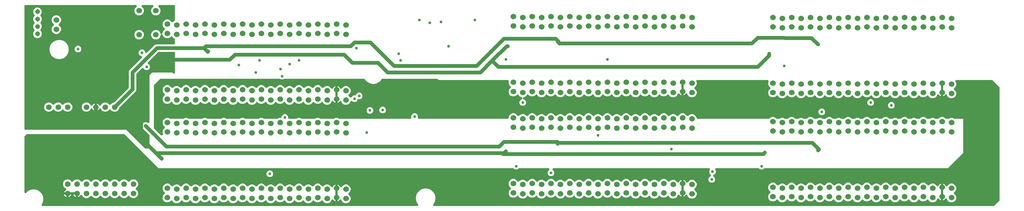
<source format=gbr>
G04 EAGLE Gerber RS-274X export*
G75*
%MOMM*%
%FSLAX34Y34*%
%LPD*%
%INCopper Layer 15*%
%IPPOS*%
%AMOC8*
5,1,8,0,0,1.08239X$1,22.5*%
G01*
%ADD10C,1.524000*%
%ADD11C,1.508000*%
%ADD12C,1.308000*%
%ADD13C,1.500000*%
%ADD14C,0.756400*%
%ADD15C,1.016000*%

G36*
X1071145Y16798D02*
X1071145Y16798D01*
X1071183Y16796D01*
X1071390Y16818D01*
X1071598Y16835D01*
X1071635Y16844D01*
X1071673Y16848D01*
X1071874Y16903D01*
X1072077Y16954D01*
X1072112Y16969D01*
X1072149Y16979D01*
X1072339Y17066D01*
X1072530Y17148D01*
X1072562Y17169D01*
X1072597Y17185D01*
X1072771Y17301D01*
X1072946Y17413D01*
X1072975Y17439D01*
X1073007Y17460D01*
X1073159Y17603D01*
X1073314Y17742D01*
X1073338Y17772D01*
X1073366Y17798D01*
X1073493Y17964D01*
X1073624Y18126D01*
X1073643Y18159D01*
X1073666Y18189D01*
X1073765Y18373D01*
X1073868Y18555D01*
X1073881Y18590D01*
X1073899Y18624D01*
X1073967Y18821D01*
X1074040Y19017D01*
X1074047Y19055D01*
X1074059Y19091D01*
X1074094Y19297D01*
X1074134Y19501D01*
X1074136Y19539D01*
X1074142Y19577D01*
X1074143Y19787D01*
X1074150Y19994D01*
X1074145Y20032D01*
X1074145Y20071D01*
X1074112Y20277D01*
X1074085Y20483D01*
X1074074Y20520D01*
X1074068Y20558D01*
X1074003Y20756D01*
X1073943Y20956D01*
X1073926Y20990D01*
X1073914Y21026D01*
X1073818Y21211D01*
X1073726Y21399D01*
X1073704Y21430D01*
X1073686Y21464D01*
X1073628Y21537D01*
X1073440Y21801D01*
X1073420Y21822D01*
X1069971Y27797D01*
X1068196Y34418D01*
X1068196Y41274D01*
X1069971Y47895D01*
X1073398Y53832D01*
X1078246Y58680D01*
X1084183Y62107D01*
X1090804Y63882D01*
X1097660Y63882D01*
X1104281Y62107D01*
X1110218Y58680D01*
X1115066Y53832D01*
X1118493Y47895D01*
X1120268Y41274D01*
X1120268Y34418D01*
X1118493Y27797D01*
X1115023Y21785D01*
X1115019Y21780D01*
X1114884Y21621D01*
X1114864Y21588D01*
X1114840Y21559D01*
X1114737Y21378D01*
X1114629Y21199D01*
X1114615Y21163D01*
X1114596Y21130D01*
X1114523Y20934D01*
X1114446Y20741D01*
X1114438Y20703D01*
X1114424Y20667D01*
X1114384Y20462D01*
X1114339Y20259D01*
X1114337Y20221D01*
X1114330Y20183D01*
X1114323Y19975D01*
X1114311Y19766D01*
X1114315Y19728D01*
X1114314Y19690D01*
X1114342Y19483D01*
X1114364Y19276D01*
X1114374Y19239D01*
X1114379Y19201D01*
X1114439Y19001D01*
X1114494Y18800D01*
X1114510Y18766D01*
X1114521Y18729D01*
X1114613Y18541D01*
X1114700Y18352D01*
X1114721Y18320D01*
X1114738Y18286D01*
X1114859Y18115D01*
X1114975Y17942D01*
X1115001Y17914D01*
X1115024Y17883D01*
X1115170Y17735D01*
X1115313Y17583D01*
X1115343Y17559D01*
X1115370Y17532D01*
X1115538Y17410D01*
X1115704Y17282D01*
X1115738Y17264D01*
X1115769Y17242D01*
X1115955Y17148D01*
X1116139Y17049D01*
X1116175Y17037D01*
X1116209Y17020D01*
X1116408Y16957D01*
X1116606Y16889D01*
X1116643Y16883D01*
X1116680Y16871D01*
X1116773Y16861D01*
X1117092Y16807D01*
X1117264Y16805D01*
X1117358Y16795D01*
X2628422Y16795D01*
X2628536Y16804D01*
X2628650Y16803D01*
X2628782Y16824D01*
X2628914Y16835D01*
X2629025Y16862D01*
X2629138Y16880D01*
X2629264Y16922D01*
X2629393Y16954D01*
X2629498Y16999D01*
X2629606Y17034D01*
X2629724Y17096D01*
X2629846Y17148D01*
X2629942Y17209D01*
X2630044Y17262D01*
X2630117Y17321D01*
X2630262Y17413D01*
X2630504Y17630D01*
X2630577Y17687D01*
X2643755Y30865D01*
X2643829Y30952D01*
X2643910Y31033D01*
X2643988Y31140D01*
X2644074Y31241D01*
X2644133Y31339D01*
X2644200Y31431D01*
X2644260Y31550D01*
X2644329Y31664D01*
X2644371Y31770D01*
X2644423Y31872D01*
X2644463Y31999D01*
X2644512Y32122D01*
X2644537Y32233D01*
X2644571Y32342D01*
X2644581Y32436D01*
X2644619Y32604D01*
X2644637Y32928D01*
X2644647Y33020D01*
X2644647Y336864D01*
X2644638Y336978D01*
X2644639Y337092D01*
X2644618Y337224D01*
X2644607Y337356D01*
X2644580Y337467D01*
X2644562Y337580D01*
X2644521Y337706D01*
X2644489Y337835D01*
X2644444Y337940D01*
X2644408Y338048D01*
X2644346Y338166D01*
X2644294Y338288D01*
X2644233Y338385D01*
X2644180Y338486D01*
X2644121Y338559D01*
X2644029Y338704D01*
X2643813Y338947D01*
X2643755Y339019D01*
X2625497Y357277D01*
X2625416Y357345D01*
X2625412Y357350D01*
X2625409Y357352D01*
X2625330Y357432D01*
X2625222Y357510D01*
X2625121Y357596D01*
X2625023Y357655D01*
X2624931Y357723D01*
X2624812Y357782D01*
X2624698Y357851D01*
X2624592Y357893D01*
X2624490Y357945D01*
X2624364Y357985D01*
X2624240Y358034D01*
X2624129Y358059D01*
X2624020Y358093D01*
X2623926Y358104D01*
X2623759Y358141D01*
X2623434Y358159D01*
X2623342Y358169D01*
X2528161Y358169D01*
X2527981Y358155D01*
X2527801Y358148D01*
X2527736Y358135D01*
X2527669Y358130D01*
X2527494Y358086D01*
X2527317Y358050D01*
X2527255Y358027D01*
X2527190Y358011D01*
X2527025Y357940D01*
X2526856Y357876D01*
X2526798Y357843D01*
X2526737Y357816D01*
X2526585Y357719D01*
X2526429Y357629D01*
X2526377Y357587D01*
X2526321Y357551D01*
X2526187Y357431D01*
X2526047Y357317D01*
X2526003Y357267D01*
X2525953Y357222D01*
X2525840Y357082D01*
X2525720Y356947D01*
X2525685Y356890D01*
X2525643Y356839D01*
X2525554Y356682D01*
X2525458Y356529D01*
X2525432Y356468D01*
X2525399Y356410D01*
X2525336Y356240D01*
X2525266Y356074D01*
X2525251Y356010D01*
X2525228Y355947D01*
X2525193Y355770D01*
X2525151Y355595D01*
X2525146Y355528D01*
X2525133Y355463D01*
X2525127Y355283D01*
X2525114Y355103D01*
X2525120Y355036D01*
X2525118Y354970D01*
X2525141Y354791D01*
X2525157Y354611D01*
X2525171Y354561D01*
X2525182Y354481D01*
X2525324Y354009D01*
X2525339Y353979D01*
X2525346Y353956D01*
X2527301Y349236D01*
X2527301Y344184D01*
X2525367Y339516D01*
X2522016Y336165D01*
X2521967Y336107D01*
X2521911Y336054D01*
X2521807Y335919D01*
X2521697Y335789D01*
X2521657Y335724D01*
X2521611Y335663D01*
X2521530Y335513D01*
X2521442Y335366D01*
X2521414Y335295D01*
X2521378Y335228D01*
X2521322Y335067D01*
X2521259Y334908D01*
X2521243Y334834D01*
X2521218Y334762D01*
X2521189Y334593D01*
X2521152Y334426D01*
X2521148Y334350D01*
X2521135Y334275D01*
X2521134Y334104D01*
X2521125Y333934D01*
X2521133Y333858D01*
X2521132Y333782D01*
X2521159Y333613D01*
X2521177Y333443D01*
X2521197Y333370D01*
X2521209Y333295D01*
X2521262Y333132D01*
X2521308Y332968D01*
X2521339Y332898D01*
X2521363Y332826D01*
X2521442Y332675D01*
X2521513Y332519D01*
X2521556Y332456D01*
X2521591Y332388D01*
X2521657Y332306D01*
X2521789Y332110D01*
X2521951Y331938D01*
X2522016Y331855D01*
X2525367Y328504D01*
X2527301Y323836D01*
X2527301Y318784D01*
X2525367Y314116D01*
X2521794Y310543D01*
X2517126Y308609D01*
X2512074Y308609D01*
X2507406Y310543D01*
X2503833Y314116D01*
X2502594Y317106D01*
X2502515Y317260D01*
X2502444Y317417D01*
X2502403Y317479D01*
X2502369Y317545D01*
X2502267Y317684D01*
X2502171Y317828D01*
X2502120Y317882D01*
X2502076Y317942D01*
X2501952Y318063D01*
X2501835Y318189D01*
X2501776Y318234D01*
X2501723Y318286D01*
X2501581Y318386D01*
X2501445Y318491D01*
X2501380Y318527D01*
X2501319Y318569D01*
X2501163Y318644D01*
X2501011Y318727D01*
X2500941Y318751D01*
X2500874Y318783D01*
X2500709Y318832D01*
X2500545Y318889D01*
X2500472Y318902D01*
X2500401Y318923D01*
X2500230Y318944D01*
X2500059Y318974D01*
X2499985Y318975D01*
X2499912Y318984D01*
X2499739Y318978D01*
X2499566Y318980D01*
X2499493Y318969D01*
X2499419Y318966D01*
X2499249Y318931D01*
X2499078Y318905D01*
X2499008Y318883D01*
X2498935Y318868D01*
X2498773Y318807D01*
X2498609Y318754D01*
X2498543Y318720D01*
X2498474Y318693D01*
X2498324Y318607D01*
X2498170Y318528D01*
X2498111Y318484D01*
X2498047Y318447D01*
X2497912Y318337D01*
X2497774Y318234D01*
X2497735Y318192D01*
X2497665Y318134D01*
X2497338Y317764D01*
X2497325Y317744D01*
X2497314Y317731D01*
X2496950Y317231D01*
X2495819Y316100D01*
X2494525Y315160D01*
X2493100Y314434D01*
X2492247Y314157D01*
X2492247Y323850D01*
X2492247Y349250D01*
X2492241Y349326D01*
X2492244Y349402D01*
X2492221Y349571D01*
X2492207Y349741D01*
X2492189Y349815D01*
X2492179Y349891D01*
X2492130Y350055D01*
X2492089Y350220D01*
X2492059Y350290D01*
X2492037Y350363D01*
X2491962Y350517D01*
X2491894Y350674D01*
X2491853Y350738D01*
X2491820Y350806D01*
X2491721Y350946D01*
X2491629Y351090D01*
X2491578Y351146D01*
X2491534Y351209D01*
X2491414Y351330D01*
X2491300Y351458D01*
X2491241Y351505D01*
X2491188Y351560D01*
X2491049Y351660D01*
X2490917Y351767D01*
X2490850Y351805D01*
X2490789Y351850D01*
X2490636Y351927D01*
X2490488Y352011D01*
X2490416Y352038D01*
X2490348Y352072D01*
X2490186Y352124D01*
X2490025Y352183D01*
X2489951Y352198D01*
X2489878Y352221D01*
X2489773Y352232D01*
X2489541Y352278D01*
X2489305Y352285D01*
X2489200Y352297D01*
X2489124Y352291D01*
X2489048Y352293D01*
X2488878Y352271D01*
X2488708Y352257D01*
X2488634Y352239D01*
X2488559Y352229D01*
X2488395Y352179D01*
X2488229Y352138D01*
X2488159Y352108D01*
X2488086Y352086D01*
X2487933Y352011D01*
X2487776Y351944D01*
X2487712Y351903D01*
X2487643Y351869D01*
X2487504Y351770D01*
X2487360Y351679D01*
X2487303Y351628D01*
X2487241Y351584D01*
X2487119Y351464D01*
X2486992Y351350D01*
X2486944Y351291D01*
X2486890Y351237D01*
X2486789Y351099D01*
X2486682Y350966D01*
X2486644Y350900D01*
X2486599Y350838D01*
X2486523Y350686D01*
X2486438Y350537D01*
X2486411Y350466D01*
X2486377Y350398D01*
X2486326Y350235D01*
X2486266Y350075D01*
X2486252Y350000D01*
X2486229Y349927D01*
X2486217Y349823D01*
X2486172Y349591D01*
X2486164Y349355D01*
X2486153Y349250D01*
X2486153Y323850D01*
X2486153Y314157D01*
X2485300Y314434D01*
X2483875Y315160D01*
X2482581Y316100D01*
X2481450Y317231D01*
X2481086Y317731D01*
X2480974Y317862D01*
X2480868Y317999D01*
X2480813Y318049D01*
X2480765Y318105D01*
X2480633Y318217D01*
X2480506Y318334D01*
X2480444Y318375D01*
X2480388Y318423D01*
X2480239Y318511D01*
X2480095Y318607D01*
X2480027Y318637D01*
X2479964Y318675D01*
X2479803Y318739D01*
X2479645Y318810D01*
X2479574Y318829D01*
X2479505Y318856D01*
X2479336Y318893D01*
X2479169Y318937D01*
X2479095Y318945D01*
X2479023Y318961D01*
X2478850Y318969D01*
X2478678Y318987D01*
X2478604Y318982D01*
X2478530Y318986D01*
X2478358Y318967D01*
X2478185Y318956D01*
X2478113Y318939D01*
X2478040Y318931D01*
X2477873Y318884D01*
X2477705Y318846D01*
X2477636Y318818D01*
X2477565Y318798D01*
X2477408Y318725D01*
X2477248Y318660D01*
X2477184Y318621D01*
X2477117Y318590D01*
X2476974Y318493D01*
X2476827Y318403D01*
X2476770Y318354D01*
X2476709Y318313D01*
X2476584Y318194D01*
X2476453Y318081D01*
X2476405Y318024D01*
X2476351Y317973D01*
X2476247Y317835D01*
X2476136Y317703D01*
X2476108Y317652D01*
X2476053Y317580D01*
X2475822Y317144D01*
X2475814Y317121D01*
X2475806Y317106D01*
X2474567Y314116D01*
X2470994Y310543D01*
X2466326Y308609D01*
X2461274Y308609D01*
X2456606Y310543D01*
X2453033Y314116D01*
X2452902Y314432D01*
X2452819Y314593D01*
X2452744Y314756D01*
X2452707Y314811D01*
X2452677Y314871D01*
X2452570Y315016D01*
X2452469Y315166D01*
X2452423Y315214D01*
X2452384Y315268D01*
X2452255Y315394D01*
X2452131Y315525D01*
X2452078Y315566D01*
X2452031Y315612D01*
X2451883Y315715D01*
X2451740Y315826D01*
X2451681Y315857D01*
X2451627Y315895D01*
X2451464Y315973D01*
X2451305Y316059D01*
X2451242Y316080D01*
X2451182Y316109D01*
X2451009Y316160D01*
X2450838Y316219D01*
X2450773Y316230D01*
X2450709Y316249D01*
X2450530Y316271D01*
X2450352Y316301D01*
X2450285Y316302D01*
X2450219Y316310D01*
X2450040Y316303D01*
X2449859Y316304D01*
X2449793Y316294D01*
X2449726Y316292D01*
X2449550Y316256D01*
X2449371Y316228D01*
X2449308Y316207D01*
X2449243Y316194D01*
X2449074Y316130D01*
X2448903Y316073D01*
X2448844Y316043D01*
X2448781Y316019D01*
X2448625Y315929D01*
X2448465Y315846D01*
X2448424Y315813D01*
X2448354Y315773D01*
X2447972Y315460D01*
X2447950Y315435D01*
X2447932Y315420D01*
X2445594Y313083D01*
X2440926Y311149D01*
X2435874Y311149D01*
X2431206Y313083D01*
X2428868Y315420D01*
X2428731Y315537D01*
X2428598Y315660D01*
X2428543Y315697D01*
X2428492Y315740D01*
X2428338Y315833D01*
X2428187Y315933D01*
X2428126Y315960D01*
X2428070Y315994D01*
X2427902Y316061D01*
X2427738Y316136D01*
X2427673Y316153D01*
X2427612Y316178D01*
X2427436Y316217D01*
X2427261Y316263D01*
X2427195Y316270D01*
X2427130Y316284D01*
X2426950Y316294D01*
X2426770Y316312D01*
X2426704Y316308D01*
X2426637Y316312D01*
X2426458Y316293D01*
X2426278Y316282D01*
X2426213Y316267D01*
X2426147Y316260D01*
X2425973Y316212D01*
X2425797Y316172D01*
X2425735Y316147D01*
X2425671Y316129D01*
X2425507Y316054D01*
X2425340Y315986D01*
X2425283Y315951D01*
X2425223Y315923D01*
X2425073Y315823D01*
X2424919Y315728D01*
X2424869Y315685D01*
X2424813Y315648D01*
X2424682Y315524D01*
X2424545Y315407D01*
X2424502Y315356D01*
X2424454Y315310D01*
X2424344Y315167D01*
X2424228Y315029D01*
X2424202Y314982D01*
X2424154Y314919D01*
X2423920Y314484D01*
X2423909Y314452D01*
X2423898Y314432D01*
X2423767Y314116D01*
X2420194Y310543D01*
X2415526Y308609D01*
X2410474Y308609D01*
X2405806Y310543D01*
X2402233Y314116D01*
X2402102Y314432D01*
X2402019Y314593D01*
X2401944Y314756D01*
X2401907Y314811D01*
X2401877Y314871D01*
X2401770Y315016D01*
X2401669Y315166D01*
X2401623Y315214D01*
X2401584Y315268D01*
X2401455Y315394D01*
X2401331Y315525D01*
X2401278Y315566D01*
X2401231Y315612D01*
X2401083Y315715D01*
X2400940Y315826D01*
X2400881Y315857D01*
X2400827Y315895D01*
X2400664Y315973D01*
X2400505Y316059D01*
X2400442Y316080D01*
X2400382Y316109D01*
X2400209Y316160D01*
X2400038Y316219D01*
X2399973Y316230D01*
X2399909Y316249D01*
X2399730Y316271D01*
X2399552Y316301D01*
X2399485Y316302D01*
X2399419Y316310D01*
X2399240Y316303D01*
X2399059Y316304D01*
X2398993Y316294D01*
X2398926Y316292D01*
X2398750Y316256D01*
X2398571Y316228D01*
X2398508Y316207D01*
X2398443Y316194D01*
X2398274Y316130D01*
X2398103Y316073D01*
X2398044Y316043D01*
X2397981Y316019D01*
X2397825Y315929D01*
X2397665Y315846D01*
X2397624Y315813D01*
X2397554Y315773D01*
X2397172Y315460D01*
X2397150Y315435D01*
X2397132Y315420D01*
X2394794Y313083D01*
X2390126Y311149D01*
X2385074Y311149D01*
X2380406Y313083D01*
X2378068Y315420D01*
X2377931Y315537D01*
X2377798Y315660D01*
X2377743Y315697D01*
X2377692Y315740D01*
X2377538Y315833D01*
X2377387Y315933D01*
X2377326Y315960D01*
X2377270Y315994D01*
X2377102Y316061D01*
X2376938Y316136D01*
X2376873Y316153D01*
X2376812Y316178D01*
X2376636Y316217D01*
X2376461Y316263D01*
X2376395Y316270D01*
X2376330Y316284D01*
X2376150Y316294D01*
X2375970Y316312D01*
X2375904Y316308D01*
X2375837Y316312D01*
X2375658Y316293D01*
X2375478Y316282D01*
X2375413Y316267D01*
X2375347Y316260D01*
X2375173Y316212D01*
X2374997Y316172D01*
X2374935Y316147D01*
X2374871Y316129D01*
X2374707Y316054D01*
X2374540Y315986D01*
X2374483Y315951D01*
X2374423Y315923D01*
X2374273Y315823D01*
X2374119Y315728D01*
X2374069Y315685D01*
X2374013Y315648D01*
X2373882Y315524D01*
X2373745Y315407D01*
X2373702Y315356D01*
X2373654Y315310D01*
X2373544Y315167D01*
X2373428Y315029D01*
X2373402Y314982D01*
X2373354Y314919D01*
X2373120Y314484D01*
X2373109Y314452D01*
X2373098Y314432D01*
X2372967Y314116D01*
X2369394Y310543D01*
X2364726Y308609D01*
X2359674Y308609D01*
X2355006Y310543D01*
X2351433Y314116D01*
X2351302Y314432D01*
X2351219Y314593D01*
X2351144Y314756D01*
X2351107Y314811D01*
X2351077Y314871D01*
X2350970Y315016D01*
X2350869Y315166D01*
X2350823Y315214D01*
X2350784Y315268D01*
X2350655Y315394D01*
X2350531Y315525D01*
X2350478Y315566D01*
X2350431Y315612D01*
X2350283Y315715D01*
X2350140Y315826D01*
X2350081Y315857D01*
X2350027Y315895D01*
X2349864Y315973D01*
X2349705Y316059D01*
X2349642Y316080D01*
X2349582Y316109D01*
X2349409Y316160D01*
X2349238Y316219D01*
X2349173Y316230D01*
X2349109Y316249D01*
X2348930Y316271D01*
X2348752Y316301D01*
X2348685Y316302D01*
X2348619Y316310D01*
X2348440Y316303D01*
X2348259Y316304D01*
X2348193Y316294D01*
X2348126Y316292D01*
X2347950Y316256D01*
X2347771Y316228D01*
X2347708Y316207D01*
X2347643Y316194D01*
X2347474Y316130D01*
X2347303Y316073D01*
X2347244Y316043D01*
X2347181Y316019D01*
X2347025Y315929D01*
X2346865Y315846D01*
X2346824Y315813D01*
X2346754Y315773D01*
X2346372Y315460D01*
X2346350Y315435D01*
X2346332Y315420D01*
X2343994Y313083D01*
X2339326Y311149D01*
X2334274Y311149D01*
X2329606Y313083D01*
X2327268Y315420D01*
X2327131Y315537D01*
X2326998Y315660D01*
X2326943Y315697D01*
X2326892Y315740D01*
X2326738Y315833D01*
X2326587Y315933D01*
X2326526Y315960D01*
X2326470Y315994D01*
X2326302Y316061D01*
X2326138Y316136D01*
X2326073Y316153D01*
X2326012Y316178D01*
X2325836Y316217D01*
X2325661Y316263D01*
X2325595Y316270D01*
X2325530Y316284D01*
X2325350Y316294D01*
X2325170Y316312D01*
X2325104Y316308D01*
X2325037Y316312D01*
X2324858Y316293D01*
X2324678Y316282D01*
X2324613Y316267D01*
X2324547Y316260D01*
X2324373Y316212D01*
X2324197Y316172D01*
X2324135Y316147D01*
X2324071Y316129D01*
X2323907Y316054D01*
X2323740Y315986D01*
X2323683Y315951D01*
X2323623Y315923D01*
X2323473Y315823D01*
X2323319Y315728D01*
X2323269Y315685D01*
X2323213Y315648D01*
X2323082Y315524D01*
X2322945Y315407D01*
X2322902Y315356D01*
X2322854Y315310D01*
X2322744Y315167D01*
X2322628Y315029D01*
X2322602Y314982D01*
X2322554Y314919D01*
X2322320Y314484D01*
X2322309Y314452D01*
X2322298Y314432D01*
X2322167Y314116D01*
X2318594Y310543D01*
X2313926Y308609D01*
X2308874Y308609D01*
X2304206Y310543D01*
X2300633Y314116D01*
X2300502Y314432D01*
X2300419Y314593D01*
X2300344Y314756D01*
X2300307Y314811D01*
X2300277Y314871D01*
X2300170Y315016D01*
X2300069Y315166D01*
X2300023Y315214D01*
X2299984Y315268D01*
X2299855Y315394D01*
X2299731Y315525D01*
X2299678Y315566D01*
X2299631Y315612D01*
X2299483Y315715D01*
X2299340Y315826D01*
X2299281Y315857D01*
X2299227Y315895D01*
X2299064Y315973D01*
X2298905Y316059D01*
X2298842Y316080D01*
X2298782Y316109D01*
X2298609Y316160D01*
X2298438Y316219D01*
X2298373Y316230D01*
X2298309Y316249D01*
X2298130Y316271D01*
X2297952Y316301D01*
X2297885Y316302D01*
X2297819Y316310D01*
X2297640Y316303D01*
X2297459Y316304D01*
X2297393Y316294D01*
X2297326Y316292D01*
X2297150Y316256D01*
X2296971Y316228D01*
X2296908Y316207D01*
X2296843Y316194D01*
X2296674Y316130D01*
X2296503Y316073D01*
X2296444Y316043D01*
X2296381Y316019D01*
X2296225Y315929D01*
X2296065Y315846D01*
X2296024Y315813D01*
X2295954Y315773D01*
X2295572Y315460D01*
X2295550Y315435D01*
X2295532Y315420D01*
X2293194Y313083D01*
X2288526Y311149D01*
X2283474Y311149D01*
X2278806Y313083D01*
X2276468Y315420D01*
X2276331Y315537D01*
X2276198Y315660D01*
X2276143Y315697D01*
X2276092Y315740D01*
X2275938Y315833D01*
X2275787Y315933D01*
X2275726Y315960D01*
X2275670Y315994D01*
X2275502Y316061D01*
X2275338Y316136D01*
X2275273Y316153D01*
X2275212Y316178D01*
X2275036Y316217D01*
X2274861Y316263D01*
X2274795Y316270D01*
X2274730Y316284D01*
X2274550Y316294D01*
X2274370Y316312D01*
X2274304Y316308D01*
X2274237Y316312D01*
X2274058Y316293D01*
X2273878Y316282D01*
X2273813Y316267D01*
X2273747Y316260D01*
X2273573Y316212D01*
X2273397Y316172D01*
X2273335Y316147D01*
X2273271Y316129D01*
X2273107Y316054D01*
X2272940Y315986D01*
X2272883Y315951D01*
X2272823Y315923D01*
X2272673Y315823D01*
X2272519Y315728D01*
X2272469Y315685D01*
X2272413Y315648D01*
X2272282Y315524D01*
X2272145Y315407D01*
X2272102Y315356D01*
X2272054Y315310D01*
X2271944Y315167D01*
X2271828Y315029D01*
X2271802Y314982D01*
X2271754Y314919D01*
X2271520Y314484D01*
X2271509Y314452D01*
X2271498Y314432D01*
X2271367Y314116D01*
X2267794Y310543D01*
X2263126Y308609D01*
X2258074Y308609D01*
X2253406Y310543D01*
X2249833Y314116D01*
X2249702Y314432D01*
X2249619Y314593D01*
X2249544Y314756D01*
X2249507Y314811D01*
X2249477Y314871D01*
X2249370Y315016D01*
X2249269Y315166D01*
X2249223Y315214D01*
X2249184Y315268D01*
X2249055Y315394D01*
X2248931Y315525D01*
X2248878Y315566D01*
X2248831Y315612D01*
X2248683Y315715D01*
X2248540Y315826D01*
X2248481Y315857D01*
X2248427Y315895D01*
X2248264Y315973D01*
X2248105Y316059D01*
X2248042Y316080D01*
X2247982Y316109D01*
X2247809Y316160D01*
X2247638Y316219D01*
X2247573Y316230D01*
X2247509Y316249D01*
X2247330Y316271D01*
X2247152Y316301D01*
X2247085Y316302D01*
X2247019Y316310D01*
X2246840Y316303D01*
X2246659Y316304D01*
X2246593Y316294D01*
X2246526Y316292D01*
X2246350Y316256D01*
X2246171Y316228D01*
X2246108Y316207D01*
X2246043Y316194D01*
X2245874Y316130D01*
X2245703Y316073D01*
X2245644Y316043D01*
X2245581Y316019D01*
X2245425Y315929D01*
X2245265Y315846D01*
X2245224Y315813D01*
X2245154Y315773D01*
X2244772Y315460D01*
X2244750Y315435D01*
X2244732Y315420D01*
X2242394Y313083D01*
X2237726Y311149D01*
X2232674Y311149D01*
X2228006Y313083D01*
X2225668Y315420D01*
X2225531Y315537D01*
X2225398Y315660D01*
X2225343Y315697D01*
X2225292Y315740D01*
X2225138Y315833D01*
X2224987Y315933D01*
X2224926Y315960D01*
X2224870Y315994D01*
X2224702Y316061D01*
X2224538Y316136D01*
X2224473Y316153D01*
X2224412Y316178D01*
X2224236Y316217D01*
X2224061Y316263D01*
X2223995Y316270D01*
X2223930Y316284D01*
X2223750Y316294D01*
X2223570Y316312D01*
X2223504Y316308D01*
X2223437Y316312D01*
X2223258Y316293D01*
X2223078Y316282D01*
X2223013Y316267D01*
X2222947Y316260D01*
X2222773Y316212D01*
X2222597Y316172D01*
X2222535Y316147D01*
X2222471Y316129D01*
X2222307Y316054D01*
X2222140Y315986D01*
X2222083Y315951D01*
X2222023Y315923D01*
X2221873Y315823D01*
X2221719Y315728D01*
X2221669Y315685D01*
X2221613Y315648D01*
X2221482Y315524D01*
X2221345Y315407D01*
X2221302Y315356D01*
X2221254Y315310D01*
X2221144Y315167D01*
X2221028Y315029D01*
X2221002Y314982D01*
X2220954Y314919D01*
X2220720Y314484D01*
X2220709Y314452D01*
X2220698Y314432D01*
X2220567Y314116D01*
X2216994Y310543D01*
X2212326Y308609D01*
X2207274Y308609D01*
X2202606Y310543D01*
X2199033Y314116D01*
X2198902Y314432D01*
X2198819Y314593D01*
X2198744Y314756D01*
X2198707Y314811D01*
X2198677Y314871D01*
X2198570Y315016D01*
X2198469Y315166D01*
X2198423Y315214D01*
X2198384Y315268D01*
X2198255Y315394D01*
X2198131Y315525D01*
X2198078Y315566D01*
X2198031Y315612D01*
X2197883Y315715D01*
X2197740Y315826D01*
X2197681Y315857D01*
X2197627Y315895D01*
X2197464Y315973D01*
X2197305Y316059D01*
X2197242Y316080D01*
X2197182Y316109D01*
X2197009Y316160D01*
X2196838Y316219D01*
X2196773Y316230D01*
X2196709Y316249D01*
X2196530Y316271D01*
X2196352Y316301D01*
X2196285Y316302D01*
X2196219Y316310D01*
X2196040Y316303D01*
X2195859Y316304D01*
X2195793Y316294D01*
X2195726Y316292D01*
X2195550Y316256D01*
X2195371Y316228D01*
X2195308Y316207D01*
X2195243Y316194D01*
X2195074Y316130D01*
X2194903Y316073D01*
X2194844Y316043D01*
X2194781Y316019D01*
X2194625Y315929D01*
X2194465Y315846D01*
X2194424Y315813D01*
X2194354Y315773D01*
X2193972Y315460D01*
X2193950Y315435D01*
X2193932Y315420D01*
X2191594Y313083D01*
X2186926Y311149D01*
X2181874Y311149D01*
X2177206Y313083D01*
X2174868Y315420D01*
X2174731Y315537D01*
X2174598Y315660D01*
X2174543Y315697D01*
X2174492Y315740D01*
X2174338Y315833D01*
X2174187Y315933D01*
X2174126Y315960D01*
X2174070Y315994D01*
X2173902Y316061D01*
X2173738Y316136D01*
X2173673Y316153D01*
X2173612Y316178D01*
X2173436Y316217D01*
X2173261Y316263D01*
X2173195Y316270D01*
X2173130Y316284D01*
X2172950Y316294D01*
X2172770Y316312D01*
X2172704Y316308D01*
X2172637Y316312D01*
X2172458Y316293D01*
X2172278Y316282D01*
X2172213Y316267D01*
X2172147Y316260D01*
X2171973Y316212D01*
X2171797Y316172D01*
X2171735Y316147D01*
X2171671Y316129D01*
X2171507Y316054D01*
X2171340Y315986D01*
X2171283Y315951D01*
X2171223Y315923D01*
X2171073Y315823D01*
X2170919Y315728D01*
X2170869Y315685D01*
X2170813Y315648D01*
X2170682Y315524D01*
X2170545Y315407D01*
X2170502Y315356D01*
X2170454Y315310D01*
X2170344Y315167D01*
X2170228Y315029D01*
X2170202Y314982D01*
X2170154Y314919D01*
X2169920Y314484D01*
X2169909Y314452D01*
X2169898Y314432D01*
X2169767Y314116D01*
X2166194Y310543D01*
X2161526Y308609D01*
X2156474Y308609D01*
X2151806Y310543D01*
X2148233Y314116D01*
X2148102Y314432D01*
X2148019Y314593D01*
X2147944Y314756D01*
X2147907Y314811D01*
X2147877Y314871D01*
X2147770Y315016D01*
X2147669Y315166D01*
X2147623Y315214D01*
X2147584Y315268D01*
X2147455Y315394D01*
X2147331Y315525D01*
X2147278Y315566D01*
X2147231Y315612D01*
X2147083Y315715D01*
X2146940Y315826D01*
X2146881Y315857D01*
X2146827Y315895D01*
X2146664Y315973D01*
X2146505Y316059D01*
X2146442Y316080D01*
X2146382Y316109D01*
X2146209Y316160D01*
X2146038Y316219D01*
X2145973Y316230D01*
X2145909Y316249D01*
X2145730Y316271D01*
X2145552Y316301D01*
X2145485Y316302D01*
X2145419Y316310D01*
X2145240Y316303D01*
X2145059Y316304D01*
X2144993Y316294D01*
X2144926Y316292D01*
X2144750Y316256D01*
X2144571Y316228D01*
X2144508Y316207D01*
X2144443Y316194D01*
X2144274Y316130D01*
X2144103Y316073D01*
X2144044Y316043D01*
X2143981Y316019D01*
X2143825Y315929D01*
X2143665Y315846D01*
X2143624Y315813D01*
X2143554Y315773D01*
X2143172Y315460D01*
X2143150Y315435D01*
X2143132Y315420D01*
X2140794Y313083D01*
X2136126Y311149D01*
X2131074Y311149D01*
X2126406Y313083D01*
X2124068Y315420D01*
X2123931Y315537D01*
X2123798Y315660D01*
X2123743Y315697D01*
X2123692Y315740D01*
X2123538Y315833D01*
X2123387Y315933D01*
X2123326Y315960D01*
X2123270Y315994D01*
X2123102Y316061D01*
X2122938Y316136D01*
X2122873Y316153D01*
X2122812Y316178D01*
X2122636Y316217D01*
X2122461Y316263D01*
X2122395Y316270D01*
X2122330Y316284D01*
X2122150Y316294D01*
X2121970Y316312D01*
X2121904Y316308D01*
X2121837Y316312D01*
X2121658Y316293D01*
X2121478Y316282D01*
X2121413Y316267D01*
X2121347Y316260D01*
X2121173Y316212D01*
X2120997Y316172D01*
X2120935Y316147D01*
X2120871Y316129D01*
X2120707Y316054D01*
X2120540Y315986D01*
X2120483Y315951D01*
X2120423Y315923D01*
X2120273Y315823D01*
X2120119Y315728D01*
X2120069Y315685D01*
X2120013Y315648D01*
X2119882Y315524D01*
X2119745Y315407D01*
X2119702Y315356D01*
X2119654Y315310D01*
X2119544Y315167D01*
X2119428Y315029D01*
X2119402Y314982D01*
X2119354Y314919D01*
X2119120Y314484D01*
X2119109Y314452D01*
X2119098Y314432D01*
X2118967Y314116D01*
X2115394Y310543D01*
X2110726Y308609D01*
X2105674Y308609D01*
X2101006Y310543D01*
X2097433Y314116D01*
X2097302Y314432D01*
X2097219Y314593D01*
X2097144Y314756D01*
X2097107Y314811D01*
X2097077Y314871D01*
X2096970Y315016D01*
X2096869Y315166D01*
X2096823Y315214D01*
X2096784Y315268D01*
X2096655Y315394D01*
X2096531Y315525D01*
X2096478Y315566D01*
X2096431Y315612D01*
X2096283Y315715D01*
X2096140Y315826D01*
X2096081Y315857D01*
X2096027Y315895D01*
X2095864Y315973D01*
X2095705Y316059D01*
X2095642Y316080D01*
X2095582Y316109D01*
X2095409Y316160D01*
X2095238Y316219D01*
X2095173Y316230D01*
X2095109Y316249D01*
X2094930Y316271D01*
X2094752Y316301D01*
X2094685Y316302D01*
X2094619Y316310D01*
X2094440Y316303D01*
X2094259Y316304D01*
X2094193Y316294D01*
X2094126Y316292D01*
X2093950Y316256D01*
X2093771Y316228D01*
X2093708Y316207D01*
X2093643Y316194D01*
X2093474Y316130D01*
X2093303Y316073D01*
X2093244Y316043D01*
X2093181Y316019D01*
X2093025Y315929D01*
X2092865Y315846D01*
X2092824Y315813D01*
X2092754Y315773D01*
X2092372Y315460D01*
X2092350Y315435D01*
X2092332Y315420D01*
X2089994Y313083D01*
X2085326Y311149D01*
X2080274Y311149D01*
X2075606Y313083D01*
X2073268Y315420D01*
X2073131Y315537D01*
X2072998Y315660D01*
X2072943Y315697D01*
X2072892Y315740D01*
X2072738Y315833D01*
X2072587Y315933D01*
X2072526Y315960D01*
X2072470Y315994D01*
X2072302Y316061D01*
X2072138Y316136D01*
X2072073Y316153D01*
X2072012Y316178D01*
X2071836Y316217D01*
X2071661Y316263D01*
X2071595Y316270D01*
X2071530Y316284D01*
X2071350Y316294D01*
X2071170Y316312D01*
X2071104Y316308D01*
X2071037Y316312D01*
X2070858Y316293D01*
X2070678Y316282D01*
X2070613Y316267D01*
X2070547Y316260D01*
X2070373Y316212D01*
X2070197Y316172D01*
X2070135Y316147D01*
X2070071Y316129D01*
X2069907Y316054D01*
X2069740Y315986D01*
X2069683Y315951D01*
X2069623Y315923D01*
X2069473Y315823D01*
X2069319Y315728D01*
X2069269Y315685D01*
X2069213Y315648D01*
X2069082Y315524D01*
X2068945Y315407D01*
X2068902Y315356D01*
X2068854Y315310D01*
X2068744Y315167D01*
X2068628Y315029D01*
X2068602Y314982D01*
X2068554Y314919D01*
X2068320Y314484D01*
X2068309Y314452D01*
X2068298Y314432D01*
X2068167Y314116D01*
X2064594Y310543D01*
X2059926Y308609D01*
X2054874Y308609D01*
X2050206Y310543D01*
X2046633Y314116D01*
X2046502Y314432D01*
X2046419Y314593D01*
X2046344Y314756D01*
X2046307Y314811D01*
X2046277Y314871D01*
X2046170Y315016D01*
X2046069Y315166D01*
X2046023Y315214D01*
X2045984Y315268D01*
X2045855Y315394D01*
X2045731Y315525D01*
X2045678Y315566D01*
X2045631Y315612D01*
X2045483Y315715D01*
X2045340Y315826D01*
X2045281Y315857D01*
X2045227Y315895D01*
X2045064Y315973D01*
X2044905Y316059D01*
X2044842Y316080D01*
X2044782Y316109D01*
X2044609Y316160D01*
X2044438Y316219D01*
X2044373Y316230D01*
X2044309Y316249D01*
X2044130Y316271D01*
X2043952Y316301D01*
X2043885Y316302D01*
X2043819Y316310D01*
X2043640Y316303D01*
X2043459Y316304D01*
X2043393Y316294D01*
X2043326Y316292D01*
X2043150Y316256D01*
X2042971Y316228D01*
X2042908Y316207D01*
X2042843Y316194D01*
X2042674Y316130D01*
X2042503Y316073D01*
X2042444Y316043D01*
X2042381Y316019D01*
X2042225Y315929D01*
X2042065Y315846D01*
X2042024Y315813D01*
X2041954Y315773D01*
X2041572Y315460D01*
X2041550Y315435D01*
X2041532Y315420D01*
X2039194Y313083D01*
X2034526Y311149D01*
X2029474Y311149D01*
X2024806Y313083D01*
X2021233Y316656D01*
X2019299Y321324D01*
X2019299Y326376D01*
X2021233Y331044D01*
X2024584Y334395D01*
X2024633Y334453D01*
X2024689Y334505D01*
X2024792Y334641D01*
X2024903Y334771D01*
X2024943Y334837D01*
X2024989Y334897D01*
X2025070Y335047D01*
X2025158Y335194D01*
X2025186Y335264D01*
X2025222Y335332D01*
X2025278Y335493D01*
X2025341Y335652D01*
X2025357Y335726D01*
X2025382Y335798D01*
X2025411Y335967D01*
X2025448Y336133D01*
X2025452Y336210D01*
X2025465Y336285D01*
X2025466Y336456D01*
X2025475Y336626D01*
X2025467Y336702D01*
X2025468Y336778D01*
X2025441Y336947D01*
X2025423Y337117D01*
X2025403Y337190D01*
X2025391Y337265D01*
X2025338Y337428D01*
X2025292Y337592D01*
X2025261Y337662D01*
X2025237Y337734D01*
X2025158Y337886D01*
X2025087Y338041D01*
X2025044Y338104D01*
X2025009Y338172D01*
X2024943Y338254D01*
X2024811Y338450D01*
X2024649Y338623D01*
X2024584Y338705D01*
X2021233Y342056D01*
X2019299Y346724D01*
X2019299Y351776D01*
X2020202Y353956D01*
X2020257Y354128D01*
X2020320Y354297D01*
X2020333Y354362D01*
X2020353Y354426D01*
X2020380Y354604D01*
X2020415Y354781D01*
X2020417Y354848D01*
X2020427Y354913D01*
X2020425Y355094D01*
X2020430Y355274D01*
X2020422Y355340D01*
X2020421Y355407D01*
X2020389Y355584D01*
X2020366Y355763D01*
X2020347Y355827D01*
X2020335Y355893D01*
X2020276Y356063D01*
X2020223Y356236D01*
X2020194Y356296D01*
X2020172Y356358D01*
X2020086Y356517D01*
X2020007Y356679D01*
X2019968Y356733D01*
X2019936Y356791D01*
X2019825Y356934D01*
X2019721Y357081D01*
X2019674Y357128D01*
X2019633Y357181D01*
X2019501Y357304D01*
X2019374Y357432D01*
X2019321Y357471D01*
X2019272Y357517D01*
X2019121Y357616D01*
X2018976Y357723D01*
X2018916Y357753D01*
X2018861Y357789D01*
X2018696Y357864D01*
X2018535Y357945D01*
X2018472Y357965D01*
X2018411Y357992D01*
X2018237Y358039D01*
X2018065Y358093D01*
X2018012Y358099D01*
X2017935Y358120D01*
X2017444Y358169D01*
X2017410Y358167D01*
X2017387Y358169D01*
X1828173Y358169D01*
X1827993Y358155D01*
X1827813Y358148D01*
X1827748Y358135D01*
X1827681Y358130D01*
X1827506Y358086D01*
X1827329Y358050D01*
X1827267Y358027D01*
X1827203Y358011D01*
X1827036Y357940D01*
X1826868Y357876D01*
X1826810Y357843D01*
X1826749Y357816D01*
X1826597Y357719D01*
X1826441Y357629D01*
X1826389Y357587D01*
X1826333Y357551D01*
X1826199Y357431D01*
X1826059Y357317D01*
X1826015Y357267D01*
X1825965Y357222D01*
X1825852Y357082D01*
X1825732Y356947D01*
X1825697Y356890D01*
X1825655Y356839D01*
X1825566Y356682D01*
X1825470Y356529D01*
X1825444Y356468D01*
X1825411Y356410D01*
X1825348Y356240D01*
X1825278Y356074D01*
X1825263Y356010D01*
X1825240Y355947D01*
X1825205Y355770D01*
X1825163Y355595D01*
X1825158Y355528D01*
X1825145Y355463D01*
X1825139Y355283D01*
X1825126Y355103D01*
X1825132Y355036D01*
X1825130Y354970D01*
X1825153Y354791D01*
X1825169Y354611D01*
X1825184Y354561D01*
X1825194Y354481D01*
X1825337Y354009D01*
X1825351Y353979D01*
X1825358Y353956D01*
X1826261Y351776D01*
X1826261Y346724D01*
X1824327Y342056D01*
X1820976Y338705D01*
X1820927Y338647D01*
X1820871Y338594D01*
X1820767Y338459D01*
X1820657Y338329D01*
X1820617Y338264D01*
X1820571Y338203D01*
X1820490Y338053D01*
X1820402Y337906D01*
X1820374Y337835D01*
X1820338Y337768D01*
X1820282Y337607D01*
X1820219Y337448D01*
X1820203Y337374D01*
X1820178Y337302D01*
X1820149Y337133D01*
X1820112Y336966D01*
X1820108Y336890D01*
X1820095Y336815D01*
X1820094Y336644D01*
X1820085Y336474D01*
X1820093Y336398D01*
X1820092Y336322D01*
X1820119Y336153D01*
X1820137Y335983D01*
X1820157Y335910D01*
X1820169Y335835D01*
X1820222Y335672D01*
X1820268Y335508D01*
X1820299Y335438D01*
X1820323Y335366D01*
X1820402Y335215D01*
X1820473Y335059D01*
X1820516Y334996D01*
X1820551Y334928D01*
X1820617Y334846D01*
X1820749Y334650D01*
X1820911Y334478D01*
X1820976Y334395D01*
X1824327Y331044D01*
X1826261Y326376D01*
X1826261Y321324D01*
X1824327Y316656D01*
X1820754Y313083D01*
X1816086Y311149D01*
X1811034Y311149D01*
X1806366Y313083D01*
X1802793Y316656D01*
X1801554Y319646D01*
X1801475Y319800D01*
X1801404Y319957D01*
X1801377Y319999D01*
X1801362Y320029D01*
X1801348Y320049D01*
X1801329Y320085D01*
X1801227Y320224D01*
X1801131Y320368D01*
X1801090Y320411D01*
X1801076Y320432D01*
X1801065Y320443D01*
X1801036Y320482D01*
X1800913Y320603D01*
X1800795Y320729D01*
X1800741Y320771D01*
X1800729Y320783D01*
X1800724Y320787D01*
X1800683Y320826D01*
X1800541Y320926D01*
X1800405Y321032D01*
X1800340Y321067D01*
X1800279Y321109D01*
X1800123Y321184D01*
X1799971Y321267D01*
X1799901Y321291D01*
X1799834Y321323D01*
X1799668Y321372D01*
X1799505Y321429D01*
X1799432Y321442D01*
X1799361Y321463D01*
X1799189Y321484D01*
X1799019Y321514D01*
X1798945Y321515D01*
X1798872Y321524D01*
X1798746Y321520D01*
X1798742Y321520D01*
X1798734Y321520D01*
X1798713Y321518D01*
X1798699Y321518D01*
X1798526Y321520D01*
X1798453Y321509D01*
X1798379Y321506D01*
X1798258Y321481D01*
X1798242Y321480D01*
X1798205Y321471D01*
X1798038Y321445D01*
X1797968Y321423D01*
X1797895Y321408D01*
X1797788Y321367D01*
X1797763Y321361D01*
X1797717Y321342D01*
X1797569Y321294D01*
X1797503Y321260D01*
X1797434Y321233D01*
X1797343Y321181D01*
X1797310Y321167D01*
X1797256Y321133D01*
X1797130Y321068D01*
X1797071Y321024D01*
X1797006Y320987D01*
X1796934Y320927D01*
X1796894Y320902D01*
X1796836Y320850D01*
X1796734Y320774D01*
X1796694Y320731D01*
X1796625Y320674D01*
X1796570Y320613D01*
X1796526Y320573D01*
X1796424Y320447D01*
X1796298Y320304D01*
X1796285Y320284D01*
X1796274Y320271D01*
X1795910Y319771D01*
X1794779Y318640D01*
X1793485Y317700D01*
X1792060Y316974D01*
X1791207Y316697D01*
X1791207Y326390D01*
X1791207Y351790D01*
X1791201Y351866D01*
X1791204Y351942D01*
X1791181Y352111D01*
X1791167Y352281D01*
X1791149Y352355D01*
X1791139Y352431D01*
X1791090Y352595D01*
X1791049Y352760D01*
X1791019Y352830D01*
X1790997Y352903D01*
X1790922Y353057D01*
X1790854Y353214D01*
X1790813Y353278D01*
X1790780Y353346D01*
X1790681Y353486D01*
X1790589Y353630D01*
X1790538Y353686D01*
X1790494Y353749D01*
X1790374Y353870D01*
X1790260Y353998D01*
X1790201Y354045D01*
X1790148Y354100D01*
X1790009Y354200D01*
X1789877Y354307D01*
X1789810Y354345D01*
X1789749Y354390D01*
X1789596Y354467D01*
X1789448Y354551D01*
X1789376Y354578D01*
X1789308Y354612D01*
X1789146Y354664D01*
X1788985Y354723D01*
X1788911Y354738D01*
X1788838Y354761D01*
X1788733Y354772D01*
X1788501Y354818D01*
X1788265Y354825D01*
X1788160Y354837D01*
X1788084Y354831D01*
X1788008Y354833D01*
X1787838Y354811D01*
X1787668Y354797D01*
X1787594Y354779D01*
X1787519Y354769D01*
X1787355Y354719D01*
X1787189Y354678D01*
X1787119Y354648D01*
X1787046Y354626D01*
X1786893Y354551D01*
X1786736Y354484D01*
X1786672Y354443D01*
X1786603Y354409D01*
X1786464Y354310D01*
X1786320Y354219D01*
X1786263Y354168D01*
X1786201Y354124D01*
X1786079Y354004D01*
X1785952Y353890D01*
X1785904Y353831D01*
X1785850Y353777D01*
X1785749Y353639D01*
X1785642Y353506D01*
X1785604Y353440D01*
X1785559Y353378D01*
X1785483Y353226D01*
X1785398Y353077D01*
X1785371Y353006D01*
X1785337Y352938D01*
X1785286Y352775D01*
X1785226Y352615D01*
X1785212Y352540D01*
X1785189Y352467D01*
X1785177Y352363D01*
X1785132Y352131D01*
X1785124Y351895D01*
X1785113Y351790D01*
X1785113Y326390D01*
X1785113Y316697D01*
X1784260Y316974D01*
X1782835Y317700D01*
X1781541Y318640D01*
X1780410Y319771D01*
X1780046Y320271D01*
X1779978Y320351D01*
X1779920Y320432D01*
X1779875Y320477D01*
X1779828Y320539D01*
X1779773Y320589D01*
X1779725Y320645D01*
X1779632Y320723D01*
X1779574Y320783D01*
X1779532Y320813D01*
X1779466Y320874D01*
X1779404Y320915D01*
X1779348Y320963D01*
X1779231Y321033D01*
X1779175Y321073D01*
X1779139Y321091D01*
X1779055Y321147D01*
X1778987Y321177D01*
X1778924Y321215D01*
X1778784Y321271D01*
X1778735Y321295D01*
X1778707Y321304D01*
X1778605Y321350D01*
X1778534Y321369D01*
X1778465Y321396D01*
X1778305Y321431D01*
X1778264Y321444D01*
X1778249Y321445D01*
X1778129Y321477D01*
X1778055Y321485D01*
X1777983Y321501D01*
X1777810Y321509D01*
X1777638Y321527D01*
X1777564Y321522D01*
X1777490Y321526D01*
X1777318Y321507D01*
X1777145Y321496D01*
X1777073Y321479D01*
X1777000Y321471D01*
X1776833Y321424D01*
X1776665Y321386D01*
X1776596Y321358D01*
X1776525Y321338D01*
X1776368Y321265D01*
X1776208Y321200D01*
X1776144Y321161D01*
X1776077Y321130D01*
X1775934Y321033D01*
X1775787Y320943D01*
X1775741Y320904D01*
X1775738Y320902D01*
X1775728Y320893D01*
X1775669Y320853D01*
X1775544Y320734D01*
X1775413Y320621D01*
X1775379Y320581D01*
X1775370Y320573D01*
X1775357Y320556D01*
X1775311Y320513D01*
X1775207Y320375D01*
X1775096Y320243D01*
X1775078Y320211D01*
X1775060Y320189D01*
X1775045Y320163D01*
X1775013Y320120D01*
X1774904Y319914D01*
X1774816Y319760D01*
X1774802Y319723D01*
X1774782Y319684D01*
X1774774Y319661D01*
X1774766Y319646D01*
X1773527Y316656D01*
X1769954Y313083D01*
X1765286Y311149D01*
X1760234Y311149D01*
X1755566Y313083D01*
X1751993Y316656D01*
X1751862Y316972D01*
X1751779Y317133D01*
X1751704Y317296D01*
X1751667Y317351D01*
X1751637Y317411D01*
X1751530Y317556D01*
X1751429Y317706D01*
X1751383Y317754D01*
X1751344Y317808D01*
X1751215Y317934D01*
X1751091Y318065D01*
X1751038Y318106D01*
X1750991Y318152D01*
X1750843Y318255D01*
X1750700Y318366D01*
X1750641Y318397D01*
X1750587Y318435D01*
X1750424Y318513D01*
X1750265Y318599D01*
X1750202Y318620D01*
X1750142Y318649D01*
X1749969Y318700D01*
X1749798Y318759D01*
X1749733Y318770D01*
X1749669Y318789D01*
X1749490Y318811D01*
X1749312Y318841D01*
X1749245Y318842D01*
X1749179Y318850D01*
X1749000Y318843D01*
X1748819Y318844D01*
X1748753Y318834D01*
X1748686Y318832D01*
X1748510Y318796D01*
X1748331Y318768D01*
X1748268Y318747D01*
X1748203Y318734D01*
X1748034Y318670D01*
X1747863Y318613D01*
X1747804Y318583D01*
X1747741Y318559D01*
X1747585Y318469D01*
X1747425Y318386D01*
X1747384Y318353D01*
X1747314Y318313D01*
X1746932Y318000D01*
X1746910Y317975D01*
X1746892Y317960D01*
X1744554Y315623D01*
X1739886Y313689D01*
X1734834Y313689D01*
X1730166Y315623D01*
X1727828Y317960D01*
X1727691Y318077D01*
X1727558Y318200D01*
X1727503Y318237D01*
X1727452Y318280D01*
X1727298Y318373D01*
X1727147Y318473D01*
X1727086Y318500D01*
X1727030Y318534D01*
X1726862Y318601D01*
X1726698Y318676D01*
X1726633Y318693D01*
X1726572Y318718D01*
X1726396Y318757D01*
X1726221Y318803D01*
X1726155Y318810D01*
X1726090Y318824D01*
X1725910Y318834D01*
X1725730Y318852D01*
X1725664Y318848D01*
X1725597Y318852D01*
X1725418Y318833D01*
X1725238Y318822D01*
X1725173Y318807D01*
X1725107Y318800D01*
X1724933Y318752D01*
X1724757Y318712D01*
X1724695Y318687D01*
X1724631Y318669D01*
X1724467Y318594D01*
X1724300Y318526D01*
X1724243Y318491D01*
X1724183Y318463D01*
X1724033Y318363D01*
X1723879Y318268D01*
X1723829Y318225D01*
X1723773Y318188D01*
X1723642Y318064D01*
X1723505Y317947D01*
X1723462Y317896D01*
X1723414Y317850D01*
X1723304Y317707D01*
X1723188Y317569D01*
X1723162Y317522D01*
X1723114Y317459D01*
X1722880Y317024D01*
X1722869Y316992D01*
X1722858Y316972D01*
X1722727Y316656D01*
X1719154Y313083D01*
X1714486Y311149D01*
X1709434Y311149D01*
X1704766Y313083D01*
X1701193Y316656D01*
X1701062Y316972D01*
X1700979Y317133D01*
X1700904Y317296D01*
X1700867Y317351D01*
X1700837Y317411D01*
X1700730Y317556D01*
X1700629Y317706D01*
X1700583Y317754D01*
X1700544Y317808D01*
X1700415Y317934D01*
X1700291Y318065D01*
X1700238Y318106D01*
X1700191Y318152D01*
X1700043Y318255D01*
X1699900Y318366D01*
X1699841Y318397D01*
X1699787Y318435D01*
X1699624Y318513D01*
X1699465Y318599D01*
X1699402Y318620D01*
X1699342Y318649D01*
X1699169Y318700D01*
X1698998Y318759D01*
X1698933Y318770D01*
X1698869Y318789D01*
X1698690Y318811D01*
X1698512Y318841D01*
X1698445Y318842D01*
X1698379Y318850D01*
X1698200Y318843D01*
X1698019Y318844D01*
X1697953Y318834D01*
X1697886Y318832D01*
X1697710Y318796D01*
X1697531Y318768D01*
X1697468Y318747D01*
X1697403Y318734D01*
X1697234Y318670D01*
X1697063Y318613D01*
X1697004Y318583D01*
X1696941Y318559D01*
X1696785Y318469D01*
X1696625Y318386D01*
X1696584Y318353D01*
X1696514Y318313D01*
X1696132Y318000D01*
X1696110Y317975D01*
X1696092Y317960D01*
X1693754Y315623D01*
X1689086Y313689D01*
X1684034Y313689D01*
X1679366Y315623D01*
X1677028Y317960D01*
X1676891Y318077D01*
X1676758Y318200D01*
X1676703Y318237D01*
X1676652Y318280D01*
X1676498Y318373D01*
X1676347Y318473D01*
X1676286Y318500D01*
X1676230Y318534D01*
X1676062Y318601D01*
X1675898Y318676D01*
X1675833Y318693D01*
X1675772Y318718D01*
X1675596Y318757D01*
X1675421Y318803D01*
X1675355Y318810D01*
X1675290Y318824D01*
X1675110Y318834D01*
X1674930Y318852D01*
X1674864Y318848D01*
X1674797Y318852D01*
X1674618Y318833D01*
X1674438Y318822D01*
X1674373Y318807D01*
X1674307Y318800D01*
X1674133Y318752D01*
X1673957Y318712D01*
X1673895Y318687D01*
X1673831Y318669D01*
X1673667Y318594D01*
X1673500Y318526D01*
X1673443Y318491D01*
X1673383Y318463D01*
X1673233Y318363D01*
X1673079Y318268D01*
X1673029Y318225D01*
X1672973Y318188D01*
X1672842Y318064D01*
X1672705Y317947D01*
X1672662Y317896D01*
X1672614Y317850D01*
X1672504Y317707D01*
X1672388Y317569D01*
X1672362Y317522D01*
X1672314Y317459D01*
X1672080Y317024D01*
X1672069Y316992D01*
X1672058Y316972D01*
X1671927Y316656D01*
X1668354Y313083D01*
X1663686Y311149D01*
X1658634Y311149D01*
X1653966Y313083D01*
X1650393Y316656D01*
X1650262Y316972D01*
X1650179Y317133D01*
X1650104Y317296D01*
X1650067Y317351D01*
X1650037Y317411D01*
X1649930Y317556D01*
X1649829Y317706D01*
X1649783Y317754D01*
X1649744Y317808D01*
X1649615Y317934D01*
X1649491Y318065D01*
X1649438Y318106D01*
X1649391Y318152D01*
X1649243Y318255D01*
X1649100Y318366D01*
X1649041Y318397D01*
X1648987Y318435D01*
X1648824Y318513D01*
X1648665Y318599D01*
X1648602Y318620D01*
X1648542Y318649D01*
X1648369Y318700D01*
X1648198Y318759D01*
X1648133Y318770D01*
X1648069Y318789D01*
X1647890Y318811D01*
X1647712Y318841D01*
X1647645Y318842D01*
X1647579Y318850D01*
X1647400Y318843D01*
X1647219Y318844D01*
X1647153Y318834D01*
X1647086Y318832D01*
X1646910Y318796D01*
X1646731Y318768D01*
X1646668Y318747D01*
X1646603Y318734D01*
X1646434Y318670D01*
X1646263Y318613D01*
X1646204Y318583D01*
X1646141Y318559D01*
X1645985Y318469D01*
X1645825Y318386D01*
X1645784Y318353D01*
X1645714Y318313D01*
X1645332Y318000D01*
X1645310Y317975D01*
X1645292Y317960D01*
X1642954Y315623D01*
X1638286Y313689D01*
X1633234Y313689D01*
X1628566Y315623D01*
X1626228Y317960D01*
X1626091Y318077D01*
X1625958Y318200D01*
X1625903Y318237D01*
X1625852Y318280D01*
X1625698Y318373D01*
X1625547Y318473D01*
X1625486Y318500D01*
X1625430Y318534D01*
X1625262Y318601D01*
X1625098Y318676D01*
X1625033Y318693D01*
X1624972Y318718D01*
X1624796Y318757D01*
X1624621Y318803D01*
X1624555Y318810D01*
X1624490Y318824D01*
X1624310Y318834D01*
X1624130Y318852D01*
X1624064Y318848D01*
X1623997Y318852D01*
X1623818Y318833D01*
X1623638Y318822D01*
X1623573Y318807D01*
X1623507Y318800D01*
X1623333Y318752D01*
X1623157Y318712D01*
X1623095Y318687D01*
X1623031Y318669D01*
X1622867Y318594D01*
X1622700Y318526D01*
X1622643Y318491D01*
X1622583Y318463D01*
X1622433Y318363D01*
X1622279Y318268D01*
X1622229Y318225D01*
X1622173Y318188D01*
X1622042Y318064D01*
X1621905Y317947D01*
X1621862Y317896D01*
X1621814Y317850D01*
X1621704Y317707D01*
X1621588Y317569D01*
X1621562Y317522D01*
X1621514Y317459D01*
X1621280Y317024D01*
X1621269Y316992D01*
X1621258Y316972D01*
X1621127Y316656D01*
X1617554Y313083D01*
X1612886Y311149D01*
X1607834Y311149D01*
X1603166Y313083D01*
X1599593Y316656D01*
X1599462Y316972D01*
X1599379Y317133D01*
X1599304Y317296D01*
X1599267Y317351D01*
X1599237Y317411D01*
X1599130Y317556D01*
X1599029Y317706D01*
X1598983Y317754D01*
X1598944Y317808D01*
X1598815Y317934D01*
X1598691Y318065D01*
X1598638Y318106D01*
X1598591Y318152D01*
X1598443Y318255D01*
X1598300Y318366D01*
X1598241Y318397D01*
X1598187Y318435D01*
X1598024Y318513D01*
X1597865Y318599D01*
X1597802Y318620D01*
X1597742Y318649D01*
X1597569Y318700D01*
X1597398Y318759D01*
X1597333Y318770D01*
X1597269Y318789D01*
X1597090Y318811D01*
X1596912Y318841D01*
X1596845Y318842D01*
X1596779Y318850D01*
X1596600Y318843D01*
X1596419Y318844D01*
X1596353Y318834D01*
X1596286Y318832D01*
X1596110Y318796D01*
X1595931Y318768D01*
X1595868Y318747D01*
X1595803Y318734D01*
X1595634Y318670D01*
X1595463Y318613D01*
X1595404Y318583D01*
X1595341Y318559D01*
X1595185Y318469D01*
X1595025Y318386D01*
X1594984Y318353D01*
X1594914Y318313D01*
X1594532Y318000D01*
X1594510Y317975D01*
X1594492Y317960D01*
X1592154Y315623D01*
X1587486Y313689D01*
X1582434Y313689D01*
X1577766Y315623D01*
X1575428Y317960D01*
X1575291Y318077D01*
X1575158Y318200D01*
X1575103Y318237D01*
X1575052Y318280D01*
X1574898Y318373D01*
X1574747Y318473D01*
X1574686Y318500D01*
X1574630Y318534D01*
X1574462Y318601D01*
X1574298Y318676D01*
X1574233Y318693D01*
X1574172Y318718D01*
X1573996Y318757D01*
X1573821Y318803D01*
X1573755Y318810D01*
X1573690Y318824D01*
X1573510Y318834D01*
X1573330Y318852D01*
X1573264Y318848D01*
X1573197Y318852D01*
X1573018Y318833D01*
X1572838Y318822D01*
X1572773Y318807D01*
X1572707Y318800D01*
X1572533Y318752D01*
X1572357Y318712D01*
X1572295Y318687D01*
X1572231Y318669D01*
X1572067Y318594D01*
X1571900Y318526D01*
X1571843Y318491D01*
X1571783Y318463D01*
X1571633Y318363D01*
X1571479Y318268D01*
X1571429Y318225D01*
X1571373Y318188D01*
X1571242Y318064D01*
X1571105Y317947D01*
X1571062Y317896D01*
X1571014Y317850D01*
X1570904Y317707D01*
X1570788Y317569D01*
X1570762Y317522D01*
X1570714Y317459D01*
X1570480Y317024D01*
X1570469Y316992D01*
X1570458Y316972D01*
X1570327Y316656D01*
X1566754Y313083D01*
X1562086Y311149D01*
X1557034Y311149D01*
X1552366Y313083D01*
X1548793Y316656D01*
X1548662Y316972D01*
X1548579Y317133D01*
X1548504Y317296D01*
X1548467Y317351D01*
X1548437Y317411D01*
X1548330Y317556D01*
X1548229Y317706D01*
X1548183Y317754D01*
X1548144Y317808D01*
X1548015Y317934D01*
X1547891Y318065D01*
X1547838Y318106D01*
X1547791Y318152D01*
X1547643Y318255D01*
X1547500Y318366D01*
X1547441Y318397D01*
X1547387Y318435D01*
X1547224Y318513D01*
X1547065Y318599D01*
X1547002Y318620D01*
X1546942Y318649D01*
X1546769Y318700D01*
X1546598Y318759D01*
X1546533Y318770D01*
X1546469Y318789D01*
X1546290Y318811D01*
X1546112Y318841D01*
X1546045Y318842D01*
X1545979Y318850D01*
X1545800Y318843D01*
X1545619Y318844D01*
X1545553Y318834D01*
X1545486Y318832D01*
X1545310Y318796D01*
X1545131Y318768D01*
X1545068Y318747D01*
X1545003Y318734D01*
X1544834Y318670D01*
X1544663Y318613D01*
X1544604Y318583D01*
X1544541Y318559D01*
X1544385Y318469D01*
X1544225Y318386D01*
X1544184Y318353D01*
X1544114Y318313D01*
X1543732Y318000D01*
X1543710Y317975D01*
X1543692Y317960D01*
X1541354Y315623D01*
X1536686Y313689D01*
X1531634Y313689D01*
X1526966Y315623D01*
X1524628Y317960D01*
X1524491Y318077D01*
X1524358Y318200D01*
X1524303Y318237D01*
X1524252Y318280D01*
X1524098Y318373D01*
X1523947Y318473D01*
X1523886Y318500D01*
X1523830Y318534D01*
X1523662Y318601D01*
X1523498Y318676D01*
X1523433Y318693D01*
X1523372Y318718D01*
X1523196Y318757D01*
X1523021Y318803D01*
X1522955Y318810D01*
X1522890Y318824D01*
X1522710Y318834D01*
X1522530Y318852D01*
X1522464Y318848D01*
X1522397Y318852D01*
X1522218Y318833D01*
X1522038Y318822D01*
X1521973Y318807D01*
X1521907Y318800D01*
X1521733Y318752D01*
X1521557Y318712D01*
X1521495Y318687D01*
X1521431Y318669D01*
X1521267Y318594D01*
X1521100Y318526D01*
X1521043Y318491D01*
X1520983Y318463D01*
X1520833Y318363D01*
X1520679Y318268D01*
X1520629Y318225D01*
X1520573Y318188D01*
X1520442Y318064D01*
X1520305Y317947D01*
X1520262Y317896D01*
X1520214Y317850D01*
X1520104Y317707D01*
X1519988Y317569D01*
X1519962Y317522D01*
X1519914Y317459D01*
X1519680Y317024D01*
X1519669Y316992D01*
X1519658Y316972D01*
X1519527Y316656D01*
X1515954Y313083D01*
X1511286Y311149D01*
X1506234Y311149D01*
X1501566Y313083D01*
X1497993Y316656D01*
X1497862Y316972D01*
X1497779Y317133D01*
X1497704Y317296D01*
X1497667Y317351D01*
X1497637Y317411D01*
X1497530Y317556D01*
X1497429Y317706D01*
X1497383Y317754D01*
X1497344Y317808D01*
X1497215Y317934D01*
X1497091Y318065D01*
X1497038Y318106D01*
X1496991Y318152D01*
X1496843Y318255D01*
X1496700Y318366D01*
X1496641Y318397D01*
X1496587Y318435D01*
X1496424Y318513D01*
X1496265Y318599D01*
X1496202Y318620D01*
X1496142Y318649D01*
X1495969Y318700D01*
X1495798Y318759D01*
X1495733Y318770D01*
X1495669Y318789D01*
X1495490Y318811D01*
X1495312Y318841D01*
X1495245Y318842D01*
X1495179Y318850D01*
X1495000Y318843D01*
X1494819Y318844D01*
X1494753Y318834D01*
X1494686Y318832D01*
X1494510Y318796D01*
X1494331Y318768D01*
X1494268Y318747D01*
X1494203Y318734D01*
X1494034Y318670D01*
X1493863Y318613D01*
X1493804Y318583D01*
X1493741Y318559D01*
X1493585Y318469D01*
X1493425Y318386D01*
X1493384Y318353D01*
X1493314Y318313D01*
X1492932Y318000D01*
X1492910Y317975D01*
X1492892Y317960D01*
X1490554Y315623D01*
X1485886Y313689D01*
X1480834Y313689D01*
X1476166Y315623D01*
X1473828Y317960D01*
X1473691Y318077D01*
X1473558Y318200D01*
X1473503Y318237D01*
X1473452Y318280D01*
X1473298Y318373D01*
X1473147Y318473D01*
X1473086Y318500D01*
X1473030Y318534D01*
X1472862Y318601D01*
X1472698Y318676D01*
X1472633Y318693D01*
X1472572Y318718D01*
X1472396Y318757D01*
X1472221Y318803D01*
X1472155Y318810D01*
X1472090Y318824D01*
X1471910Y318834D01*
X1471730Y318852D01*
X1471664Y318848D01*
X1471597Y318852D01*
X1471418Y318833D01*
X1471238Y318822D01*
X1471173Y318807D01*
X1471107Y318800D01*
X1470933Y318752D01*
X1470757Y318712D01*
X1470695Y318687D01*
X1470631Y318669D01*
X1470467Y318594D01*
X1470300Y318526D01*
X1470243Y318491D01*
X1470183Y318463D01*
X1470033Y318363D01*
X1469879Y318268D01*
X1469829Y318225D01*
X1469773Y318188D01*
X1469642Y318064D01*
X1469505Y317947D01*
X1469462Y317896D01*
X1469414Y317850D01*
X1469304Y317707D01*
X1469188Y317569D01*
X1469162Y317522D01*
X1469114Y317459D01*
X1468880Y317024D01*
X1468869Y316992D01*
X1468858Y316972D01*
X1468727Y316656D01*
X1465154Y313083D01*
X1460486Y311149D01*
X1455434Y311149D01*
X1450766Y313083D01*
X1447193Y316656D01*
X1447062Y316972D01*
X1446979Y317133D01*
X1446904Y317296D01*
X1446867Y317351D01*
X1446837Y317411D01*
X1446730Y317556D01*
X1446629Y317706D01*
X1446583Y317754D01*
X1446544Y317808D01*
X1446415Y317934D01*
X1446291Y318065D01*
X1446238Y318106D01*
X1446191Y318152D01*
X1446043Y318255D01*
X1445900Y318366D01*
X1445841Y318397D01*
X1445787Y318435D01*
X1445624Y318513D01*
X1445465Y318599D01*
X1445402Y318620D01*
X1445342Y318649D01*
X1445169Y318700D01*
X1444998Y318759D01*
X1444933Y318770D01*
X1444869Y318789D01*
X1444690Y318811D01*
X1444512Y318841D01*
X1444445Y318842D01*
X1444379Y318850D01*
X1444200Y318843D01*
X1444019Y318844D01*
X1443953Y318834D01*
X1443886Y318832D01*
X1443710Y318796D01*
X1443531Y318768D01*
X1443468Y318747D01*
X1443403Y318734D01*
X1443234Y318670D01*
X1443063Y318613D01*
X1443004Y318583D01*
X1442941Y318559D01*
X1442785Y318469D01*
X1442625Y318386D01*
X1442584Y318353D01*
X1442514Y318313D01*
X1442132Y318000D01*
X1442110Y317975D01*
X1442092Y317960D01*
X1439754Y315623D01*
X1435086Y313689D01*
X1430034Y313689D01*
X1425366Y315623D01*
X1423028Y317960D01*
X1422891Y318077D01*
X1422758Y318200D01*
X1422703Y318237D01*
X1422652Y318280D01*
X1422498Y318373D01*
X1422347Y318473D01*
X1422286Y318500D01*
X1422230Y318534D01*
X1422062Y318601D01*
X1421898Y318676D01*
X1421833Y318693D01*
X1421772Y318718D01*
X1421596Y318757D01*
X1421421Y318803D01*
X1421355Y318810D01*
X1421290Y318824D01*
X1421110Y318834D01*
X1420930Y318852D01*
X1420864Y318848D01*
X1420797Y318852D01*
X1420618Y318833D01*
X1420438Y318822D01*
X1420373Y318807D01*
X1420307Y318800D01*
X1420133Y318752D01*
X1419957Y318712D01*
X1419895Y318687D01*
X1419831Y318669D01*
X1419667Y318594D01*
X1419500Y318526D01*
X1419443Y318491D01*
X1419383Y318463D01*
X1419233Y318363D01*
X1419079Y318268D01*
X1419029Y318225D01*
X1418973Y318188D01*
X1418842Y318064D01*
X1418705Y317947D01*
X1418662Y317896D01*
X1418614Y317850D01*
X1418504Y317707D01*
X1418388Y317569D01*
X1418362Y317522D01*
X1418314Y317459D01*
X1418080Y317024D01*
X1418069Y316992D01*
X1418058Y316972D01*
X1417927Y316656D01*
X1414354Y313083D01*
X1409686Y311149D01*
X1404634Y311149D01*
X1399966Y313083D01*
X1396393Y316656D01*
X1396262Y316972D01*
X1396179Y317133D01*
X1396104Y317296D01*
X1396067Y317351D01*
X1396037Y317411D01*
X1395930Y317556D01*
X1395829Y317706D01*
X1395783Y317754D01*
X1395744Y317808D01*
X1395615Y317934D01*
X1395491Y318065D01*
X1395438Y318106D01*
X1395391Y318152D01*
X1395243Y318255D01*
X1395100Y318366D01*
X1395041Y318397D01*
X1394987Y318435D01*
X1394824Y318513D01*
X1394665Y318599D01*
X1394602Y318620D01*
X1394542Y318649D01*
X1394369Y318700D01*
X1394198Y318759D01*
X1394133Y318770D01*
X1394069Y318789D01*
X1393890Y318811D01*
X1393712Y318841D01*
X1393645Y318842D01*
X1393579Y318850D01*
X1393400Y318843D01*
X1393219Y318844D01*
X1393153Y318834D01*
X1393086Y318832D01*
X1392910Y318796D01*
X1392731Y318768D01*
X1392668Y318747D01*
X1392603Y318734D01*
X1392434Y318670D01*
X1392263Y318613D01*
X1392204Y318583D01*
X1392141Y318559D01*
X1391985Y318469D01*
X1391825Y318386D01*
X1391784Y318353D01*
X1391714Y318313D01*
X1391332Y318000D01*
X1391310Y317975D01*
X1391292Y317960D01*
X1388954Y315623D01*
X1384286Y313689D01*
X1379234Y313689D01*
X1374566Y315623D01*
X1372228Y317960D01*
X1372091Y318077D01*
X1371958Y318200D01*
X1371903Y318237D01*
X1371852Y318280D01*
X1371698Y318373D01*
X1371547Y318473D01*
X1371486Y318500D01*
X1371430Y318534D01*
X1371262Y318601D01*
X1371098Y318676D01*
X1371033Y318693D01*
X1370972Y318718D01*
X1370796Y318757D01*
X1370621Y318803D01*
X1370555Y318810D01*
X1370490Y318824D01*
X1370310Y318834D01*
X1370130Y318852D01*
X1370064Y318848D01*
X1369997Y318852D01*
X1369818Y318833D01*
X1369638Y318822D01*
X1369573Y318807D01*
X1369507Y318800D01*
X1369333Y318752D01*
X1369157Y318712D01*
X1369095Y318687D01*
X1369031Y318669D01*
X1368867Y318594D01*
X1368700Y318526D01*
X1368643Y318491D01*
X1368583Y318463D01*
X1368433Y318363D01*
X1368279Y318268D01*
X1368229Y318225D01*
X1368173Y318188D01*
X1368042Y318064D01*
X1367905Y317947D01*
X1367862Y317896D01*
X1367814Y317850D01*
X1367704Y317707D01*
X1367588Y317569D01*
X1367562Y317522D01*
X1367514Y317459D01*
X1367280Y317024D01*
X1367269Y316992D01*
X1367258Y316972D01*
X1367127Y316656D01*
X1363554Y313083D01*
X1359137Y311253D01*
X1359103Y311236D01*
X1359067Y311223D01*
X1358883Y311123D01*
X1358698Y311028D01*
X1358668Y311006D01*
X1358634Y310987D01*
X1358469Y310859D01*
X1358301Y310735D01*
X1358275Y310708D01*
X1358245Y310684D01*
X1358102Y310531D01*
X1357957Y310382D01*
X1357935Y310351D01*
X1357909Y310323D01*
X1357794Y310149D01*
X1357674Y309978D01*
X1357657Y309943D01*
X1357636Y309912D01*
X1357550Y309721D01*
X1357460Y309533D01*
X1357449Y309497D01*
X1357433Y309462D01*
X1357379Y309260D01*
X1357320Y309060D01*
X1357316Y309022D01*
X1357306Y308986D01*
X1357285Y308778D01*
X1357259Y308571D01*
X1357260Y308533D01*
X1357257Y308495D01*
X1357270Y308286D01*
X1357277Y308078D01*
X1357285Y308040D01*
X1357287Y308002D01*
X1357334Y307799D01*
X1357375Y307594D01*
X1357389Y307559D01*
X1357397Y307521D01*
X1357476Y307328D01*
X1357550Y307133D01*
X1357569Y307100D01*
X1357583Y307064D01*
X1357692Y306886D01*
X1357796Y306705D01*
X1357821Y306676D01*
X1357840Y306643D01*
X1357977Y306485D01*
X1358109Y306324D01*
X1358137Y306299D01*
X1358162Y306270D01*
X1358323Y306135D01*
X1358479Y305997D01*
X1358511Y305977D01*
X1358540Y305952D01*
X1358622Y305907D01*
X1358897Y305735D01*
X1359055Y305668D01*
X1359137Y305623D01*
X1361380Y304693D01*
X1363873Y302200D01*
X1365223Y298943D01*
X1365223Y295417D01*
X1363873Y292160D01*
X1361380Y289667D01*
X1358123Y288317D01*
X1354597Y288317D01*
X1351340Y289667D01*
X1348847Y292160D01*
X1347497Y295417D01*
X1347497Y298943D01*
X1348847Y302200D01*
X1351340Y304693D01*
X1353583Y305623D01*
X1353617Y305640D01*
X1353653Y305653D01*
X1353836Y305753D01*
X1354022Y305848D01*
X1354052Y305870D01*
X1354086Y305889D01*
X1354251Y306017D01*
X1354419Y306141D01*
X1354445Y306168D01*
X1354475Y306191D01*
X1354618Y306344D01*
X1354763Y306494D01*
X1354785Y306525D01*
X1354811Y306553D01*
X1354926Y306727D01*
X1355046Y306898D01*
X1355063Y306932D01*
X1355084Y306964D01*
X1355169Y307154D01*
X1355260Y307342D01*
X1355271Y307379D01*
X1355287Y307414D01*
X1355340Y307614D01*
X1355400Y307816D01*
X1355404Y307854D01*
X1355414Y307890D01*
X1355435Y308098D01*
X1355461Y308305D01*
X1355460Y308343D01*
X1355463Y308381D01*
X1355450Y308590D01*
X1355443Y308798D01*
X1355435Y308835D01*
X1355433Y308874D01*
X1355386Y309076D01*
X1355345Y309282D01*
X1355331Y309317D01*
X1355323Y309354D01*
X1355244Y309548D01*
X1355170Y309743D01*
X1355151Y309776D01*
X1355137Y309811D01*
X1355028Y309990D01*
X1354924Y310170D01*
X1354899Y310200D01*
X1354880Y310232D01*
X1354743Y310390D01*
X1354611Y310552D01*
X1354583Y310577D01*
X1354558Y310606D01*
X1354398Y310740D01*
X1354241Y310879D01*
X1354209Y310899D01*
X1354180Y310923D01*
X1354099Y310968D01*
X1353824Y311141D01*
X1353665Y311208D01*
X1353583Y311253D01*
X1349166Y313083D01*
X1345593Y316656D01*
X1345462Y316972D01*
X1345379Y317133D01*
X1345304Y317296D01*
X1345267Y317351D01*
X1345237Y317411D01*
X1345130Y317556D01*
X1345029Y317706D01*
X1344983Y317754D01*
X1344944Y317808D01*
X1344815Y317934D01*
X1344691Y318065D01*
X1344638Y318106D01*
X1344591Y318152D01*
X1344443Y318255D01*
X1344300Y318366D01*
X1344241Y318397D01*
X1344187Y318435D01*
X1344024Y318513D01*
X1343865Y318599D01*
X1343802Y318620D01*
X1343742Y318649D01*
X1343569Y318700D01*
X1343398Y318759D01*
X1343333Y318770D01*
X1343269Y318789D01*
X1343090Y318811D01*
X1342912Y318841D01*
X1342845Y318842D01*
X1342779Y318850D01*
X1342600Y318843D01*
X1342419Y318844D01*
X1342353Y318834D01*
X1342286Y318832D01*
X1342110Y318796D01*
X1341931Y318768D01*
X1341868Y318747D01*
X1341803Y318734D01*
X1341634Y318670D01*
X1341463Y318613D01*
X1341404Y318583D01*
X1341341Y318559D01*
X1341185Y318469D01*
X1341025Y318386D01*
X1340984Y318353D01*
X1340914Y318313D01*
X1340532Y318000D01*
X1340510Y317975D01*
X1340492Y317960D01*
X1338154Y315623D01*
X1333486Y313689D01*
X1328434Y313689D01*
X1323766Y315623D01*
X1320193Y319196D01*
X1318259Y323864D01*
X1318259Y328916D01*
X1320193Y333584D01*
X1323544Y336935D01*
X1323593Y336993D01*
X1323649Y337045D01*
X1323752Y337181D01*
X1323863Y337311D01*
X1323903Y337377D01*
X1323949Y337437D01*
X1324030Y337587D01*
X1324118Y337734D01*
X1324146Y337804D01*
X1324182Y337872D01*
X1324238Y338033D01*
X1324301Y338192D01*
X1324317Y338266D01*
X1324342Y338338D01*
X1324371Y338507D01*
X1324408Y338673D01*
X1324412Y338750D01*
X1324425Y338825D01*
X1324426Y338996D01*
X1324435Y339166D01*
X1324427Y339242D01*
X1324428Y339318D01*
X1324401Y339487D01*
X1324383Y339657D01*
X1324363Y339730D01*
X1324351Y339805D01*
X1324298Y339968D01*
X1324252Y340132D01*
X1324221Y340202D01*
X1324197Y340274D01*
X1324118Y340426D01*
X1324047Y340581D01*
X1324004Y340644D01*
X1323969Y340712D01*
X1323903Y340794D01*
X1323771Y340990D01*
X1323609Y341163D01*
X1323544Y341245D01*
X1320193Y344596D01*
X1318259Y349264D01*
X1318259Y354419D01*
X1318261Y354426D01*
X1318288Y354604D01*
X1318323Y354781D01*
X1318325Y354848D01*
X1318335Y354914D01*
X1318333Y355094D01*
X1318338Y355274D01*
X1318330Y355340D01*
X1318329Y355407D01*
X1318297Y355585D01*
X1318274Y355763D01*
X1318255Y355827D01*
X1318243Y355893D01*
X1318184Y356063D01*
X1318131Y356236D01*
X1318102Y356296D01*
X1318080Y356358D01*
X1317994Y356516D01*
X1317914Y356679D01*
X1317876Y356733D01*
X1317844Y356792D01*
X1317733Y356934D01*
X1317629Y357081D01*
X1317582Y357129D01*
X1317541Y357181D01*
X1317409Y357304D01*
X1317282Y357432D01*
X1317228Y357471D01*
X1317180Y357517D01*
X1317029Y357616D01*
X1316883Y357723D01*
X1316824Y357753D01*
X1316769Y357789D01*
X1316604Y357864D01*
X1316443Y357945D01*
X1316380Y357965D01*
X1316319Y357992D01*
X1316145Y358039D01*
X1315972Y358093D01*
X1315920Y358099D01*
X1315842Y358120D01*
X1315351Y358169D01*
X1315318Y358167D01*
X1315295Y358169D01*
X1129500Y358169D01*
X1127375Y360295D01*
X1127292Y360365D01*
X1127261Y360397D01*
X1127258Y360399D01*
X1127207Y360450D01*
X1127100Y360528D01*
X1126999Y360614D01*
X1126901Y360673D01*
X1126809Y360740D01*
X1126690Y360800D01*
X1126576Y360869D01*
X1126470Y360911D01*
X1126368Y360963D01*
X1126241Y361003D01*
X1126118Y361052D01*
X1126007Y361077D01*
X1125898Y361111D01*
X1125804Y361121D01*
X1125637Y361159D01*
X1125312Y361177D01*
X1125220Y361187D01*
X977283Y361187D01*
X977264Y361186D01*
X977245Y361187D01*
X977019Y361166D01*
X976792Y361147D01*
X976773Y361143D01*
X976754Y361141D01*
X976533Y361083D01*
X976313Y361029D01*
X976295Y361021D01*
X976277Y361016D01*
X976068Y360924D01*
X975859Y360834D01*
X975843Y360824D01*
X975826Y360816D01*
X975634Y360691D01*
X975443Y360569D01*
X975429Y360556D01*
X975413Y360546D01*
X975244Y360391D01*
X975075Y360240D01*
X975063Y360225D01*
X975049Y360212D01*
X975010Y360160D01*
X974765Y359856D01*
X974736Y359805D01*
X974735Y359803D01*
X974692Y359729D01*
X974644Y359664D01*
X973334Y357394D01*
X968486Y352546D01*
X962549Y349119D01*
X955928Y347344D01*
X949072Y347344D01*
X942451Y349119D01*
X936514Y352546D01*
X931666Y357394D01*
X930356Y359664D01*
X930345Y359679D01*
X930336Y359697D01*
X930204Y359883D01*
X930075Y360069D01*
X930062Y360083D01*
X930051Y360099D01*
X929891Y360261D01*
X929733Y360425D01*
X929718Y360436D01*
X929704Y360450D01*
X929520Y360584D01*
X929338Y360720D01*
X929321Y360729D01*
X929305Y360740D01*
X929103Y360842D01*
X928900Y360948D01*
X928882Y360954D01*
X928865Y360963D01*
X928649Y361031D01*
X928432Y361102D01*
X928413Y361105D01*
X928394Y361111D01*
X928329Y361118D01*
X927944Y361179D01*
X927800Y361178D01*
X927717Y361187D01*
X712714Y361187D01*
X712704Y361186D01*
X712695Y361187D01*
X712459Y361167D01*
X712222Y361147D01*
X712213Y361145D01*
X712203Y361144D01*
X712165Y361133D01*
X711743Y361029D01*
X711626Y360978D01*
X711615Y360976D01*
X711610Y360973D01*
X711548Y360955D01*
X707883Y359437D01*
X704357Y359437D01*
X700692Y360955D01*
X700683Y360958D01*
X700674Y360963D01*
X700448Y361034D01*
X700223Y361107D01*
X700213Y361108D01*
X700204Y361111D01*
X700164Y361115D01*
X699735Y361180D01*
X699604Y361178D01*
X699526Y361187D01*
X378460Y361187D01*
X378346Y361178D01*
X378232Y361179D01*
X378101Y361158D01*
X377968Y361147D01*
X377858Y361120D01*
X377745Y361102D01*
X377618Y361061D01*
X377489Y361029D01*
X377385Y360984D01*
X377276Y360948D01*
X377158Y360886D01*
X377036Y360834D01*
X376940Y360773D01*
X376838Y360720D01*
X376765Y360661D01*
X376620Y360569D01*
X376378Y360353D01*
X376305Y360295D01*
X361065Y345055D01*
X360991Y344968D01*
X360910Y344887D01*
X360832Y344780D01*
X360746Y344679D01*
X360687Y344581D01*
X360620Y344489D01*
X360560Y344370D01*
X360491Y344256D01*
X360449Y344150D01*
X360397Y344048D01*
X360357Y343921D01*
X360308Y343798D01*
X360283Y343687D01*
X360249Y343578D01*
X360239Y343484D01*
X360201Y343317D01*
X360195Y343209D01*
X360192Y343192D01*
X360189Y343095D01*
X360183Y342992D01*
X360173Y342900D01*
X360173Y228600D01*
X360182Y228486D01*
X360181Y228372D01*
X360202Y228241D01*
X360213Y228108D01*
X360240Y227998D01*
X360258Y227885D01*
X360299Y227758D01*
X360331Y227629D01*
X360376Y227525D01*
X360412Y227416D01*
X360474Y227298D01*
X360526Y227176D01*
X360587Y227080D01*
X360640Y226978D01*
X360699Y226905D01*
X360791Y226760D01*
X361007Y226518D01*
X361065Y226445D01*
X378845Y208665D01*
X378903Y208616D01*
X378956Y208560D01*
X379091Y208456D01*
X379221Y208346D01*
X379287Y208306D01*
X379347Y208260D01*
X379497Y208180D01*
X379644Y208091D01*
X379715Y208063D01*
X379782Y208027D01*
X379943Y207971D01*
X380102Y207908D01*
X380176Y207892D01*
X380248Y207867D01*
X380417Y207838D01*
X380584Y207801D01*
X380660Y207797D01*
X380735Y207784D01*
X380906Y207783D01*
X381076Y207774D01*
X381152Y207782D01*
X381228Y207781D01*
X381397Y207808D01*
X381567Y207826D01*
X381640Y207846D01*
X381715Y207858D01*
X381878Y207911D01*
X382042Y207957D01*
X382112Y207988D01*
X382184Y208012D01*
X382335Y208091D01*
X382491Y208162D01*
X382554Y208205D01*
X382622Y208240D01*
X382704Y208306D01*
X382900Y208438D01*
X383072Y208600D01*
X383155Y208665D01*
X383738Y209248D01*
X383879Y209414D01*
X384024Y209579D01*
X384039Y209603D01*
X384057Y209624D01*
X384170Y209811D01*
X384286Y209996D01*
X384297Y210023D01*
X384312Y210047D01*
X384393Y210250D01*
X384478Y210451D01*
X384485Y210479D01*
X384495Y210505D01*
X384542Y210718D01*
X384594Y210931D01*
X384596Y210959D01*
X384602Y210987D01*
X384614Y211205D01*
X384630Y211423D01*
X384628Y211451D01*
X384630Y211479D01*
X384606Y211697D01*
X384587Y211914D01*
X384581Y211937D01*
X384577Y211970D01*
X384447Y212446D01*
X384413Y212519D01*
X384398Y212569D01*
X383539Y214644D01*
X383539Y219696D01*
X385473Y224364D01*
X388713Y227604D01*
X388787Y227691D01*
X388868Y227771D01*
X388946Y227879D01*
X389032Y227980D01*
X389091Y228078D01*
X389158Y228170D01*
X389218Y228289D01*
X389287Y228403D01*
X389329Y228509D01*
X389380Y228611D01*
X389420Y228737D01*
X389470Y228861D01*
X389494Y228972D01*
X389529Y229081D01*
X389539Y229175D01*
X389576Y229342D01*
X389595Y229667D01*
X389605Y229759D01*
X389605Y229981D01*
X389596Y230095D01*
X389597Y230209D01*
X389576Y230341D01*
X389565Y230473D01*
X389538Y230584D01*
X389520Y230697D01*
X389478Y230823D01*
X389446Y230952D01*
X389401Y231057D01*
X389366Y231165D01*
X389304Y231283D01*
X389252Y231405D01*
X389191Y231501D01*
X389138Y231603D01*
X389079Y231676D01*
X388987Y231821D01*
X388771Y232063D01*
X388713Y232136D01*
X385473Y235376D01*
X383539Y240044D01*
X383539Y245096D01*
X385473Y249764D01*
X388713Y253004D01*
X388787Y253091D01*
X388868Y253171D01*
X388946Y253279D01*
X388968Y253305D01*
X393714Y255271D01*
X398766Y255271D01*
X403652Y253247D01*
X403661Y253244D01*
X403670Y253240D01*
X403897Y253168D01*
X404122Y253096D01*
X404131Y253094D01*
X404141Y253091D01*
X404181Y253087D01*
X404610Y253022D01*
X404740Y253024D01*
X404818Y253015D01*
X438462Y253015D01*
X438471Y253016D01*
X438481Y253015D01*
X438717Y253036D01*
X438953Y253055D01*
X438963Y253057D01*
X438972Y253058D01*
X439011Y253069D01*
X439432Y253174D01*
X439552Y253225D01*
X439628Y253247D01*
X444514Y255271D01*
X449566Y255271D01*
X454452Y253247D01*
X454461Y253244D01*
X454470Y253240D01*
X454697Y253168D01*
X454922Y253096D01*
X454931Y253094D01*
X454941Y253091D01*
X454981Y253087D01*
X455410Y253022D01*
X455540Y253024D01*
X455618Y253015D01*
X489262Y253015D01*
X489271Y253016D01*
X489281Y253015D01*
X489517Y253036D01*
X489753Y253055D01*
X489763Y253057D01*
X489772Y253058D01*
X489811Y253069D01*
X490232Y253174D01*
X490352Y253225D01*
X490428Y253247D01*
X495314Y255271D01*
X500366Y255271D01*
X505252Y253247D01*
X505261Y253244D01*
X505270Y253240D01*
X505497Y253168D01*
X505722Y253096D01*
X505731Y253094D01*
X505741Y253091D01*
X505781Y253087D01*
X506210Y253022D01*
X506340Y253024D01*
X506418Y253015D01*
X540062Y253015D01*
X540071Y253016D01*
X540081Y253015D01*
X540317Y253036D01*
X540553Y253055D01*
X540563Y253057D01*
X540572Y253058D01*
X540611Y253069D01*
X541032Y253174D01*
X541152Y253225D01*
X541228Y253247D01*
X546114Y255271D01*
X551166Y255271D01*
X556052Y253247D01*
X556061Y253244D01*
X556070Y253240D01*
X556297Y253168D01*
X556522Y253096D01*
X556531Y253094D01*
X556541Y253091D01*
X556581Y253087D01*
X557010Y253022D01*
X557140Y253024D01*
X557218Y253015D01*
X590862Y253015D01*
X590871Y253016D01*
X590881Y253015D01*
X591117Y253036D01*
X591353Y253055D01*
X591363Y253057D01*
X591372Y253058D01*
X591411Y253069D01*
X591832Y253174D01*
X591952Y253225D01*
X592028Y253247D01*
X596914Y255271D01*
X601966Y255271D01*
X606852Y253247D01*
X606861Y253244D01*
X606870Y253240D01*
X607097Y253168D01*
X607322Y253096D01*
X607331Y253094D01*
X607341Y253091D01*
X607381Y253087D01*
X607810Y253022D01*
X607940Y253024D01*
X608018Y253015D01*
X641662Y253015D01*
X641671Y253016D01*
X641681Y253015D01*
X641916Y253036D01*
X642153Y253055D01*
X642163Y253057D01*
X642172Y253058D01*
X642211Y253069D01*
X642632Y253174D01*
X642752Y253225D01*
X642828Y253247D01*
X647714Y255271D01*
X652766Y255271D01*
X657652Y253247D01*
X657661Y253244D01*
X657670Y253240D01*
X657899Y253168D01*
X658122Y253096D01*
X658131Y253094D01*
X658141Y253091D01*
X658181Y253087D01*
X658610Y253022D01*
X658740Y253024D01*
X658818Y253015D01*
X692462Y253015D01*
X692471Y253016D01*
X692481Y253015D01*
X692716Y253036D01*
X692953Y253055D01*
X692963Y253057D01*
X692972Y253058D01*
X693011Y253069D01*
X693432Y253174D01*
X693552Y253225D01*
X693628Y253247D01*
X698514Y255271D01*
X701830Y255271D01*
X701906Y255277D01*
X701982Y255275D01*
X702151Y255297D01*
X702322Y255311D01*
X702396Y255329D01*
X702471Y255339D01*
X702635Y255388D01*
X702801Y255429D01*
X702870Y255459D01*
X702944Y255481D01*
X703097Y255557D01*
X703254Y255624D01*
X703318Y255665D01*
X703387Y255698D01*
X703526Y255797D01*
X703670Y255889D01*
X703727Y255940D01*
X703789Y255984D01*
X703910Y256104D01*
X704038Y256218D01*
X704086Y256277D01*
X704140Y256331D01*
X704241Y256469D01*
X704348Y256602D01*
X704385Y256668D01*
X704430Y256729D01*
X704507Y256882D01*
X704592Y257030D01*
X704618Y257102D01*
X704653Y257170D01*
X704704Y257333D01*
X704763Y257493D01*
X704778Y257568D01*
X704801Y257640D01*
X704813Y257745D01*
X704858Y257977D01*
X704865Y258213D01*
X704875Y258297D01*
X706227Y261560D01*
X708720Y264053D01*
X711977Y265403D01*
X715503Y265403D01*
X718760Y264053D01*
X721253Y261560D01*
X722603Y258303D01*
X722603Y256062D01*
X722609Y255986D01*
X722607Y255910D01*
X722629Y255741D01*
X722643Y255570D01*
X722661Y255496D01*
X722671Y255421D01*
X722720Y255257D01*
X722761Y255092D01*
X722791Y255022D01*
X722813Y254949D01*
X722889Y254795D01*
X722956Y254638D01*
X722997Y254574D01*
X723030Y254506D01*
X723129Y254366D01*
X723221Y254222D01*
X723272Y254165D01*
X723316Y254103D01*
X723436Y253982D01*
X723550Y253854D01*
X723609Y253806D01*
X723663Y253752D01*
X723801Y253652D01*
X723934Y253544D01*
X724000Y253507D01*
X724061Y253462D01*
X724214Y253385D01*
X724362Y253300D01*
X724434Y253274D01*
X724502Y253240D01*
X724665Y253188D01*
X724825Y253129D01*
X724900Y253114D01*
X724972Y253091D01*
X725077Y253079D01*
X725309Y253034D01*
X725545Y253027D01*
X725650Y253015D01*
X743262Y253015D01*
X743271Y253016D01*
X743281Y253015D01*
X743516Y253036D01*
X743753Y253055D01*
X743763Y253057D01*
X743772Y253058D01*
X743811Y253069D01*
X744232Y253174D01*
X744352Y253225D01*
X744428Y253247D01*
X749314Y255271D01*
X754366Y255271D01*
X759252Y253247D01*
X759261Y253244D01*
X759270Y253240D01*
X759499Y253168D01*
X759722Y253096D01*
X759731Y253094D01*
X759741Y253091D01*
X759781Y253087D01*
X760210Y253022D01*
X760340Y253024D01*
X760418Y253015D01*
X794062Y253015D01*
X794071Y253016D01*
X794081Y253015D01*
X794316Y253036D01*
X794553Y253055D01*
X794563Y253057D01*
X794572Y253058D01*
X794611Y253069D01*
X795032Y253174D01*
X795152Y253225D01*
X795228Y253247D01*
X800114Y255271D01*
X805166Y255271D01*
X810052Y253247D01*
X810061Y253244D01*
X810070Y253240D01*
X810299Y253168D01*
X810522Y253096D01*
X810531Y253094D01*
X810541Y253091D01*
X810581Y253087D01*
X811010Y253022D01*
X811140Y253024D01*
X811218Y253015D01*
X844862Y253015D01*
X844871Y253016D01*
X844881Y253015D01*
X845116Y253036D01*
X845353Y253055D01*
X845363Y253057D01*
X845372Y253058D01*
X845411Y253069D01*
X845832Y253174D01*
X845952Y253225D01*
X846028Y253247D01*
X850914Y255271D01*
X855966Y255271D01*
X860852Y253247D01*
X860861Y253244D01*
X860870Y253240D01*
X861099Y253168D01*
X861322Y253096D01*
X861331Y253094D01*
X861341Y253091D01*
X861381Y253087D01*
X861810Y253022D01*
X861940Y253024D01*
X862018Y253015D01*
X1052619Y253015D01*
X1052799Y253030D01*
X1052979Y253036D01*
X1053044Y253050D01*
X1053110Y253055D01*
X1053286Y253098D01*
X1053463Y253134D01*
X1053525Y253158D01*
X1053589Y253174D01*
X1053755Y253245D01*
X1053924Y253309D01*
X1053982Y253342D01*
X1054043Y253368D01*
X1054195Y253465D01*
X1054351Y253555D01*
X1054403Y253598D01*
X1054459Y253633D01*
X1054593Y253753D01*
X1054733Y253868D01*
X1054777Y253918D01*
X1054827Y253962D01*
X1054940Y254102D01*
X1055059Y254238D01*
X1055095Y254294D01*
X1055137Y254346D01*
X1055226Y254502D01*
X1055322Y254655D01*
X1055348Y254717D01*
X1055381Y254775D01*
X1055443Y254944D01*
X1055513Y255110D01*
X1055529Y255175D01*
X1055552Y255237D01*
X1055587Y255414D01*
X1055629Y255590D01*
X1055634Y255656D01*
X1055647Y255721D01*
X1055652Y255901D01*
X1055666Y256082D01*
X1055660Y256148D01*
X1055662Y256214D01*
X1055639Y256393D01*
X1055623Y256573D01*
X1055608Y256624D01*
X1055598Y256703D01*
X1055455Y257176D01*
X1055441Y257206D01*
X1055434Y257228D01*
X1055397Y257317D01*
X1055397Y260843D01*
X1056747Y264100D01*
X1059240Y266593D01*
X1062497Y267943D01*
X1066023Y267943D01*
X1069280Y266593D01*
X1071773Y264100D01*
X1073123Y260843D01*
X1073123Y257317D01*
X1073086Y257228D01*
X1073031Y257057D01*
X1072968Y256887D01*
X1072955Y256822D01*
X1072935Y256759D01*
X1072908Y256580D01*
X1072873Y256403D01*
X1072871Y256337D01*
X1072861Y256271D01*
X1072863Y256090D01*
X1072858Y255910D01*
X1072866Y255844D01*
X1072867Y255778D01*
X1072899Y255600D01*
X1072922Y255421D01*
X1072941Y255357D01*
X1072953Y255292D01*
X1073012Y255122D01*
X1073065Y254949D01*
X1073094Y254889D01*
X1073116Y254826D01*
X1073202Y254668D01*
X1073282Y254506D01*
X1073320Y254451D01*
X1073352Y254393D01*
X1073463Y254250D01*
X1073567Y254103D01*
X1073614Y254056D01*
X1073655Y254003D01*
X1073787Y253881D01*
X1073914Y253752D01*
X1073968Y253713D01*
X1074016Y253668D01*
X1074167Y253568D01*
X1074313Y253462D01*
X1074372Y253432D01*
X1074427Y253395D01*
X1074592Y253321D01*
X1074753Y253240D01*
X1074816Y253220D01*
X1074877Y253192D01*
X1075051Y253146D01*
X1075223Y253091D01*
X1075276Y253085D01*
X1075353Y253065D01*
X1075844Y253015D01*
X1075878Y253018D01*
X1075901Y253015D01*
X1315212Y253015D01*
X1315288Y253021D01*
X1315364Y253019D01*
X1315533Y253041D01*
X1315704Y253055D01*
X1315778Y253073D01*
X1315853Y253083D01*
X1316017Y253133D01*
X1316183Y253174D01*
X1316252Y253204D01*
X1316326Y253226D01*
X1316479Y253301D01*
X1316636Y253368D01*
X1316700Y253409D01*
X1316769Y253443D01*
X1316908Y253541D01*
X1317052Y253633D01*
X1317109Y253684D01*
X1317171Y253728D01*
X1317292Y253848D01*
X1317420Y253962D01*
X1317468Y254021D01*
X1317522Y254075D01*
X1317623Y254213D01*
X1317730Y254346D01*
X1317767Y254412D01*
X1317812Y254474D01*
X1317889Y254626D01*
X1317974Y254775D01*
X1318000Y254846D01*
X1318035Y254914D01*
X1318086Y255077D01*
X1318145Y255237D01*
X1318160Y255312D01*
X1318183Y255384D01*
X1318195Y255489D01*
X1318240Y255721D01*
X1318247Y255957D01*
X1318259Y256062D01*
X1318259Y257796D01*
X1320193Y262464D01*
X1323766Y266037D01*
X1328434Y267971D01*
X1333486Y267971D01*
X1338154Y266037D01*
X1341727Y262464D01*
X1341858Y262148D01*
X1341941Y261987D01*
X1342016Y261824D01*
X1342053Y261769D01*
X1342083Y261709D01*
X1342190Y261564D01*
X1342291Y261414D01*
X1342337Y261366D01*
X1342376Y261312D01*
X1342505Y261186D01*
X1342629Y261055D01*
X1342682Y261014D01*
X1342729Y260968D01*
X1342877Y260865D01*
X1343020Y260754D01*
X1343079Y260723D01*
X1343133Y260685D01*
X1343296Y260607D01*
X1343455Y260521D01*
X1343518Y260500D01*
X1343578Y260471D01*
X1343751Y260420D01*
X1343922Y260361D01*
X1343987Y260350D01*
X1344051Y260331D01*
X1344230Y260309D01*
X1344408Y260279D01*
X1344475Y260278D01*
X1344541Y260270D01*
X1344720Y260277D01*
X1344901Y260276D01*
X1344967Y260286D01*
X1345034Y260288D01*
X1345210Y260324D01*
X1345389Y260352D01*
X1345452Y260373D01*
X1345517Y260386D01*
X1345686Y260450D01*
X1345857Y260507D01*
X1345916Y260537D01*
X1345979Y260561D01*
X1346135Y260651D01*
X1346295Y260734D01*
X1346336Y260767D01*
X1346406Y260807D01*
X1346788Y261120D01*
X1346810Y261145D01*
X1346828Y261160D01*
X1349166Y263497D01*
X1353834Y265431D01*
X1358886Y265431D01*
X1363554Y263497D01*
X1365892Y261160D01*
X1366029Y261043D01*
X1366162Y260920D01*
X1366217Y260883D01*
X1366268Y260840D01*
X1366422Y260747D01*
X1366573Y260647D01*
X1366634Y260620D01*
X1366690Y260586D01*
X1366858Y260519D01*
X1367022Y260444D01*
X1367087Y260427D01*
X1367148Y260402D01*
X1367324Y260363D01*
X1367499Y260317D01*
X1367565Y260310D01*
X1367630Y260296D01*
X1367810Y260286D01*
X1367990Y260268D01*
X1368056Y260272D01*
X1368123Y260268D01*
X1368302Y260287D01*
X1368482Y260298D01*
X1368547Y260313D01*
X1368613Y260320D01*
X1368787Y260368D01*
X1368963Y260408D01*
X1369025Y260433D01*
X1369089Y260451D01*
X1369253Y260526D01*
X1369420Y260594D01*
X1369477Y260629D01*
X1369537Y260657D01*
X1369687Y260757D01*
X1369841Y260852D01*
X1369891Y260895D01*
X1369947Y260932D01*
X1370078Y261056D01*
X1370215Y261173D01*
X1370258Y261224D01*
X1370306Y261270D01*
X1370416Y261413D01*
X1370532Y261551D01*
X1370558Y261598D01*
X1370606Y261661D01*
X1370840Y262096D01*
X1370851Y262128D01*
X1370862Y262148D01*
X1370993Y262464D01*
X1374566Y266037D01*
X1379234Y267971D01*
X1384286Y267971D01*
X1388954Y266037D01*
X1392527Y262464D01*
X1392658Y262148D01*
X1392741Y261987D01*
X1392816Y261824D01*
X1392853Y261769D01*
X1392883Y261709D01*
X1392990Y261564D01*
X1393091Y261414D01*
X1393137Y261366D01*
X1393176Y261312D01*
X1393305Y261186D01*
X1393429Y261055D01*
X1393482Y261014D01*
X1393529Y260968D01*
X1393677Y260865D01*
X1393820Y260754D01*
X1393879Y260723D01*
X1393933Y260685D01*
X1394096Y260607D01*
X1394255Y260521D01*
X1394318Y260500D01*
X1394378Y260471D01*
X1394551Y260420D01*
X1394722Y260361D01*
X1394787Y260350D01*
X1394851Y260331D01*
X1395030Y260309D01*
X1395208Y260279D01*
X1395275Y260278D01*
X1395341Y260270D01*
X1395520Y260277D01*
X1395701Y260276D01*
X1395767Y260286D01*
X1395834Y260288D01*
X1396010Y260324D01*
X1396189Y260352D01*
X1396252Y260373D01*
X1396317Y260386D01*
X1396486Y260450D01*
X1396657Y260507D01*
X1396716Y260537D01*
X1396779Y260561D01*
X1396935Y260651D01*
X1397095Y260734D01*
X1397136Y260767D01*
X1397206Y260807D01*
X1397588Y261120D01*
X1397610Y261145D01*
X1397628Y261160D01*
X1399966Y263497D01*
X1404634Y265431D01*
X1409686Y265431D01*
X1414354Y263497D01*
X1416692Y261160D01*
X1416829Y261043D01*
X1416962Y260920D01*
X1417017Y260883D01*
X1417068Y260840D01*
X1417222Y260747D01*
X1417373Y260647D01*
X1417434Y260620D01*
X1417490Y260586D01*
X1417658Y260519D01*
X1417822Y260444D01*
X1417887Y260427D01*
X1417948Y260402D01*
X1418124Y260363D01*
X1418299Y260317D01*
X1418365Y260310D01*
X1418430Y260296D01*
X1418610Y260286D01*
X1418790Y260268D01*
X1418856Y260272D01*
X1418923Y260268D01*
X1419102Y260287D01*
X1419282Y260298D01*
X1419347Y260313D01*
X1419413Y260320D01*
X1419587Y260368D01*
X1419763Y260408D01*
X1419825Y260433D01*
X1419889Y260451D01*
X1420053Y260526D01*
X1420220Y260594D01*
X1420277Y260629D01*
X1420337Y260657D01*
X1420487Y260757D01*
X1420641Y260852D01*
X1420691Y260895D01*
X1420747Y260932D01*
X1420878Y261056D01*
X1421015Y261173D01*
X1421058Y261224D01*
X1421106Y261270D01*
X1421216Y261413D01*
X1421332Y261551D01*
X1421358Y261598D01*
X1421406Y261661D01*
X1421640Y262096D01*
X1421651Y262128D01*
X1421662Y262148D01*
X1421793Y262464D01*
X1425366Y266037D01*
X1430034Y267971D01*
X1435086Y267971D01*
X1439754Y266037D01*
X1443327Y262464D01*
X1443458Y262148D01*
X1443541Y261987D01*
X1443616Y261824D01*
X1443653Y261769D01*
X1443683Y261709D01*
X1443790Y261564D01*
X1443891Y261414D01*
X1443937Y261366D01*
X1443976Y261312D01*
X1444105Y261186D01*
X1444229Y261055D01*
X1444282Y261014D01*
X1444329Y260968D01*
X1444477Y260865D01*
X1444620Y260754D01*
X1444679Y260723D01*
X1444733Y260685D01*
X1444896Y260607D01*
X1445055Y260521D01*
X1445118Y260500D01*
X1445178Y260471D01*
X1445351Y260420D01*
X1445522Y260361D01*
X1445587Y260350D01*
X1445651Y260331D01*
X1445830Y260309D01*
X1446008Y260279D01*
X1446075Y260278D01*
X1446141Y260270D01*
X1446320Y260277D01*
X1446501Y260276D01*
X1446567Y260286D01*
X1446634Y260288D01*
X1446810Y260324D01*
X1446989Y260352D01*
X1447052Y260373D01*
X1447117Y260386D01*
X1447286Y260450D01*
X1447457Y260507D01*
X1447516Y260537D01*
X1447579Y260561D01*
X1447735Y260651D01*
X1447895Y260734D01*
X1447936Y260767D01*
X1448006Y260807D01*
X1448388Y261120D01*
X1448410Y261145D01*
X1448428Y261160D01*
X1450766Y263497D01*
X1455434Y265431D01*
X1460486Y265431D01*
X1465154Y263497D01*
X1467492Y261160D01*
X1467629Y261043D01*
X1467762Y260920D01*
X1467817Y260883D01*
X1467868Y260840D01*
X1468022Y260747D01*
X1468173Y260647D01*
X1468234Y260620D01*
X1468290Y260586D01*
X1468458Y260519D01*
X1468622Y260444D01*
X1468687Y260427D01*
X1468748Y260402D01*
X1468924Y260363D01*
X1469099Y260317D01*
X1469165Y260310D01*
X1469230Y260296D01*
X1469410Y260286D01*
X1469590Y260268D01*
X1469656Y260272D01*
X1469723Y260268D01*
X1469902Y260287D01*
X1470082Y260298D01*
X1470147Y260313D01*
X1470213Y260320D01*
X1470387Y260368D01*
X1470563Y260408D01*
X1470625Y260433D01*
X1470689Y260451D01*
X1470853Y260526D01*
X1471020Y260594D01*
X1471077Y260629D01*
X1471137Y260657D01*
X1471287Y260757D01*
X1471441Y260852D01*
X1471491Y260895D01*
X1471547Y260932D01*
X1471678Y261056D01*
X1471815Y261173D01*
X1471858Y261224D01*
X1471906Y261270D01*
X1472016Y261413D01*
X1472132Y261551D01*
X1472158Y261598D01*
X1472206Y261661D01*
X1472440Y262096D01*
X1472451Y262128D01*
X1472462Y262148D01*
X1472593Y262464D01*
X1476166Y266037D01*
X1480834Y267971D01*
X1485886Y267971D01*
X1490554Y266037D01*
X1494127Y262464D01*
X1494258Y262148D01*
X1494341Y261987D01*
X1494416Y261824D01*
X1494453Y261769D01*
X1494483Y261709D01*
X1494590Y261564D01*
X1494691Y261414D01*
X1494737Y261366D01*
X1494776Y261312D01*
X1494905Y261186D01*
X1495029Y261055D01*
X1495082Y261014D01*
X1495129Y260968D01*
X1495277Y260865D01*
X1495420Y260754D01*
X1495479Y260723D01*
X1495533Y260685D01*
X1495696Y260607D01*
X1495855Y260521D01*
X1495918Y260500D01*
X1495978Y260471D01*
X1496151Y260420D01*
X1496322Y260361D01*
X1496387Y260350D01*
X1496451Y260331D01*
X1496630Y260309D01*
X1496808Y260279D01*
X1496875Y260278D01*
X1496941Y260270D01*
X1497120Y260277D01*
X1497301Y260276D01*
X1497367Y260286D01*
X1497434Y260288D01*
X1497610Y260324D01*
X1497789Y260352D01*
X1497852Y260373D01*
X1497917Y260386D01*
X1498086Y260450D01*
X1498257Y260507D01*
X1498316Y260537D01*
X1498379Y260561D01*
X1498535Y260651D01*
X1498695Y260734D01*
X1498736Y260767D01*
X1498806Y260807D01*
X1499188Y261120D01*
X1499210Y261145D01*
X1499228Y261160D01*
X1501566Y263497D01*
X1506234Y265431D01*
X1511286Y265431D01*
X1515954Y263497D01*
X1518292Y261160D01*
X1518429Y261043D01*
X1518562Y260920D01*
X1518617Y260883D01*
X1518668Y260840D01*
X1518822Y260747D01*
X1518973Y260647D01*
X1519034Y260620D01*
X1519090Y260586D01*
X1519258Y260519D01*
X1519422Y260444D01*
X1519487Y260427D01*
X1519548Y260402D01*
X1519724Y260363D01*
X1519899Y260317D01*
X1519965Y260310D01*
X1520030Y260296D01*
X1520210Y260286D01*
X1520390Y260268D01*
X1520456Y260272D01*
X1520523Y260268D01*
X1520702Y260287D01*
X1520882Y260298D01*
X1520947Y260313D01*
X1521013Y260320D01*
X1521187Y260368D01*
X1521363Y260408D01*
X1521425Y260433D01*
X1521489Y260451D01*
X1521653Y260526D01*
X1521820Y260594D01*
X1521877Y260629D01*
X1521937Y260657D01*
X1522087Y260757D01*
X1522241Y260852D01*
X1522291Y260895D01*
X1522347Y260932D01*
X1522478Y261056D01*
X1522615Y261173D01*
X1522658Y261224D01*
X1522706Y261270D01*
X1522816Y261413D01*
X1522932Y261551D01*
X1522958Y261598D01*
X1523006Y261661D01*
X1523240Y262096D01*
X1523251Y262128D01*
X1523262Y262148D01*
X1523393Y262464D01*
X1526966Y266037D01*
X1531634Y267971D01*
X1536686Y267971D01*
X1541354Y266037D01*
X1544927Y262464D01*
X1545058Y262148D01*
X1545141Y261987D01*
X1545216Y261824D01*
X1545253Y261769D01*
X1545283Y261709D01*
X1545390Y261564D01*
X1545491Y261414D01*
X1545537Y261366D01*
X1545576Y261312D01*
X1545705Y261186D01*
X1545829Y261055D01*
X1545882Y261014D01*
X1545929Y260968D01*
X1546077Y260865D01*
X1546220Y260754D01*
X1546279Y260723D01*
X1546333Y260685D01*
X1546496Y260607D01*
X1546655Y260521D01*
X1546718Y260500D01*
X1546778Y260471D01*
X1546951Y260420D01*
X1547122Y260361D01*
X1547187Y260350D01*
X1547251Y260331D01*
X1547430Y260309D01*
X1547608Y260279D01*
X1547675Y260278D01*
X1547741Y260270D01*
X1547920Y260277D01*
X1548101Y260276D01*
X1548167Y260286D01*
X1548234Y260288D01*
X1548410Y260324D01*
X1548589Y260352D01*
X1548652Y260373D01*
X1548717Y260386D01*
X1548886Y260450D01*
X1549057Y260507D01*
X1549116Y260537D01*
X1549179Y260561D01*
X1549335Y260651D01*
X1549495Y260734D01*
X1549536Y260767D01*
X1549606Y260807D01*
X1549988Y261120D01*
X1550010Y261145D01*
X1550028Y261160D01*
X1552366Y263497D01*
X1557034Y265431D01*
X1562086Y265431D01*
X1566754Y263497D01*
X1569092Y261160D01*
X1569229Y261043D01*
X1569362Y260920D01*
X1569417Y260883D01*
X1569468Y260840D01*
X1569622Y260747D01*
X1569773Y260647D01*
X1569834Y260620D01*
X1569890Y260586D01*
X1570058Y260519D01*
X1570222Y260444D01*
X1570287Y260427D01*
X1570348Y260402D01*
X1570524Y260363D01*
X1570699Y260317D01*
X1570765Y260310D01*
X1570830Y260296D01*
X1571010Y260286D01*
X1571190Y260268D01*
X1571256Y260272D01*
X1571323Y260268D01*
X1571502Y260287D01*
X1571682Y260298D01*
X1571747Y260313D01*
X1571813Y260320D01*
X1571987Y260368D01*
X1572163Y260408D01*
X1572225Y260433D01*
X1572289Y260451D01*
X1572453Y260526D01*
X1572620Y260594D01*
X1572677Y260629D01*
X1572737Y260657D01*
X1572887Y260757D01*
X1573041Y260852D01*
X1573091Y260895D01*
X1573147Y260932D01*
X1573278Y261056D01*
X1573415Y261173D01*
X1573458Y261224D01*
X1573506Y261270D01*
X1573616Y261413D01*
X1573732Y261551D01*
X1573758Y261598D01*
X1573806Y261661D01*
X1574040Y262096D01*
X1574051Y262128D01*
X1574062Y262148D01*
X1574193Y262464D01*
X1577766Y266037D01*
X1582434Y267971D01*
X1587486Y267971D01*
X1592154Y266037D01*
X1595727Y262464D01*
X1595858Y262148D01*
X1595941Y261987D01*
X1596016Y261824D01*
X1596053Y261769D01*
X1596083Y261709D01*
X1596190Y261564D01*
X1596291Y261414D01*
X1596337Y261366D01*
X1596376Y261312D01*
X1596505Y261186D01*
X1596629Y261055D01*
X1596682Y261014D01*
X1596729Y260968D01*
X1596877Y260865D01*
X1597020Y260754D01*
X1597079Y260723D01*
X1597133Y260685D01*
X1597296Y260607D01*
X1597455Y260521D01*
X1597518Y260500D01*
X1597578Y260471D01*
X1597751Y260420D01*
X1597922Y260361D01*
X1597987Y260350D01*
X1598051Y260331D01*
X1598230Y260309D01*
X1598408Y260279D01*
X1598475Y260278D01*
X1598541Y260270D01*
X1598720Y260277D01*
X1598901Y260276D01*
X1598967Y260286D01*
X1599034Y260288D01*
X1599210Y260324D01*
X1599389Y260352D01*
X1599452Y260373D01*
X1599517Y260386D01*
X1599686Y260450D01*
X1599857Y260507D01*
X1599916Y260537D01*
X1599979Y260561D01*
X1600135Y260651D01*
X1600295Y260734D01*
X1600336Y260767D01*
X1600406Y260807D01*
X1600788Y261120D01*
X1600810Y261145D01*
X1600828Y261160D01*
X1603166Y263497D01*
X1607834Y265431D01*
X1612886Y265431D01*
X1617554Y263497D01*
X1619892Y261160D01*
X1620029Y261043D01*
X1620162Y260920D01*
X1620217Y260883D01*
X1620268Y260840D01*
X1620422Y260747D01*
X1620573Y260647D01*
X1620634Y260620D01*
X1620690Y260586D01*
X1620858Y260519D01*
X1621022Y260444D01*
X1621087Y260427D01*
X1621148Y260402D01*
X1621324Y260363D01*
X1621499Y260317D01*
X1621565Y260310D01*
X1621630Y260296D01*
X1621810Y260286D01*
X1621990Y260268D01*
X1622056Y260272D01*
X1622123Y260268D01*
X1622302Y260287D01*
X1622482Y260298D01*
X1622547Y260313D01*
X1622613Y260320D01*
X1622787Y260368D01*
X1622963Y260408D01*
X1623025Y260433D01*
X1623089Y260451D01*
X1623253Y260526D01*
X1623420Y260594D01*
X1623477Y260629D01*
X1623537Y260657D01*
X1623687Y260757D01*
X1623841Y260852D01*
X1623891Y260895D01*
X1623947Y260932D01*
X1624078Y261056D01*
X1624215Y261173D01*
X1624258Y261224D01*
X1624306Y261270D01*
X1624416Y261413D01*
X1624532Y261551D01*
X1624558Y261598D01*
X1624606Y261661D01*
X1624840Y262096D01*
X1624851Y262128D01*
X1624862Y262148D01*
X1624993Y262464D01*
X1628566Y266037D01*
X1633234Y267971D01*
X1638286Y267971D01*
X1642954Y266037D01*
X1646527Y262464D01*
X1646658Y262148D01*
X1646741Y261987D01*
X1646816Y261824D01*
X1646853Y261769D01*
X1646883Y261709D01*
X1646990Y261564D01*
X1647091Y261414D01*
X1647137Y261366D01*
X1647176Y261312D01*
X1647305Y261186D01*
X1647429Y261055D01*
X1647482Y261014D01*
X1647529Y260968D01*
X1647677Y260865D01*
X1647820Y260754D01*
X1647879Y260723D01*
X1647933Y260685D01*
X1648096Y260607D01*
X1648255Y260521D01*
X1648318Y260500D01*
X1648378Y260471D01*
X1648551Y260420D01*
X1648722Y260361D01*
X1648787Y260350D01*
X1648851Y260331D01*
X1649030Y260309D01*
X1649208Y260279D01*
X1649275Y260278D01*
X1649341Y260270D01*
X1649520Y260277D01*
X1649701Y260276D01*
X1649767Y260286D01*
X1649834Y260288D01*
X1650010Y260324D01*
X1650189Y260352D01*
X1650252Y260373D01*
X1650317Y260386D01*
X1650486Y260450D01*
X1650657Y260507D01*
X1650716Y260537D01*
X1650779Y260561D01*
X1650935Y260651D01*
X1651095Y260734D01*
X1651136Y260767D01*
X1651206Y260807D01*
X1651588Y261120D01*
X1651610Y261145D01*
X1651628Y261160D01*
X1653966Y263497D01*
X1658634Y265431D01*
X1663686Y265431D01*
X1668354Y263497D01*
X1670692Y261160D01*
X1670829Y261043D01*
X1670962Y260920D01*
X1671017Y260883D01*
X1671068Y260840D01*
X1671222Y260747D01*
X1671373Y260647D01*
X1671434Y260620D01*
X1671490Y260586D01*
X1671658Y260519D01*
X1671822Y260444D01*
X1671887Y260427D01*
X1671948Y260402D01*
X1672124Y260363D01*
X1672299Y260317D01*
X1672365Y260310D01*
X1672430Y260296D01*
X1672610Y260286D01*
X1672790Y260268D01*
X1672856Y260272D01*
X1672923Y260268D01*
X1673102Y260287D01*
X1673282Y260298D01*
X1673347Y260313D01*
X1673413Y260320D01*
X1673587Y260368D01*
X1673763Y260408D01*
X1673825Y260433D01*
X1673889Y260451D01*
X1674053Y260526D01*
X1674220Y260594D01*
X1674277Y260629D01*
X1674337Y260657D01*
X1674487Y260757D01*
X1674641Y260852D01*
X1674691Y260895D01*
X1674747Y260932D01*
X1674878Y261056D01*
X1675015Y261173D01*
X1675058Y261224D01*
X1675106Y261270D01*
X1675216Y261413D01*
X1675332Y261551D01*
X1675358Y261598D01*
X1675406Y261661D01*
X1675640Y262096D01*
X1675651Y262128D01*
X1675662Y262148D01*
X1675793Y262464D01*
X1679366Y266037D01*
X1684034Y267971D01*
X1689086Y267971D01*
X1693754Y266037D01*
X1697327Y262464D01*
X1697458Y262148D01*
X1697541Y261987D01*
X1697616Y261824D01*
X1697653Y261769D01*
X1697683Y261709D01*
X1697790Y261564D01*
X1697891Y261414D01*
X1697937Y261366D01*
X1697976Y261312D01*
X1698105Y261186D01*
X1698229Y261055D01*
X1698282Y261014D01*
X1698329Y260968D01*
X1698477Y260865D01*
X1698620Y260754D01*
X1698679Y260723D01*
X1698733Y260685D01*
X1698896Y260607D01*
X1699055Y260521D01*
X1699118Y260500D01*
X1699178Y260471D01*
X1699351Y260420D01*
X1699522Y260361D01*
X1699587Y260350D01*
X1699651Y260331D01*
X1699830Y260309D01*
X1700008Y260279D01*
X1700075Y260278D01*
X1700141Y260270D01*
X1700320Y260277D01*
X1700501Y260276D01*
X1700567Y260286D01*
X1700634Y260288D01*
X1700810Y260324D01*
X1700989Y260352D01*
X1701052Y260373D01*
X1701117Y260386D01*
X1701286Y260450D01*
X1701457Y260507D01*
X1701516Y260537D01*
X1701579Y260561D01*
X1701735Y260651D01*
X1701895Y260734D01*
X1701936Y260767D01*
X1702006Y260807D01*
X1702388Y261120D01*
X1702410Y261145D01*
X1702428Y261160D01*
X1704766Y263497D01*
X1709434Y265431D01*
X1714486Y265431D01*
X1719154Y263497D01*
X1721492Y261160D01*
X1721629Y261043D01*
X1721762Y260920D01*
X1721817Y260883D01*
X1721868Y260840D01*
X1722022Y260747D01*
X1722173Y260647D01*
X1722234Y260620D01*
X1722290Y260586D01*
X1722458Y260519D01*
X1722622Y260444D01*
X1722687Y260427D01*
X1722748Y260402D01*
X1722924Y260363D01*
X1723099Y260317D01*
X1723165Y260310D01*
X1723230Y260296D01*
X1723410Y260286D01*
X1723590Y260268D01*
X1723656Y260272D01*
X1723723Y260268D01*
X1723902Y260287D01*
X1724082Y260298D01*
X1724147Y260313D01*
X1724213Y260320D01*
X1724387Y260368D01*
X1724563Y260408D01*
X1724625Y260433D01*
X1724689Y260451D01*
X1724853Y260526D01*
X1725020Y260594D01*
X1725077Y260629D01*
X1725137Y260657D01*
X1725287Y260757D01*
X1725441Y260852D01*
X1725491Y260895D01*
X1725547Y260932D01*
X1725678Y261056D01*
X1725815Y261173D01*
X1725858Y261224D01*
X1725906Y261270D01*
X1726016Y261413D01*
X1726132Y261551D01*
X1726158Y261598D01*
X1726206Y261661D01*
X1726440Y262096D01*
X1726451Y262128D01*
X1726462Y262148D01*
X1726593Y262464D01*
X1730166Y266037D01*
X1734834Y267971D01*
X1739886Y267971D01*
X1744554Y266037D01*
X1748127Y262464D01*
X1748258Y262148D01*
X1748341Y261987D01*
X1748416Y261824D01*
X1748453Y261769D01*
X1748483Y261709D01*
X1748590Y261564D01*
X1748691Y261414D01*
X1748737Y261366D01*
X1748776Y261312D01*
X1748905Y261186D01*
X1749029Y261055D01*
X1749082Y261014D01*
X1749129Y260968D01*
X1749277Y260865D01*
X1749420Y260754D01*
X1749479Y260723D01*
X1749533Y260685D01*
X1749696Y260607D01*
X1749855Y260521D01*
X1749918Y260500D01*
X1749978Y260471D01*
X1750151Y260420D01*
X1750322Y260361D01*
X1750387Y260350D01*
X1750451Y260331D01*
X1750630Y260309D01*
X1750808Y260279D01*
X1750875Y260278D01*
X1750941Y260270D01*
X1751120Y260277D01*
X1751301Y260276D01*
X1751367Y260286D01*
X1751434Y260288D01*
X1751610Y260324D01*
X1751789Y260352D01*
X1751852Y260373D01*
X1751917Y260386D01*
X1752086Y260450D01*
X1752257Y260507D01*
X1752316Y260537D01*
X1752379Y260561D01*
X1752535Y260651D01*
X1752695Y260734D01*
X1752736Y260767D01*
X1752806Y260807D01*
X1753188Y261120D01*
X1753210Y261145D01*
X1753228Y261160D01*
X1755566Y263497D01*
X1760234Y265431D01*
X1765286Y265431D01*
X1769954Y263497D01*
X1772292Y261160D01*
X1772429Y261043D01*
X1772562Y260920D01*
X1772617Y260883D01*
X1772668Y260840D01*
X1772822Y260747D01*
X1772973Y260647D01*
X1773034Y260620D01*
X1773090Y260586D01*
X1773258Y260519D01*
X1773422Y260444D01*
X1773487Y260427D01*
X1773548Y260402D01*
X1773724Y260363D01*
X1773899Y260317D01*
X1773965Y260310D01*
X1774030Y260296D01*
X1774210Y260286D01*
X1774390Y260268D01*
X1774456Y260272D01*
X1774523Y260268D01*
X1774702Y260287D01*
X1774882Y260298D01*
X1774947Y260313D01*
X1775013Y260320D01*
X1775187Y260368D01*
X1775363Y260408D01*
X1775425Y260433D01*
X1775489Y260451D01*
X1775653Y260526D01*
X1775820Y260594D01*
X1775877Y260629D01*
X1775937Y260657D01*
X1776087Y260757D01*
X1776241Y260852D01*
X1776291Y260895D01*
X1776347Y260932D01*
X1776478Y261056D01*
X1776615Y261173D01*
X1776658Y261224D01*
X1776706Y261270D01*
X1776816Y261413D01*
X1776932Y261551D01*
X1776958Y261598D01*
X1777006Y261661D01*
X1777240Y262096D01*
X1777251Y262128D01*
X1777262Y262148D01*
X1777393Y262464D01*
X1780966Y266037D01*
X1785634Y267971D01*
X1790686Y267971D01*
X1795354Y266037D01*
X1798927Y262464D01*
X1799058Y262148D01*
X1799141Y261987D01*
X1799216Y261824D01*
X1799253Y261769D01*
X1799283Y261709D01*
X1799390Y261564D01*
X1799491Y261414D01*
X1799537Y261366D01*
X1799576Y261312D01*
X1799705Y261186D01*
X1799829Y261055D01*
X1799882Y261014D01*
X1799929Y260968D01*
X1800077Y260865D01*
X1800220Y260754D01*
X1800279Y260723D01*
X1800333Y260685D01*
X1800496Y260607D01*
X1800655Y260521D01*
X1800718Y260500D01*
X1800778Y260471D01*
X1800951Y260420D01*
X1801122Y260361D01*
X1801187Y260350D01*
X1801251Y260331D01*
X1801430Y260309D01*
X1801608Y260279D01*
X1801675Y260278D01*
X1801741Y260270D01*
X1801920Y260277D01*
X1802101Y260276D01*
X1802167Y260286D01*
X1802234Y260288D01*
X1802410Y260324D01*
X1802589Y260352D01*
X1802652Y260373D01*
X1802717Y260386D01*
X1802886Y260450D01*
X1803057Y260507D01*
X1803116Y260537D01*
X1803179Y260561D01*
X1803335Y260651D01*
X1803495Y260734D01*
X1803536Y260767D01*
X1803606Y260807D01*
X1803988Y261120D01*
X1804010Y261145D01*
X1804028Y261160D01*
X1806366Y263497D01*
X1811034Y265431D01*
X1816086Y265431D01*
X1820754Y263497D01*
X1824327Y259924D01*
X1826410Y254896D01*
X1826509Y254702D01*
X1826606Y254506D01*
X1826622Y254482D01*
X1826635Y254457D01*
X1826765Y254281D01*
X1826891Y254103D01*
X1826911Y254083D01*
X1826928Y254060D01*
X1827084Y253907D01*
X1827238Y253752D01*
X1827261Y253736D01*
X1827281Y253716D01*
X1827460Y253590D01*
X1827637Y253462D01*
X1827662Y253449D01*
X1827685Y253433D01*
X1827883Y253338D01*
X1828077Y253240D01*
X1828104Y253231D01*
X1828130Y253219D01*
X1828339Y253157D01*
X1828547Y253091D01*
X1828571Y253089D01*
X1828603Y253079D01*
X1829092Y253018D01*
X1829173Y253021D01*
X1829225Y253015D01*
X2020681Y253015D01*
X2020795Y253024D01*
X2020909Y253023D01*
X2021041Y253044D01*
X2021173Y253055D01*
X2021284Y253082D01*
X2021397Y253100D01*
X2021523Y253142D01*
X2021652Y253174D01*
X2021757Y253219D01*
X2021865Y253254D01*
X2021983Y253316D01*
X2022105Y253368D01*
X2022201Y253429D01*
X2022303Y253482D01*
X2022376Y253541D01*
X2022521Y253633D01*
X2022763Y253850D01*
X2022836Y253907D01*
X2024806Y255877D01*
X2029474Y257811D01*
X2034526Y257811D01*
X2039194Y255877D01*
X2041164Y253907D01*
X2041251Y253834D01*
X2041331Y253752D01*
X2041439Y253674D01*
X2041540Y253588D01*
X2041638Y253529D01*
X2041730Y253462D01*
X2041849Y253402D01*
X2041963Y253333D01*
X2042069Y253291D01*
X2042171Y253240D01*
X2042297Y253200D01*
X2042421Y253150D01*
X2042532Y253126D01*
X2042641Y253091D01*
X2042735Y253081D01*
X2042902Y253044D01*
X2043227Y253025D01*
X2043319Y253015D01*
X2048822Y253015D01*
X2048831Y253016D01*
X2048841Y253015D01*
X2049076Y253036D01*
X2049313Y253055D01*
X2049323Y253057D01*
X2049332Y253058D01*
X2049371Y253069D01*
X2049792Y253174D01*
X2049912Y253225D01*
X2049988Y253247D01*
X2054874Y255271D01*
X2059926Y255271D01*
X2064812Y253247D01*
X2064821Y253244D01*
X2064830Y253240D01*
X2065059Y253168D01*
X2065282Y253096D01*
X2065291Y253094D01*
X2065301Y253091D01*
X2065341Y253087D01*
X2065770Y253022D01*
X2065900Y253024D01*
X2065978Y253015D01*
X2071481Y253015D01*
X2071595Y253024D01*
X2071709Y253023D01*
X2071841Y253044D01*
X2071973Y253055D01*
X2072084Y253082D01*
X2072197Y253100D01*
X2072323Y253142D01*
X2072452Y253174D01*
X2072557Y253219D01*
X2072665Y253254D01*
X2072783Y253316D01*
X2072905Y253368D01*
X2073001Y253429D01*
X2073103Y253482D01*
X2073176Y253541D01*
X2073321Y253633D01*
X2073563Y253850D01*
X2073636Y253907D01*
X2075606Y255877D01*
X2080274Y257811D01*
X2085326Y257811D01*
X2089994Y255877D01*
X2091964Y253907D01*
X2092051Y253834D01*
X2092131Y253752D01*
X2092239Y253674D01*
X2092340Y253588D01*
X2092438Y253529D01*
X2092530Y253462D01*
X2092649Y253402D01*
X2092763Y253333D01*
X2092869Y253291D01*
X2092971Y253240D01*
X2093097Y253200D01*
X2093221Y253150D01*
X2093332Y253126D01*
X2093441Y253091D01*
X2093535Y253081D01*
X2093702Y253044D01*
X2094027Y253025D01*
X2094119Y253015D01*
X2099622Y253015D01*
X2099631Y253016D01*
X2099641Y253015D01*
X2099876Y253036D01*
X2100113Y253055D01*
X2100123Y253057D01*
X2100132Y253058D01*
X2100171Y253069D01*
X2100592Y253174D01*
X2100712Y253225D01*
X2100788Y253247D01*
X2105674Y255271D01*
X2110726Y255271D01*
X2115612Y253247D01*
X2115621Y253244D01*
X2115630Y253240D01*
X2115859Y253168D01*
X2116082Y253096D01*
X2116091Y253094D01*
X2116101Y253091D01*
X2116141Y253087D01*
X2116570Y253022D01*
X2116700Y253024D01*
X2116778Y253015D01*
X2122281Y253015D01*
X2122395Y253024D01*
X2122509Y253023D01*
X2122641Y253044D01*
X2122773Y253055D01*
X2122884Y253082D01*
X2122997Y253100D01*
X2123123Y253142D01*
X2123252Y253174D01*
X2123357Y253219D01*
X2123465Y253254D01*
X2123583Y253316D01*
X2123705Y253368D01*
X2123801Y253429D01*
X2123903Y253482D01*
X2123976Y253541D01*
X2124121Y253633D01*
X2124363Y253850D01*
X2124436Y253907D01*
X2126406Y255877D01*
X2131074Y257811D01*
X2136126Y257811D01*
X2140794Y255877D01*
X2142764Y253907D01*
X2142851Y253834D01*
X2142931Y253752D01*
X2143039Y253674D01*
X2143140Y253588D01*
X2143238Y253529D01*
X2143330Y253462D01*
X2143449Y253402D01*
X2143563Y253333D01*
X2143669Y253291D01*
X2143771Y253240D01*
X2143897Y253200D01*
X2144021Y253150D01*
X2144132Y253126D01*
X2144241Y253091D01*
X2144335Y253081D01*
X2144502Y253044D01*
X2144827Y253025D01*
X2144919Y253015D01*
X2150422Y253015D01*
X2150431Y253016D01*
X2150441Y253015D01*
X2150676Y253036D01*
X2150913Y253055D01*
X2150923Y253057D01*
X2150932Y253058D01*
X2150971Y253069D01*
X2151392Y253174D01*
X2151512Y253225D01*
X2151588Y253247D01*
X2156474Y255271D01*
X2161526Y255271D01*
X2166412Y253247D01*
X2166421Y253244D01*
X2166430Y253240D01*
X2166659Y253168D01*
X2166882Y253096D01*
X2166891Y253094D01*
X2166901Y253091D01*
X2166941Y253087D01*
X2167370Y253022D01*
X2167500Y253024D01*
X2167578Y253015D01*
X2173081Y253015D01*
X2173195Y253024D01*
X2173309Y253023D01*
X2173441Y253044D01*
X2173573Y253055D01*
X2173684Y253082D01*
X2173797Y253100D01*
X2173923Y253142D01*
X2174052Y253174D01*
X2174157Y253219D01*
X2174265Y253254D01*
X2174383Y253316D01*
X2174505Y253368D01*
X2174601Y253429D01*
X2174703Y253482D01*
X2174776Y253541D01*
X2174921Y253633D01*
X2175163Y253850D01*
X2175236Y253907D01*
X2177206Y255877D01*
X2181874Y257811D01*
X2186926Y257811D01*
X2191594Y255877D01*
X2193564Y253907D01*
X2193651Y253834D01*
X2193731Y253752D01*
X2193839Y253674D01*
X2193940Y253588D01*
X2194038Y253529D01*
X2194130Y253462D01*
X2194249Y253402D01*
X2194363Y253333D01*
X2194469Y253291D01*
X2194571Y253240D01*
X2194697Y253200D01*
X2194821Y253150D01*
X2194932Y253126D01*
X2195041Y253091D01*
X2195135Y253081D01*
X2195302Y253044D01*
X2195627Y253025D01*
X2195719Y253015D01*
X2201222Y253015D01*
X2201231Y253016D01*
X2201241Y253015D01*
X2201476Y253036D01*
X2201713Y253055D01*
X2201723Y253057D01*
X2201732Y253058D01*
X2201771Y253069D01*
X2202192Y253174D01*
X2202312Y253225D01*
X2202388Y253247D01*
X2207274Y255271D01*
X2212326Y255271D01*
X2217212Y253247D01*
X2217221Y253244D01*
X2217230Y253240D01*
X2217459Y253168D01*
X2217682Y253096D01*
X2217691Y253094D01*
X2217701Y253091D01*
X2217741Y253087D01*
X2218170Y253022D01*
X2218300Y253024D01*
X2218378Y253015D01*
X2223881Y253015D01*
X2223995Y253024D01*
X2224109Y253023D01*
X2224241Y253044D01*
X2224373Y253055D01*
X2224484Y253082D01*
X2224597Y253100D01*
X2224723Y253142D01*
X2224852Y253174D01*
X2224957Y253219D01*
X2225065Y253254D01*
X2225183Y253316D01*
X2225305Y253368D01*
X2225401Y253429D01*
X2225503Y253482D01*
X2225576Y253541D01*
X2225721Y253633D01*
X2225963Y253850D01*
X2226036Y253907D01*
X2228006Y255877D01*
X2232674Y257811D01*
X2237726Y257811D01*
X2242394Y255877D01*
X2244364Y253907D01*
X2244451Y253834D01*
X2244531Y253752D01*
X2244639Y253674D01*
X2244740Y253588D01*
X2244838Y253529D01*
X2244930Y253462D01*
X2245049Y253402D01*
X2245163Y253333D01*
X2245269Y253291D01*
X2245371Y253240D01*
X2245497Y253200D01*
X2245621Y253150D01*
X2245732Y253126D01*
X2245841Y253091D01*
X2245935Y253081D01*
X2246102Y253044D01*
X2246427Y253025D01*
X2246519Y253015D01*
X2252022Y253015D01*
X2252031Y253016D01*
X2252041Y253015D01*
X2252276Y253036D01*
X2252513Y253055D01*
X2252523Y253057D01*
X2252532Y253058D01*
X2252571Y253069D01*
X2252992Y253174D01*
X2253112Y253225D01*
X2253188Y253247D01*
X2258074Y255271D01*
X2263126Y255271D01*
X2268012Y253247D01*
X2268021Y253244D01*
X2268030Y253240D01*
X2268259Y253168D01*
X2268482Y253096D01*
X2268491Y253094D01*
X2268501Y253091D01*
X2268541Y253087D01*
X2268970Y253022D01*
X2269100Y253024D01*
X2269178Y253015D01*
X2274681Y253015D01*
X2274795Y253024D01*
X2274909Y253023D01*
X2275041Y253044D01*
X2275173Y253055D01*
X2275284Y253082D01*
X2275397Y253100D01*
X2275523Y253142D01*
X2275652Y253174D01*
X2275757Y253219D01*
X2275865Y253254D01*
X2275983Y253316D01*
X2276105Y253368D01*
X2276201Y253429D01*
X2276303Y253482D01*
X2276376Y253541D01*
X2276521Y253633D01*
X2276763Y253850D01*
X2276836Y253907D01*
X2278806Y255877D01*
X2283474Y257811D01*
X2288526Y257811D01*
X2293194Y255877D01*
X2295164Y253907D01*
X2295251Y253834D01*
X2295331Y253752D01*
X2295439Y253674D01*
X2295540Y253588D01*
X2295638Y253529D01*
X2295730Y253462D01*
X2295849Y253402D01*
X2295963Y253333D01*
X2296069Y253291D01*
X2296171Y253240D01*
X2296297Y253200D01*
X2296421Y253150D01*
X2296532Y253126D01*
X2296641Y253091D01*
X2296735Y253081D01*
X2296902Y253044D01*
X2297227Y253025D01*
X2297319Y253015D01*
X2302822Y253015D01*
X2302831Y253016D01*
X2302841Y253015D01*
X2303076Y253036D01*
X2303313Y253055D01*
X2303323Y253057D01*
X2303332Y253058D01*
X2303371Y253069D01*
X2303792Y253174D01*
X2303912Y253225D01*
X2303988Y253247D01*
X2308874Y255271D01*
X2313926Y255271D01*
X2318812Y253247D01*
X2318821Y253244D01*
X2318830Y253240D01*
X2319059Y253168D01*
X2319282Y253096D01*
X2319291Y253094D01*
X2319301Y253091D01*
X2319341Y253087D01*
X2319770Y253022D01*
X2319900Y253024D01*
X2319978Y253015D01*
X2325481Y253015D01*
X2325595Y253024D01*
X2325709Y253023D01*
X2325841Y253044D01*
X2325973Y253055D01*
X2326084Y253082D01*
X2326197Y253100D01*
X2326323Y253142D01*
X2326452Y253174D01*
X2326557Y253219D01*
X2326665Y253254D01*
X2326783Y253316D01*
X2326905Y253368D01*
X2327001Y253429D01*
X2327103Y253482D01*
X2327176Y253541D01*
X2327321Y253633D01*
X2327563Y253850D01*
X2327636Y253907D01*
X2329606Y255877D01*
X2334274Y257811D01*
X2339326Y257811D01*
X2343994Y255877D01*
X2345964Y253907D01*
X2346051Y253834D01*
X2346131Y253752D01*
X2346239Y253674D01*
X2346340Y253588D01*
X2346438Y253529D01*
X2346530Y253462D01*
X2346649Y253402D01*
X2346763Y253333D01*
X2346869Y253291D01*
X2346971Y253240D01*
X2347097Y253200D01*
X2347221Y253150D01*
X2347332Y253126D01*
X2347441Y253091D01*
X2347535Y253081D01*
X2347702Y253044D01*
X2348027Y253025D01*
X2348119Y253015D01*
X2353622Y253015D01*
X2353631Y253016D01*
X2353641Y253015D01*
X2353876Y253036D01*
X2354113Y253055D01*
X2354123Y253057D01*
X2354132Y253058D01*
X2354171Y253069D01*
X2354592Y253174D01*
X2354712Y253225D01*
X2354788Y253247D01*
X2359674Y255271D01*
X2364726Y255271D01*
X2369612Y253247D01*
X2369621Y253244D01*
X2369630Y253240D01*
X2369859Y253168D01*
X2370082Y253096D01*
X2370091Y253094D01*
X2370101Y253091D01*
X2370141Y253087D01*
X2370570Y253022D01*
X2370700Y253024D01*
X2370778Y253015D01*
X2376281Y253015D01*
X2376395Y253024D01*
X2376509Y253023D01*
X2376641Y253044D01*
X2376773Y253055D01*
X2376884Y253082D01*
X2376997Y253100D01*
X2377123Y253142D01*
X2377252Y253174D01*
X2377357Y253219D01*
X2377465Y253254D01*
X2377583Y253316D01*
X2377705Y253368D01*
X2377801Y253429D01*
X2377903Y253482D01*
X2377976Y253541D01*
X2378121Y253633D01*
X2378363Y253850D01*
X2378436Y253907D01*
X2380406Y255877D01*
X2385074Y257811D01*
X2390126Y257811D01*
X2394794Y255877D01*
X2396764Y253907D01*
X2396851Y253834D01*
X2396931Y253752D01*
X2397039Y253674D01*
X2397140Y253588D01*
X2397238Y253529D01*
X2397330Y253462D01*
X2397449Y253402D01*
X2397563Y253333D01*
X2397669Y253291D01*
X2397771Y253240D01*
X2397897Y253200D01*
X2398021Y253150D01*
X2398132Y253126D01*
X2398241Y253091D01*
X2398335Y253081D01*
X2398502Y253044D01*
X2398827Y253025D01*
X2398919Y253015D01*
X2404422Y253015D01*
X2404431Y253016D01*
X2404441Y253015D01*
X2404676Y253036D01*
X2404913Y253055D01*
X2404923Y253057D01*
X2404932Y253058D01*
X2404971Y253069D01*
X2405392Y253174D01*
X2405512Y253225D01*
X2405588Y253247D01*
X2410474Y255271D01*
X2415526Y255271D01*
X2420412Y253247D01*
X2420421Y253244D01*
X2420430Y253240D01*
X2420659Y253168D01*
X2420882Y253096D01*
X2420891Y253094D01*
X2420901Y253091D01*
X2420941Y253087D01*
X2421370Y253022D01*
X2421500Y253024D01*
X2421578Y253015D01*
X2427081Y253015D01*
X2427195Y253024D01*
X2427309Y253023D01*
X2427441Y253044D01*
X2427573Y253055D01*
X2427684Y253082D01*
X2427797Y253100D01*
X2427923Y253142D01*
X2428052Y253174D01*
X2428157Y253219D01*
X2428265Y253254D01*
X2428383Y253316D01*
X2428505Y253368D01*
X2428601Y253429D01*
X2428703Y253482D01*
X2428776Y253541D01*
X2428921Y253633D01*
X2429163Y253850D01*
X2429236Y253907D01*
X2431206Y255877D01*
X2435874Y257811D01*
X2440926Y257811D01*
X2445594Y255877D01*
X2447564Y253907D01*
X2447651Y253834D01*
X2447731Y253752D01*
X2447839Y253674D01*
X2447940Y253588D01*
X2448038Y253529D01*
X2448130Y253462D01*
X2448249Y253402D01*
X2448363Y253333D01*
X2448469Y253291D01*
X2448571Y253240D01*
X2448697Y253200D01*
X2448821Y253150D01*
X2448932Y253126D01*
X2449041Y253091D01*
X2449135Y253081D01*
X2449302Y253044D01*
X2449627Y253025D01*
X2449719Y253015D01*
X2455222Y253015D01*
X2455231Y253016D01*
X2455241Y253015D01*
X2455476Y253036D01*
X2455713Y253055D01*
X2455723Y253057D01*
X2455732Y253058D01*
X2455771Y253069D01*
X2456192Y253174D01*
X2456312Y253225D01*
X2456388Y253247D01*
X2461274Y255271D01*
X2466326Y255271D01*
X2471212Y253247D01*
X2471221Y253244D01*
X2471230Y253240D01*
X2471459Y253168D01*
X2471682Y253096D01*
X2471691Y253094D01*
X2471701Y253091D01*
X2471741Y253087D01*
X2472170Y253022D01*
X2472300Y253024D01*
X2472378Y253015D01*
X2477881Y253015D01*
X2477995Y253024D01*
X2478109Y253023D01*
X2478241Y253044D01*
X2478373Y253055D01*
X2478484Y253082D01*
X2478597Y253100D01*
X2478723Y253142D01*
X2478852Y253174D01*
X2478957Y253219D01*
X2479065Y253254D01*
X2479183Y253316D01*
X2479305Y253368D01*
X2479401Y253429D01*
X2479503Y253482D01*
X2479576Y253541D01*
X2479721Y253633D01*
X2479963Y253850D01*
X2480036Y253907D01*
X2482006Y255877D01*
X2486674Y257811D01*
X2491726Y257811D01*
X2496394Y255877D01*
X2498364Y253907D01*
X2498451Y253834D01*
X2498531Y253752D01*
X2498639Y253674D01*
X2498740Y253588D01*
X2498838Y253529D01*
X2498930Y253462D01*
X2499049Y253402D01*
X2499163Y253333D01*
X2499269Y253291D01*
X2499371Y253240D01*
X2499497Y253200D01*
X2499621Y253150D01*
X2499732Y253126D01*
X2499841Y253091D01*
X2499935Y253081D01*
X2500102Y253044D01*
X2500427Y253025D01*
X2500519Y253015D01*
X2506022Y253015D01*
X2506031Y253016D01*
X2506041Y253015D01*
X2506276Y253036D01*
X2506513Y253055D01*
X2506523Y253057D01*
X2506532Y253058D01*
X2506571Y253069D01*
X2506992Y253174D01*
X2507112Y253225D01*
X2507188Y253247D01*
X2512074Y255271D01*
X2517126Y255271D01*
X2522012Y253247D01*
X2522021Y253244D01*
X2522030Y253240D01*
X2522259Y253168D01*
X2522482Y253096D01*
X2522491Y253094D01*
X2522501Y253091D01*
X2522541Y253087D01*
X2522970Y253022D01*
X2523100Y253024D01*
X2523178Y253015D01*
X2546635Y253015D01*
X2546635Y160804D01*
X2505240Y119409D01*
X2010265Y119409D01*
X2010152Y119400D01*
X2010037Y119401D01*
X2009906Y119380D01*
X2009774Y119370D01*
X2009663Y119342D01*
X2009550Y119324D01*
X2009424Y119283D01*
X2009295Y119251D01*
X2009190Y119206D01*
X2009081Y119170D01*
X2008963Y119109D01*
X2008842Y119056D01*
X2008745Y118995D01*
X2008644Y118942D01*
X2008570Y118884D01*
X2008425Y118791D01*
X2008183Y118575D01*
X2008111Y118517D01*
X2006540Y116947D01*
X2003283Y115597D01*
X1999757Y115597D01*
X1996500Y116947D01*
X1994929Y118517D01*
X1994842Y118591D01*
X1994762Y118672D01*
X1994655Y118750D01*
X1994553Y118836D01*
X1994455Y118895D01*
X1994363Y118963D01*
X1994245Y119022D01*
X1994131Y119091D01*
X1994025Y119133D01*
X1993923Y119185D01*
X1993796Y119225D01*
X1993673Y119274D01*
X1993561Y119299D01*
X1993452Y119333D01*
X1993359Y119344D01*
X1993191Y119381D01*
X1992867Y119399D01*
X1992775Y119409D01*
X1879098Y119409D01*
X1878917Y119395D01*
X1878737Y119388D01*
X1878672Y119375D01*
X1878606Y119370D01*
X1878430Y119326D01*
X1878254Y119290D01*
X1878192Y119267D01*
X1878127Y119251D01*
X1877961Y119180D01*
X1877792Y119116D01*
X1877735Y119083D01*
X1877674Y119056D01*
X1877521Y118959D01*
X1877365Y118869D01*
X1877314Y118827D01*
X1877258Y118791D01*
X1877123Y118671D01*
X1876983Y118557D01*
X1876939Y118507D01*
X1876890Y118462D01*
X1876776Y118322D01*
X1876657Y118187D01*
X1876622Y118130D01*
X1876580Y118079D01*
X1876490Y117922D01*
X1876394Y117769D01*
X1876369Y117708D01*
X1876336Y117650D01*
X1876273Y117480D01*
X1876203Y117314D01*
X1876187Y117250D01*
X1876164Y117187D01*
X1876130Y117010D01*
X1876087Y116835D01*
X1876082Y116768D01*
X1876069Y116703D01*
X1876064Y116523D01*
X1876050Y116343D01*
X1876056Y116276D01*
X1876054Y116210D01*
X1876078Y116031D01*
X1876093Y115851D01*
X1876108Y115801D01*
X1876119Y115721D01*
X1876261Y115249D01*
X1876276Y115218D01*
X1876282Y115196D01*
X1877833Y111453D01*
X1877833Y107927D01*
X1876483Y104670D01*
X1873990Y102177D01*
X1872665Y101628D01*
X1872504Y101545D01*
X1872340Y101470D01*
X1872285Y101433D01*
X1872226Y101402D01*
X1872080Y101295D01*
X1871931Y101195D01*
X1871883Y101149D01*
X1871829Y101110D01*
X1871703Y100980D01*
X1871571Y100857D01*
X1871531Y100804D01*
X1871485Y100756D01*
X1871381Y100609D01*
X1871271Y100465D01*
X1871240Y100407D01*
X1871202Y100352D01*
X1871123Y100190D01*
X1871038Y100031D01*
X1871016Y99968D01*
X1870988Y99908D01*
X1870937Y99735D01*
X1870878Y99564D01*
X1870867Y99498D01*
X1870848Y99435D01*
X1870826Y99256D01*
X1870795Y99078D01*
X1870795Y99011D01*
X1870787Y98945D01*
X1870793Y98765D01*
X1870792Y98584D01*
X1870803Y98518D01*
X1870805Y98452D01*
X1870841Y98275D01*
X1870869Y98097D01*
X1870890Y98034D01*
X1870903Y97969D01*
X1870967Y97800D01*
X1871023Y97628D01*
X1871054Y97569D01*
X1871077Y97507D01*
X1871168Y97351D01*
X1871251Y97191D01*
X1871284Y97149D01*
X1871324Y97080D01*
X1871637Y96698D01*
X1871662Y96676D01*
X1871676Y96657D01*
X1874413Y93920D01*
X1875763Y90663D01*
X1875763Y87137D01*
X1874413Y83880D01*
X1871920Y81387D01*
X1868663Y80037D01*
X1865137Y80037D01*
X1861880Y81387D01*
X1859387Y83880D01*
X1858037Y87137D01*
X1858037Y90663D01*
X1859387Y93920D01*
X1861880Y96413D01*
X1863205Y96962D01*
X1863366Y97045D01*
X1863530Y97120D01*
X1863585Y97157D01*
X1863644Y97188D01*
X1863790Y97295D01*
X1863939Y97395D01*
X1863987Y97441D01*
X1864041Y97480D01*
X1864167Y97610D01*
X1864299Y97733D01*
X1864339Y97786D01*
X1864385Y97834D01*
X1864489Y97981D01*
X1864599Y98125D01*
X1864630Y98183D01*
X1864668Y98238D01*
X1864747Y98400D01*
X1864832Y98559D01*
X1864854Y98622D01*
X1864882Y98682D01*
X1864933Y98855D01*
X1864992Y99026D01*
X1865003Y99092D01*
X1865022Y99155D01*
X1865044Y99334D01*
X1865075Y99512D01*
X1865075Y99579D01*
X1865083Y99645D01*
X1865077Y99825D01*
X1865078Y100006D01*
X1865067Y100072D01*
X1865065Y100138D01*
X1865029Y100315D01*
X1865001Y100493D01*
X1864980Y100556D01*
X1864967Y100621D01*
X1864903Y100790D01*
X1864847Y100962D01*
X1864816Y101021D01*
X1864793Y101083D01*
X1864702Y101239D01*
X1864619Y101399D01*
X1864586Y101441D01*
X1864546Y101510D01*
X1864233Y101892D01*
X1864208Y101914D01*
X1864194Y101933D01*
X1861457Y104670D01*
X1860107Y107927D01*
X1860107Y111453D01*
X1861658Y115196D01*
X1861713Y115368D01*
X1861776Y115537D01*
X1861789Y115602D01*
X1861809Y115666D01*
X1861836Y115844D01*
X1861871Y116021D01*
X1861873Y116088D01*
X1861883Y116153D01*
X1861880Y116334D01*
X1861886Y116514D01*
X1861877Y116580D01*
X1861876Y116647D01*
X1861845Y116825D01*
X1861821Y117003D01*
X1861802Y117067D01*
X1861791Y117133D01*
X1861731Y117303D01*
X1861679Y117476D01*
X1861650Y117536D01*
X1861628Y117598D01*
X1861541Y117757D01*
X1861462Y117919D01*
X1861424Y117973D01*
X1861392Y118031D01*
X1861281Y118174D01*
X1861177Y118321D01*
X1861130Y118368D01*
X1861089Y118421D01*
X1860957Y118544D01*
X1860830Y118672D01*
X1860776Y118711D01*
X1860727Y118757D01*
X1860577Y118856D01*
X1860431Y118963D01*
X1860372Y118993D01*
X1860316Y119029D01*
X1860152Y119104D01*
X1859991Y119185D01*
X1859927Y119205D01*
X1859867Y119232D01*
X1859693Y119279D01*
X1859520Y119333D01*
X1859468Y119339D01*
X1859390Y119360D01*
X1858899Y119409D01*
X1858866Y119407D01*
X1858842Y119409D01*
X1439721Y119409D01*
X1439683Y119406D01*
X1439645Y119409D01*
X1439437Y119386D01*
X1439229Y119370D01*
X1439192Y119360D01*
X1439154Y119356D01*
X1438953Y119301D01*
X1438751Y119251D01*
X1438716Y119236D01*
X1438679Y119226D01*
X1438489Y119138D01*
X1438297Y119056D01*
X1438265Y119036D01*
X1438230Y119020D01*
X1438057Y118903D01*
X1437881Y118791D01*
X1437853Y118766D01*
X1437821Y118745D01*
X1437669Y118602D01*
X1437513Y118462D01*
X1437489Y118433D01*
X1437461Y118407D01*
X1437334Y118241D01*
X1437203Y118079D01*
X1437184Y118046D01*
X1437161Y118015D01*
X1437063Y117831D01*
X1436959Y117650D01*
X1436946Y117614D01*
X1436928Y117581D01*
X1436860Y117383D01*
X1436788Y117187D01*
X1436780Y117150D01*
X1436768Y117114D01*
X1436733Y116907D01*
X1436693Y116703D01*
X1436692Y116665D01*
X1436685Y116628D01*
X1436684Y116418D01*
X1436678Y116210D01*
X1436683Y116172D01*
X1436682Y116134D01*
X1436715Y115928D01*
X1436742Y115721D01*
X1436753Y115685D01*
X1436759Y115647D01*
X1436824Y115449D01*
X1436885Y115249D01*
X1436901Y115214D01*
X1436913Y115178D01*
X1437010Y114993D01*
X1437101Y114806D01*
X1437123Y114775D01*
X1437141Y114741D01*
X1437199Y114668D01*
X1437387Y114403D01*
X1437508Y114281D01*
X1437566Y114207D01*
X1440073Y111700D01*
X1441423Y108443D01*
X1441423Y104917D01*
X1440073Y101660D01*
X1437580Y99167D01*
X1434323Y97817D01*
X1430797Y97817D01*
X1427540Y99167D01*
X1425047Y101660D01*
X1423697Y104917D01*
X1423697Y108443D01*
X1425047Y111700D01*
X1427554Y114207D01*
X1427578Y114236D01*
X1427607Y114262D01*
X1427738Y114424D01*
X1427873Y114583D01*
X1427893Y114616D01*
X1427917Y114646D01*
X1428020Y114826D01*
X1428128Y115006D01*
X1428142Y115041D01*
X1428161Y115075D01*
X1428233Y115270D01*
X1428311Y115464D01*
X1428319Y115501D01*
X1428332Y115537D01*
X1428372Y115742D01*
X1428418Y115946D01*
X1428420Y115984D01*
X1428427Y116021D01*
X1428433Y116229D01*
X1428445Y116438D01*
X1428441Y116476D01*
X1428442Y116514D01*
X1428415Y116721D01*
X1428393Y116929D01*
X1428383Y116966D01*
X1428378Y117003D01*
X1428318Y117204D01*
X1428262Y117405D01*
X1428246Y117439D01*
X1428235Y117476D01*
X1428144Y117663D01*
X1428057Y117853D01*
X1428035Y117885D01*
X1428019Y117919D01*
X1427898Y118089D01*
X1427781Y118262D01*
X1427755Y118290D01*
X1427733Y118321D01*
X1427586Y118470D01*
X1427443Y118622D01*
X1427413Y118645D01*
X1427386Y118672D01*
X1427218Y118795D01*
X1427052Y118922D01*
X1427018Y118940D01*
X1426988Y118963D01*
X1426801Y119057D01*
X1426617Y119155D01*
X1426581Y119168D01*
X1426547Y119185D01*
X1426348Y119248D01*
X1426151Y119315D01*
X1426113Y119322D01*
X1426077Y119333D01*
X1425984Y119344D01*
X1425664Y119398D01*
X1425492Y119399D01*
X1425399Y119409D01*
X1347325Y119409D01*
X1347212Y119400D01*
X1347097Y119401D01*
X1346966Y119380D01*
X1346834Y119370D01*
X1346723Y119342D01*
X1346610Y119324D01*
X1346484Y119283D01*
X1346355Y119251D01*
X1346250Y119206D01*
X1346141Y119170D01*
X1346023Y119109D01*
X1345902Y119056D01*
X1345805Y118995D01*
X1345704Y118942D01*
X1345630Y118884D01*
X1345485Y118791D01*
X1345243Y118575D01*
X1345171Y118517D01*
X1343600Y116947D01*
X1340343Y115597D01*
X1336817Y115597D01*
X1333560Y116947D01*
X1331989Y118517D01*
X1331902Y118591D01*
X1331822Y118672D01*
X1331715Y118750D01*
X1331613Y118836D01*
X1331515Y118895D01*
X1331423Y118963D01*
X1331305Y119022D01*
X1331191Y119091D01*
X1331085Y119133D01*
X1330983Y119185D01*
X1330856Y119225D01*
X1330733Y119274D01*
X1330621Y119299D01*
X1330512Y119333D01*
X1330419Y119344D01*
X1330251Y119381D01*
X1329927Y119399D01*
X1329835Y119409D01*
X372580Y119409D01*
X281555Y210435D01*
X281468Y210509D01*
X281387Y210590D01*
X281280Y210668D01*
X281179Y210754D01*
X281081Y210813D01*
X280989Y210880D01*
X280870Y210940D01*
X280756Y211009D01*
X280650Y211051D01*
X280548Y211103D01*
X280421Y211143D01*
X280298Y211192D01*
X280187Y211217D01*
X280078Y211251D01*
X279984Y211261D01*
X279817Y211299D01*
X279492Y211317D01*
X279400Y211327D01*
X17780Y211327D01*
X17666Y211318D01*
X17552Y211319D01*
X17421Y211298D01*
X17288Y211287D01*
X17178Y211260D01*
X17065Y211242D01*
X16938Y211201D01*
X16809Y211169D01*
X16705Y211124D01*
X16596Y211088D01*
X16478Y211026D01*
X16356Y210974D01*
X16260Y210913D01*
X16158Y210860D01*
X16085Y210801D01*
X15940Y210709D01*
X15698Y210493D01*
X15625Y210435D01*
X11178Y205988D01*
X11104Y205901D01*
X11023Y205820D01*
X10945Y205713D01*
X10859Y205612D01*
X10800Y205514D01*
X10733Y205422D01*
X10673Y205303D01*
X10604Y205189D01*
X10562Y205083D01*
X10510Y204981D01*
X10470Y204854D01*
X10421Y204731D01*
X10396Y204620D01*
X10362Y204511D01*
X10352Y204417D01*
X10314Y204249D01*
X10296Y203925D01*
X10286Y203833D01*
X10286Y54717D01*
X10289Y54679D01*
X10287Y54640D01*
X10309Y54433D01*
X10326Y54225D01*
X10335Y54188D01*
X10339Y54150D01*
X10394Y53948D01*
X10444Y53746D01*
X10459Y53711D01*
X10470Y53674D01*
X10557Y53484D01*
X10639Y53293D01*
X10659Y53260D01*
X10675Y53226D01*
X10792Y53053D01*
X10904Y52877D01*
X10929Y52848D01*
X10951Y52816D01*
X11094Y52664D01*
X11233Y52509D01*
X11262Y52485D01*
X11288Y52457D01*
X11455Y52329D01*
X11617Y52199D01*
X11649Y52180D01*
X11680Y52157D01*
X11864Y52058D01*
X12045Y51955D01*
X12081Y51941D01*
X12115Y51923D01*
X12312Y51856D01*
X12508Y51783D01*
X12545Y51776D01*
X12581Y51763D01*
X12788Y51728D01*
X12992Y51688D01*
X13030Y51687D01*
X13068Y51681D01*
X13277Y51680D01*
X13485Y51673D01*
X13523Y51678D01*
X13561Y51678D01*
X13768Y51710D01*
X13974Y51737D01*
X14011Y51748D01*
X14048Y51754D01*
X14247Y51820D01*
X14446Y51880D01*
X14481Y51897D01*
X14517Y51909D01*
X14702Y52005D01*
X14890Y52097D01*
X14921Y52119D01*
X14955Y52137D01*
X15027Y52195D01*
X15292Y52382D01*
X15414Y52503D01*
X15488Y52562D01*
X19066Y56140D01*
X25003Y59567D01*
X31624Y61342D01*
X38480Y61342D01*
X45101Y59567D01*
X51038Y56140D01*
X55886Y51292D01*
X59313Y45355D01*
X61088Y38734D01*
X61088Y31878D01*
X59313Y25257D01*
X57067Y21366D01*
X57010Y21245D01*
X56944Y21130D01*
X56905Y21023D01*
X56856Y20920D01*
X56819Y20792D01*
X56773Y20667D01*
X56751Y20556D01*
X56719Y20446D01*
X56703Y20314D01*
X56678Y20183D01*
X56674Y20070D01*
X56661Y19956D01*
X56667Y19823D01*
X56663Y19690D01*
X56678Y19577D01*
X56682Y19463D01*
X56710Y19333D01*
X56727Y19201D01*
X56760Y19092D01*
X56783Y18980D01*
X56831Y18856D01*
X56870Y18729D01*
X56920Y18626D01*
X56961Y18520D01*
X57028Y18405D01*
X57086Y18286D01*
X57152Y18193D01*
X57210Y18094D01*
X57295Y17992D01*
X57372Y17883D01*
X57452Y17802D01*
X57525Y17714D01*
X57625Y17627D01*
X57719Y17532D01*
X57811Y17465D01*
X57897Y17390D01*
X58010Y17320D01*
X58117Y17242D01*
X58219Y17191D01*
X58316Y17130D01*
X58439Y17079D01*
X58558Y17020D01*
X58667Y16985D01*
X58772Y16942D01*
X58901Y16911D01*
X59028Y16871D01*
X59112Y16862D01*
X59252Y16829D01*
X59641Y16802D01*
X59706Y16795D01*
X1071106Y16795D01*
X1071145Y16798D01*
G37*
G36*
X345516Y172219D02*
X345516Y172219D01*
X345592Y172217D01*
X345761Y172239D01*
X345932Y172253D01*
X346006Y172271D01*
X346081Y172281D01*
X346245Y172330D01*
X346411Y172371D01*
X346480Y172401D01*
X346554Y172423D01*
X346707Y172499D01*
X346864Y172566D01*
X346928Y172607D01*
X346997Y172640D01*
X347136Y172739D01*
X347280Y172831D01*
X347337Y172882D01*
X347399Y172926D01*
X347520Y173046D01*
X347648Y173160D01*
X347696Y173219D01*
X347750Y173273D01*
X347851Y173411D01*
X347958Y173544D01*
X347995Y173610D01*
X348040Y173671D01*
X348117Y173824D01*
X348202Y173972D01*
X348228Y174044D01*
X348263Y174112D01*
X348314Y174275D01*
X348373Y174435D01*
X348388Y174510D01*
X348411Y174582D01*
X348423Y174687D01*
X348468Y174919D01*
X348475Y175155D01*
X348487Y175260D01*
X348487Y207381D01*
X348478Y207495D01*
X348479Y207609D01*
X348458Y207740D01*
X348447Y207873D01*
X348420Y207984D01*
X348402Y208096D01*
X348361Y208223D01*
X348329Y208352D01*
X348284Y208456D01*
X348248Y208565D01*
X348186Y208683D01*
X348134Y208805D01*
X348073Y208901D01*
X348020Y209003D01*
X347961Y209076D01*
X347869Y209221D01*
X347653Y209463D01*
X347595Y209536D01*
X329206Y227924D01*
X327659Y231659D01*
X327659Y235701D01*
X329206Y239436D01*
X332064Y242294D01*
X335799Y243841D01*
X339841Y243841D01*
X343694Y242245D01*
X343724Y242221D01*
X343904Y242118D01*
X344084Y242010D01*
X344119Y241996D01*
X344152Y241977D01*
X344348Y241904D01*
X344542Y241827D01*
X344579Y241819D01*
X344615Y241806D01*
X344820Y241765D01*
X345024Y241720D01*
X345062Y241718D01*
X345099Y241711D01*
X345307Y241704D01*
X345516Y241693D01*
X345554Y241697D01*
X345592Y241695D01*
X345799Y241723D01*
X346007Y241745D01*
X346043Y241755D01*
X346081Y241760D01*
X346281Y241820D01*
X346482Y241875D01*
X346517Y241891D01*
X346554Y241902D01*
X346741Y241994D01*
X346931Y242081D01*
X346963Y242103D01*
X346997Y242119D01*
X347167Y242240D01*
X347340Y242357D01*
X347368Y242383D01*
X347399Y242405D01*
X347548Y242552D01*
X347700Y242694D01*
X347723Y242725D01*
X347750Y242751D01*
X347873Y242920D01*
X348000Y243086D01*
X348018Y243119D01*
X348040Y243150D01*
X348134Y243337D01*
X348233Y243521D01*
X348245Y243557D01*
X348263Y243591D01*
X348325Y243790D01*
X348393Y243987D01*
X348399Y244025D01*
X348411Y244061D01*
X348421Y244154D01*
X348476Y244474D01*
X348477Y244646D01*
X348487Y244739D01*
X348487Y377953D01*
X410218Y377953D01*
X411865Y376305D01*
X411894Y376281D01*
X411920Y376252D01*
X412082Y376121D01*
X412241Y375986D01*
X412274Y375966D01*
X412304Y375942D01*
X412484Y375839D01*
X412664Y375731D01*
X412699Y375717D01*
X412732Y375698D01*
X412928Y375626D01*
X413122Y375548D01*
X413159Y375540D01*
X413195Y375527D01*
X413400Y375487D01*
X413604Y375441D01*
X413642Y375439D01*
X413679Y375432D01*
X413887Y375425D01*
X414096Y375414D01*
X414134Y375418D01*
X414172Y375417D01*
X414379Y375444D01*
X414587Y375466D01*
X414623Y375476D01*
X414661Y375481D01*
X414861Y375541D01*
X415062Y375597D01*
X415097Y375612D01*
X415134Y375623D01*
X415321Y375715D01*
X415511Y375802D01*
X415543Y375824D01*
X415577Y375840D01*
X415747Y375961D01*
X415920Y376078D01*
X415948Y376104D01*
X415979Y376126D01*
X416128Y376273D01*
X416280Y376416D01*
X416303Y376446D01*
X416330Y376473D01*
X416453Y376641D01*
X416580Y376807D01*
X416598Y376840D01*
X416620Y376871D01*
X416714Y377058D01*
X416813Y377242D01*
X416825Y377278D01*
X416843Y377312D01*
X416905Y377511D01*
X416973Y377708D01*
X416979Y377746D01*
X416991Y377782D01*
X417001Y377875D01*
X417056Y378195D01*
X417057Y378367D01*
X417067Y378460D01*
X417067Y431292D01*
X417063Y431351D01*
X417063Y431381D01*
X417062Y431393D01*
X417063Y431444D01*
X417041Y431613D01*
X417027Y431784D01*
X417009Y431858D01*
X416999Y431933D01*
X416950Y432097D01*
X416909Y432263D01*
X416879Y432332D01*
X416857Y432406D01*
X416781Y432559D01*
X416714Y432716D01*
X416673Y432780D01*
X416640Y432849D01*
X416541Y432988D01*
X416449Y433132D01*
X416398Y433189D01*
X416354Y433251D01*
X416234Y433372D01*
X416120Y433500D01*
X416061Y433548D01*
X416007Y433602D01*
X415869Y433703D01*
X415736Y433810D01*
X415670Y433847D01*
X415609Y433892D01*
X415456Y433969D01*
X415308Y434054D01*
X415236Y434080D01*
X415168Y434115D01*
X415005Y434166D01*
X414845Y434225D01*
X414770Y434240D01*
X414698Y434263D01*
X414593Y434275D01*
X414361Y434320D01*
X414125Y434327D01*
X414020Y434339D01*
X373771Y434339D01*
X373657Y434330D01*
X373543Y434331D01*
X373412Y434310D01*
X373279Y434299D01*
X373168Y434272D01*
X373056Y434254D01*
X372929Y434213D01*
X372800Y434181D01*
X372696Y434136D01*
X372587Y434100D01*
X372469Y434038D01*
X372347Y433986D01*
X372251Y433925D01*
X372149Y433872D01*
X372076Y433813D01*
X371931Y433721D01*
X371689Y433505D01*
X371616Y433447D01*
X344364Y406195D01*
X344248Y406058D01*
X344125Y405925D01*
X344088Y405870D01*
X344045Y405819D01*
X343952Y405664D01*
X343852Y405514D01*
X343825Y405453D01*
X343790Y405396D01*
X343723Y405229D01*
X343649Y405064D01*
X343632Y405000D01*
X343607Y404938D01*
X343568Y404762D01*
X343521Y404588D01*
X343515Y404522D01*
X343500Y404457D01*
X343490Y404276D01*
X343472Y404097D01*
X343476Y404031D01*
X343473Y403964D01*
X343492Y403784D01*
X343503Y403604D01*
X343518Y403539D01*
X343525Y403473D01*
X343573Y403300D01*
X343613Y403123D01*
X343638Y403062D01*
X343656Y402998D01*
X343731Y402834D01*
X343799Y402666D01*
X343834Y402610D01*
X343861Y402549D01*
X343962Y402399D01*
X344056Y402246D01*
X344100Y402195D01*
X344137Y402140D01*
X344260Y402009D01*
X344378Y401872D01*
X344429Y401829D01*
X344475Y401781D01*
X344618Y401671D01*
X344756Y401555D01*
X344802Y401529D01*
X344866Y401480D01*
X345301Y401247D01*
X345332Y401236D01*
X345353Y401225D01*
X345380Y401213D01*
X347873Y398720D01*
X349223Y395463D01*
X349223Y391937D01*
X347873Y388680D01*
X345380Y386187D01*
X342123Y384837D01*
X338597Y384837D01*
X335340Y386187D01*
X332847Y388680D01*
X332835Y388707D01*
X332753Y388868D01*
X332678Y389032D01*
X332640Y389087D01*
X332610Y389146D01*
X332503Y389291D01*
X332402Y389441D01*
X332357Y389489D01*
X332317Y389543D01*
X332188Y389669D01*
X332064Y389801D01*
X332012Y389841D01*
X331964Y389887D01*
X331816Y389991D01*
X331673Y390101D01*
X331614Y390132D01*
X331560Y390170D01*
X331397Y390249D01*
X331238Y390334D01*
X331175Y390356D01*
X331115Y390384D01*
X330942Y390436D01*
X330772Y390494D01*
X330706Y390505D01*
X330642Y390524D01*
X330464Y390546D01*
X330285Y390577D01*
X330219Y390577D01*
X330153Y390585D01*
X329973Y390579D01*
X329792Y390580D01*
X329726Y390569D01*
X329660Y390567D01*
X329483Y390531D01*
X329305Y390503D01*
X329241Y390482D01*
X329176Y390469D01*
X329008Y390405D01*
X328836Y390349D01*
X328777Y390318D01*
X328715Y390295D01*
X328559Y390204D01*
X328398Y390121D01*
X328357Y390088D01*
X328288Y390048D01*
X327906Y389736D01*
X327883Y389710D01*
X327865Y389696D01*
X313313Y375144D01*
X313239Y375057D01*
X313158Y374977D01*
X313080Y374869D01*
X312994Y374768D01*
X312935Y374670D01*
X312868Y374578D01*
X312808Y374459D01*
X312739Y374345D01*
X312697Y374239D01*
X312645Y374137D01*
X312605Y374010D01*
X312556Y373887D01*
X312531Y373776D01*
X312497Y373667D01*
X312487Y373573D01*
X312449Y373406D01*
X312431Y373081D01*
X312421Y372989D01*
X312421Y330899D01*
X310874Y327164D01*
X307587Y323878D01*
X267513Y283804D01*
X267439Y283717D01*
X267358Y283637D01*
X267280Y283529D01*
X267194Y283428D01*
X267135Y283330D01*
X267068Y283238D01*
X267008Y283119D01*
X266939Y283005D01*
X266897Y282899D01*
X266845Y282797D01*
X266805Y282671D01*
X266756Y282547D01*
X266731Y282436D01*
X266706Y282356D01*
X264699Y277511D01*
X261149Y273961D01*
X256510Y272039D01*
X251490Y272039D01*
X246851Y273961D01*
X243455Y277357D01*
X243397Y277406D01*
X243344Y277462D01*
X243209Y277566D01*
X243079Y277676D01*
X243014Y277716D01*
X242953Y277762D01*
X242803Y277843D01*
X242656Y277931D01*
X242585Y277959D01*
X242518Y277995D01*
X242357Y278051D01*
X242198Y278114D01*
X242124Y278130D01*
X242052Y278155D01*
X241883Y278184D01*
X241716Y278221D01*
X241640Y278225D01*
X241565Y278238D01*
X241394Y278239D01*
X241224Y278248D01*
X241148Y278240D01*
X241072Y278241D01*
X240903Y278214D01*
X240733Y278196D01*
X240660Y278176D01*
X240585Y278164D01*
X240422Y278111D01*
X240258Y278066D01*
X240188Y278034D01*
X240116Y278010D01*
X239965Y277931D01*
X239809Y277860D01*
X239746Y277817D01*
X239678Y277782D01*
X239596Y277716D01*
X239400Y277584D01*
X239228Y277423D01*
X239145Y277357D01*
X235749Y273961D01*
X231110Y272039D01*
X226090Y272039D01*
X221451Y273961D01*
X217901Y277511D01*
X217278Y279014D01*
X217203Y279161D01*
X217135Y279313D01*
X217090Y279381D01*
X217053Y279453D01*
X216955Y279586D01*
X216863Y279725D01*
X216808Y279784D01*
X216760Y279850D01*
X216642Y279965D01*
X216529Y280087D01*
X216465Y280138D01*
X216407Y280194D01*
X216271Y280289D01*
X216141Y280391D01*
X216069Y280431D01*
X216003Y280477D01*
X215853Y280549D01*
X215708Y280629D01*
X215632Y280656D01*
X215558Y280691D01*
X215399Y280738D01*
X215243Y280793D01*
X215163Y280808D01*
X215085Y280831D01*
X214921Y280851D01*
X214758Y280881D01*
X214676Y280882D01*
X214596Y280892D01*
X214430Y280886D01*
X214264Y280889D01*
X214184Y280877D01*
X214103Y280874D01*
X213940Y280841D01*
X213776Y280817D01*
X213699Y280792D01*
X213619Y280776D01*
X213464Y280717D01*
X213306Y280667D01*
X213234Y280630D01*
X213158Y280601D01*
X213014Y280519D01*
X212866Y280443D01*
X212801Y280395D01*
X212730Y280355D01*
X212602Y280250D01*
X212468Y280152D01*
X212411Y280094D01*
X212349Y280042D01*
X212239Y279918D01*
X212123Y279800D01*
X212088Y279747D01*
X212022Y279672D01*
X211930Y279525D01*
X210889Y278093D01*
X209767Y276971D01*
X208483Y276038D01*
X207070Y275318D01*
X206247Y275051D01*
X206247Y284660D01*
X206247Y294269D01*
X207070Y294002D01*
X208483Y293282D01*
X209767Y292349D01*
X210889Y291227D01*
X211882Y289860D01*
X211913Y289803D01*
X211963Y289739D01*
X212006Y289670D01*
X212115Y289544D01*
X212216Y289413D01*
X212276Y289358D01*
X212329Y289297D01*
X212456Y289191D01*
X212578Y289078D01*
X212646Y289033D01*
X212708Y288981D01*
X212851Y288897D01*
X212989Y288805D01*
X213063Y288772D01*
X213133Y288730D01*
X213288Y288670D01*
X213439Y288602D01*
X213517Y288581D01*
X213593Y288552D01*
X213755Y288518D01*
X213915Y288475D01*
X213996Y288467D01*
X214076Y288450D01*
X214241Y288442D01*
X214406Y288426D01*
X214487Y288431D01*
X214568Y288427D01*
X214733Y288446D01*
X214898Y288456D01*
X214978Y288474D01*
X215058Y288484D01*
X215218Y288529D01*
X215379Y288566D01*
X215455Y288597D01*
X215533Y288619D01*
X215683Y288690D01*
X215836Y288752D01*
X215906Y288795D01*
X215979Y288829D01*
X216116Y288923D01*
X216257Y289009D01*
X216319Y289062D01*
X216386Y289108D01*
X216506Y289223D01*
X216631Y289331D01*
X216683Y289393D01*
X216742Y289450D01*
X216842Y289582D01*
X216948Y289709D01*
X216979Y289764D01*
X217039Y289844D01*
X217268Y290281D01*
X217273Y290296D01*
X217278Y290306D01*
X217901Y291809D01*
X221451Y295359D01*
X226090Y297281D01*
X231110Y297281D01*
X235749Y295359D01*
X239145Y291963D01*
X239203Y291914D01*
X239255Y291858D01*
X239391Y291754D01*
X239521Y291644D01*
X239587Y291604D01*
X239647Y291558D01*
X239797Y291477D01*
X239944Y291389D01*
X240014Y291361D01*
X240082Y291325D01*
X240243Y291269D01*
X240402Y291206D01*
X240476Y291190D01*
X240548Y291165D01*
X240717Y291136D01*
X240883Y291099D01*
X240960Y291095D01*
X241035Y291082D01*
X241206Y291081D01*
X241376Y291072D01*
X241452Y291080D01*
X241528Y291079D01*
X241697Y291106D01*
X241867Y291124D01*
X241940Y291144D01*
X242015Y291156D01*
X242178Y291209D01*
X242342Y291254D01*
X242412Y291286D01*
X242484Y291310D01*
X242636Y291389D01*
X242791Y291460D01*
X242854Y291503D01*
X242922Y291538D01*
X243004Y291604D01*
X243200Y291736D01*
X243373Y291898D01*
X243455Y291963D01*
X246851Y295359D01*
X251689Y297364D01*
X251704Y297366D01*
X251831Y297407D01*
X251960Y297439D01*
X252064Y297484D01*
X252173Y297520D01*
X252291Y297582D01*
X252413Y297634D01*
X252509Y297695D01*
X252611Y297748D01*
X252684Y297807D01*
X252829Y297899D01*
X253071Y298115D01*
X253144Y298173D01*
X291207Y336236D01*
X291281Y336323D01*
X291362Y336403D01*
X291440Y336511D01*
X291526Y336612D01*
X291585Y336710D01*
X291652Y336802D01*
X291712Y336921D01*
X291781Y337035D01*
X291823Y337141D01*
X291875Y337243D01*
X291915Y337370D01*
X291964Y337493D01*
X291989Y337604D01*
X292023Y337713D01*
X292033Y337807D01*
X292071Y337974D01*
X292089Y338299D01*
X292099Y338391D01*
X292099Y380481D01*
X293646Y384216D01*
X327248Y417817D01*
X327364Y417955D01*
X327487Y418087D01*
X327524Y418142D01*
X327567Y418193D01*
X327660Y418348D01*
X327760Y418498D01*
X327788Y418559D01*
X327822Y418616D01*
X327889Y418783D01*
X327963Y418948D01*
X327980Y419012D01*
X328005Y419074D01*
X328044Y419250D01*
X328091Y419424D01*
X328097Y419490D01*
X328112Y419555D01*
X328122Y419736D01*
X328140Y419915D01*
X328136Y419982D01*
X328139Y420048D01*
X328120Y420228D01*
X328109Y420408D01*
X328094Y420472D01*
X328087Y420539D01*
X328039Y420713D01*
X327999Y420889D01*
X327974Y420950D01*
X327957Y421014D01*
X327881Y421179D01*
X327813Y421346D01*
X327779Y421402D01*
X327751Y421463D01*
X327650Y421613D01*
X327556Y421766D01*
X327512Y421817D01*
X327475Y421872D01*
X327352Y422003D01*
X327234Y422140D01*
X327183Y422183D01*
X327138Y422232D01*
X326995Y422341D01*
X326856Y422457D01*
X326810Y422483D01*
X326746Y422532D01*
X326311Y422765D01*
X326280Y422776D01*
X326259Y422787D01*
X322640Y424287D01*
X320147Y426780D01*
X318797Y430037D01*
X318797Y433563D01*
X320147Y436820D01*
X322640Y439313D01*
X325897Y440663D01*
X329423Y440663D01*
X332680Y439313D01*
X335173Y436820D01*
X336673Y433201D01*
X336755Y433041D01*
X336830Y432876D01*
X336868Y432821D01*
X336898Y432762D01*
X337005Y432617D01*
X337106Y432467D01*
X337151Y432418D01*
X337191Y432365D01*
X337320Y432239D01*
X337444Y432107D01*
X337496Y432067D01*
X337544Y432020D01*
X337692Y431917D01*
X337835Y431807D01*
X337894Y431776D01*
X337948Y431737D01*
X338111Y431659D01*
X338270Y431574D01*
X338333Y431552D01*
X338393Y431523D01*
X338566Y431472D01*
X338736Y431414D01*
X338802Y431403D01*
X338866Y431384D01*
X339044Y431361D01*
X339223Y431331D01*
X339289Y431331D01*
X339355Y431323D01*
X339535Y431329D01*
X339716Y431328D01*
X339782Y431339D01*
X339848Y431341D01*
X340025Y431377D01*
X340203Y431405D01*
X340267Y431426D01*
X340332Y431439D01*
X340500Y431503D01*
X340672Y431559D01*
X340731Y431590D01*
X340793Y431613D01*
X340949Y431704D01*
X341110Y431787D01*
X341151Y431820D01*
X341220Y431860D01*
X341602Y432172D01*
X341625Y432198D01*
X341643Y432212D01*
X359258Y449827D01*
X362544Y453114D01*
X366279Y454661D01*
X414020Y454661D01*
X414096Y454667D01*
X414172Y454665D01*
X414341Y454687D01*
X414512Y454701D01*
X414586Y454719D01*
X414661Y454729D01*
X414825Y454778D01*
X414991Y454819D01*
X415060Y454849D01*
X415134Y454871D01*
X415287Y454947D01*
X415444Y455014D01*
X415508Y455055D01*
X415577Y455088D01*
X415716Y455187D01*
X415860Y455279D01*
X415917Y455330D01*
X415979Y455374D01*
X416100Y455494D01*
X416228Y455608D01*
X416276Y455667D01*
X416330Y455721D01*
X416431Y455859D01*
X416538Y455992D01*
X416575Y456058D01*
X416620Y456119D01*
X416697Y456272D01*
X416782Y456420D01*
X416808Y456492D01*
X416843Y456560D01*
X416894Y456723D01*
X416953Y456883D01*
X416968Y456958D01*
X416991Y457030D01*
X417003Y457135D01*
X417048Y457367D01*
X417055Y457603D01*
X417067Y457708D01*
X417067Y467441D01*
X417050Y467659D01*
X417036Y467876D01*
X417030Y467904D01*
X417027Y467933D01*
X416975Y468145D01*
X416926Y468357D01*
X416915Y468384D01*
X416909Y468411D01*
X416822Y468612D01*
X416740Y468814D01*
X416725Y468839D01*
X416714Y468865D01*
X416597Y469049D01*
X416483Y469235D01*
X416464Y469257D01*
X416449Y469281D01*
X416304Y469443D01*
X416161Y469609D01*
X416139Y469627D01*
X416120Y469649D01*
X415951Y469786D01*
X415783Y469926D01*
X415762Y469938D01*
X415736Y469959D01*
X415308Y470203D01*
X415232Y470231D01*
X415186Y470256D01*
X414446Y470563D01*
X410873Y474136D01*
X410742Y474452D01*
X410659Y474613D01*
X410584Y474776D01*
X410547Y474831D01*
X410517Y474891D01*
X410410Y475036D01*
X410309Y475186D01*
X410263Y475234D01*
X410224Y475288D01*
X410095Y475414D01*
X409971Y475545D01*
X409918Y475586D01*
X409871Y475632D01*
X409723Y475735D01*
X409580Y475846D01*
X409521Y475877D01*
X409467Y475915D01*
X409304Y475993D01*
X409145Y476079D01*
X409082Y476100D01*
X409022Y476129D01*
X408849Y476180D01*
X408678Y476239D01*
X408613Y476250D01*
X408549Y476269D01*
X408370Y476291D01*
X408192Y476321D01*
X408125Y476322D01*
X408059Y476330D01*
X407880Y476323D01*
X407699Y476324D01*
X407633Y476314D01*
X407566Y476312D01*
X407390Y476276D01*
X407211Y476248D01*
X407148Y476227D01*
X407083Y476214D01*
X406914Y476150D01*
X406743Y476093D01*
X406684Y476063D01*
X406621Y476039D01*
X406465Y475949D01*
X406305Y475866D01*
X406264Y475833D01*
X406194Y475793D01*
X405812Y475480D01*
X405790Y475455D01*
X405772Y475440D01*
X403434Y473103D01*
X398766Y471169D01*
X393714Y471169D01*
X389046Y473103D01*
X385473Y476676D01*
X384069Y480064D01*
X384004Y480191D01*
X383948Y480322D01*
X383892Y480410D01*
X383844Y480503D01*
X383760Y480618D01*
X383683Y480738D01*
X383613Y480816D01*
X383551Y480900D01*
X383449Y481000D01*
X383354Y481106D01*
X383273Y481172D01*
X383198Y481245D01*
X383081Y481326D01*
X382970Y481416D01*
X382880Y481467D01*
X382794Y481528D01*
X382665Y481589D01*
X382542Y481660D01*
X382444Y481696D01*
X382349Y481742D01*
X382213Y481782D01*
X382079Y481831D01*
X381977Y481851D01*
X381876Y481881D01*
X381735Y481899D01*
X381595Y481926D01*
X381491Y481929D01*
X381387Y481942D01*
X381244Y481937D01*
X381102Y481941D01*
X380998Y481928D01*
X380894Y481924D01*
X380754Y481896D01*
X380613Y481877D01*
X380513Y481847D01*
X380410Y481826D01*
X380277Y481776D01*
X380140Y481735D01*
X380047Y481689D01*
X379949Y481652D01*
X379825Y481580D01*
X379697Y481518D01*
X379612Y481457D01*
X379522Y481405D01*
X379411Y481315D01*
X379295Y481232D01*
X379221Y481159D01*
X379140Y481093D01*
X379045Y480986D01*
X378944Y480885D01*
X378883Y480801D01*
X378813Y480723D01*
X378738Y480602D01*
X378654Y480487D01*
X378607Y480393D01*
X378551Y480305D01*
X378496Y480173D01*
X378431Y480046D01*
X378400Y479947D01*
X378359Y479850D01*
X378326Y479712D01*
X378283Y479576D01*
X378274Y479498D01*
X378244Y479371D01*
X378211Y478938D01*
X378207Y478898D01*
X378207Y478042D01*
X376273Y473374D01*
X372700Y469801D01*
X368032Y467867D01*
X362980Y467867D01*
X358312Y469801D01*
X354739Y473374D01*
X352805Y478042D01*
X352805Y483094D01*
X354739Y487762D01*
X358312Y491335D01*
X362980Y493269D01*
X368032Y493269D01*
X372700Y491335D01*
X376273Y487762D01*
X377677Y484374D01*
X377742Y484247D01*
X377798Y484116D01*
X377854Y484028D01*
X377902Y483935D01*
X377986Y483820D01*
X378063Y483700D01*
X378133Y483622D01*
X378195Y483538D01*
X378297Y483438D01*
X378392Y483332D01*
X378473Y483266D01*
X378548Y483193D01*
X378665Y483112D01*
X378776Y483022D01*
X378866Y482971D01*
X378952Y482910D01*
X379081Y482849D01*
X379204Y482778D01*
X379302Y482742D01*
X379397Y482696D01*
X379533Y482656D01*
X379667Y482607D01*
X379769Y482587D01*
X379870Y482557D01*
X380011Y482539D01*
X380151Y482512D01*
X380255Y482509D01*
X380359Y482496D01*
X380502Y482501D01*
X380644Y482497D01*
X380748Y482510D01*
X380852Y482514D01*
X380992Y482542D01*
X381133Y482561D01*
X381233Y482591D01*
X381336Y482612D01*
X381469Y482662D01*
X381606Y482703D01*
X381699Y482749D01*
X381797Y482786D01*
X381921Y482858D01*
X382049Y482920D01*
X382134Y482981D01*
X382224Y483033D01*
X382335Y483123D01*
X382451Y483206D01*
X382525Y483279D01*
X382606Y483345D01*
X382701Y483452D01*
X382802Y483553D01*
X382863Y483637D01*
X382933Y483715D01*
X383008Y483836D01*
X383092Y483951D01*
X383139Y484045D01*
X383195Y484133D01*
X383250Y484265D01*
X383315Y484392D01*
X383346Y484491D01*
X383387Y484588D01*
X383420Y484726D01*
X383463Y484862D01*
X383472Y484940D01*
X383502Y485067D01*
X383535Y485500D01*
X383539Y485540D01*
X383539Y486396D01*
X385473Y491064D01*
X388824Y494415D01*
X388873Y494473D01*
X388929Y494526D01*
X389033Y494661D01*
X389143Y494791D01*
X389183Y494856D01*
X389229Y494917D01*
X389310Y495067D01*
X389398Y495214D01*
X389426Y495285D01*
X389462Y495352D01*
X389518Y495513D01*
X389581Y495672D01*
X389597Y495746D01*
X389622Y495818D01*
X389651Y495987D01*
X389688Y496154D01*
X389692Y496230D01*
X389705Y496305D01*
X389706Y496476D01*
X389715Y496646D01*
X389707Y496722D01*
X389708Y496798D01*
X389681Y496967D01*
X389663Y497137D01*
X389643Y497210D01*
X389631Y497285D01*
X389578Y497448D01*
X389532Y497612D01*
X389501Y497682D01*
X389477Y497754D01*
X389398Y497905D01*
X389327Y498061D01*
X389284Y498124D01*
X389249Y498192D01*
X389183Y498274D01*
X389051Y498470D01*
X388889Y498642D01*
X388824Y498725D01*
X385473Y502076D01*
X383539Y506744D01*
X383539Y511796D01*
X385473Y516464D01*
X389046Y520037D01*
X393714Y521971D01*
X398766Y521971D01*
X403434Y520037D01*
X407007Y516464D01*
X407138Y516148D01*
X407221Y515987D01*
X407296Y515824D01*
X407333Y515769D01*
X407363Y515709D01*
X407470Y515564D01*
X407571Y515414D01*
X407617Y515366D01*
X407656Y515312D01*
X407785Y515186D01*
X407909Y515055D01*
X407962Y515014D01*
X408009Y514968D01*
X408157Y514865D01*
X408300Y514754D01*
X408359Y514723D01*
X408413Y514685D01*
X408576Y514607D01*
X408735Y514521D01*
X408798Y514500D01*
X408858Y514471D01*
X409031Y514420D01*
X409202Y514361D01*
X409267Y514350D01*
X409331Y514331D01*
X409510Y514309D01*
X409688Y514279D01*
X409755Y514278D01*
X409821Y514270D01*
X410000Y514277D01*
X410181Y514276D01*
X410247Y514286D01*
X410314Y514288D01*
X410490Y514324D01*
X410669Y514352D01*
X410732Y514373D01*
X410797Y514386D01*
X410966Y514450D01*
X411137Y514507D01*
X411196Y514537D01*
X411259Y514561D01*
X411415Y514651D01*
X411575Y514734D01*
X411616Y514767D01*
X411686Y514807D01*
X412068Y515120D01*
X412090Y515145D01*
X412108Y515160D01*
X414446Y517497D01*
X415186Y517804D01*
X415381Y517904D01*
X415577Y518000D01*
X415600Y518016D01*
X415625Y518029D01*
X415801Y518159D01*
X415979Y518285D01*
X415999Y518305D01*
X416022Y518322D01*
X416175Y518479D01*
X416330Y518632D01*
X416347Y518655D01*
X416367Y518675D01*
X416492Y518854D01*
X416620Y519030D01*
X416633Y519056D01*
X416649Y519079D01*
X416744Y519276D01*
X416843Y519471D01*
X416851Y519498D01*
X416864Y519524D01*
X416925Y519733D01*
X416991Y519941D01*
X416994Y519965D01*
X417003Y519997D01*
X417064Y520486D01*
X417061Y520567D01*
X417067Y520619D01*
X417067Y558167D01*
X417061Y558243D01*
X417063Y558319D01*
X417041Y558488D01*
X417027Y558659D01*
X417009Y558733D01*
X416999Y558808D01*
X416950Y558972D01*
X416909Y559138D01*
X416879Y559207D01*
X416857Y559281D01*
X416781Y559434D01*
X416714Y559591D01*
X416673Y559655D01*
X416640Y559724D01*
X416541Y559863D01*
X416449Y560007D01*
X416398Y560064D01*
X416354Y560126D01*
X416234Y560247D01*
X416120Y560375D01*
X416061Y560423D01*
X416007Y560477D01*
X415869Y560578D01*
X415736Y560685D01*
X415670Y560722D01*
X415609Y560767D01*
X415456Y560844D01*
X415308Y560929D01*
X415236Y560955D01*
X415168Y560990D01*
X415005Y561041D01*
X414845Y561100D01*
X414770Y561115D01*
X414698Y561138D01*
X414593Y561150D01*
X414361Y561195D01*
X414125Y561202D01*
X414020Y561214D01*
X375202Y561214D01*
X375164Y561211D01*
X375126Y561213D01*
X374918Y561191D01*
X374710Y561174D01*
X374673Y561165D01*
X374635Y561161D01*
X374434Y561106D01*
X374231Y561056D01*
X374196Y561041D01*
X374160Y561030D01*
X373970Y560943D01*
X373778Y560861D01*
X373746Y560841D01*
X373711Y560825D01*
X373538Y560708D01*
X373362Y560596D01*
X373334Y560571D01*
X373302Y560549D01*
X373150Y560406D01*
X372994Y560267D01*
X372970Y560238D01*
X372942Y560212D01*
X372815Y560045D01*
X372684Y559883D01*
X372665Y559851D01*
X372642Y559820D01*
X372543Y559636D01*
X372440Y559455D01*
X372427Y559419D01*
X372409Y559385D01*
X372341Y559188D01*
X372269Y558992D01*
X372261Y558955D01*
X372249Y558919D01*
X372214Y558712D01*
X372174Y558508D01*
X372173Y558470D01*
X372166Y558432D01*
X372165Y558223D01*
X372159Y558015D01*
X372163Y557977D01*
X372163Y557939D01*
X372196Y557732D01*
X372223Y557526D01*
X372234Y557489D01*
X372240Y557452D01*
X372305Y557253D01*
X372365Y557054D01*
X372382Y557019D01*
X372394Y556983D01*
X372491Y556798D01*
X372582Y556610D01*
X372604Y556579D01*
X372622Y556545D01*
X372680Y556473D01*
X372868Y556208D01*
X372989Y556086D01*
X373047Y556012D01*
X376273Y552786D01*
X378207Y548118D01*
X378207Y543066D01*
X376273Y538398D01*
X372700Y534825D01*
X368032Y532891D01*
X362980Y532891D01*
X358312Y534825D01*
X354739Y538398D01*
X352805Y543066D01*
X352805Y548118D01*
X354739Y552786D01*
X357965Y556012D01*
X357989Y556041D01*
X358018Y556067D01*
X358149Y556229D01*
X358284Y556388D01*
X358304Y556421D01*
X358328Y556451D01*
X358431Y556632D01*
X358539Y556811D01*
X358553Y556846D01*
X358572Y556879D01*
X358645Y557075D01*
X358722Y557269D01*
X358730Y557306D01*
X358743Y557342D01*
X358783Y557547D01*
X358829Y557751D01*
X358831Y557789D01*
X358838Y557826D01*
X358845Y558034D01*
X358856Y558243D01*
X358852Y558281D01*
X358853Y558319D01*
X358826Y558526D01*
X358804Y558734D01*
X358794Y558770D01*
X358789Y558808D01*
X358729Y559008D01*
X358673Y559209D01*
X358658Y559244D01*
X358647Y559281D01*
X358555Y559468D01*
X358468Y559658D01*
X358446Y559689D01*
X358430Y559724D01*
X358309Y559894D01*
X358192Y560067D01*
X358166Y560095D01*
X358144Y560126D01*
X357998Y560274D01*
X357855Y560427D01*
X357824Y560450D01*
X357798Y560477D01*
X357629Y560600D01*
X357463Y560727D01*
X357430Y560745D01*
X357399Y560767D01*
X357213Y560861D01*
X357028Y560960D01*
X356992Y560973D01*
X356958Y560990D01*
X356760Y561052D01*
X356562Y561120D01*
X356524Y561126D01*
X356488Y561138D01*
X356395Y561148D01*
X356075Y561203D01*
X355903Y561204D01*
X355810Y561214D01*
X329990Y561214D01*
X329952Y561211D01*
X329914Y561213D01*
X329706Y561191D01*
X329498Y561174D01*
X329461Y561165D01*
X329423Y561161D01*
X329222Y561106D01*
X329019Y561056D01*
X328984Y561041D01*
X328948Y561030D01*
X328758Y560943D01*
X328566Y560861D01*
X328534Y560841D01*
X328499Y560825D01*
X328326Y560708D01*
X328150Y560596D01*
X328122Y560571D01*
X328090Y560549D01*
X327938Y560406D01*
X327782Y560267D01*
X327758Y560238D01*
X327730Y560212D01*
X327603Y560045D01*
X327472Y559883D01*
X327453Y559851D01*
X327430Y559820D01*
X327331Y559636D01*
X327228Y559455D01*
X327215Y559419D01*
X327197Y559385D01*
X327129Y559188D01*
X327057Y558992D01*
X327049Y558955D01*
X327037Y558919D01*
X327002Y558712D01*
X326962Y558508D01*
X326961Y558470D01*
X326954Y558432D01*
X326953Y558223D01*
X326947Y558015D01*
X326951Y557977D01*
X326951Y557939D01*
X326984Y557732D01*
X327011Y557526D01*
X327022Y557489D01*
X327028Y557452D01*
X327093Y557253D01*
X327153Y557054D01*
X327170Y557019D01*
X327182Y556983D01*
X327279Y556798D01*
X327370Y556610D01*
X327392Y556579D01*
X327410Y556545D01*
X327468Y556473D01*
X327656Y556208D01*
X327777Y556086D01*
X327835Y556012D01*
X331061Y552786D01*
X332995Y548118D01*
X332995Y543066D01*
X331061Y538398D01*
X327488Y534825D01*
X322820Y532891D01*
X317768Y532891D01*
X313100Y534825D01*
X309527Y538398D01*
X307593Y543066D01*
X307593Y548118D01*
X309527Y552786D01*
X312753Y556012D01*
X312777Y556041D01*
X312806Y556067D01*
X312937Y556229D01*
X313072Y556388D01*
X313092Y556421D01*
X313116Y556451D01*
X313219Y556632D01*
X313327Y556811D01*
X313341Y556846D01*
X313360Y556879D01*
X313433Y557075D01*
X313510Y557269D01*
X313518Y557306D01*
X313531Y557342D01*
X313571Y557547D01*
X313617Y557751D01*
X313619Y557789D01*
X313626Y557826D01*
X313633Y558034D01*
X313644Y558243D01*
X313640Y558281D01*
X313641Y558319D01*
X313614Y558526D01*
X313592Y558734D01*
X313582Y558770D01*
X313577Y558808D01*
X313517Y559008D01*
X313461Y559209D01*
X313446Y559244D01*
X313435Y559281D01*
X313343Y559468D01*
X313256Y559658D01*
X313234Y559689D01*
X313218Y559724D01*
X313097Y559894D01*
X312980Y560067D01*
X312954Y560095D01*
X312932Y560126D01*
X312786Y560274D01*
X312643Y560427D01*
X312612Y560450D01*
X312586Y560477D01*
X312417Y560600D01*
X312251Y560727D01*
X312218Y560745D01*
X312187Y560767D01*
X312001Y560861D01*
X311816Y560960D01*
X311780Y560973D01*
X311746Y560990D01*
X311548Y561052D01*
X311350Y561120D01*
X311312Y561126D01*
X311276Y561138D01*
X311183Y561148D01*
X310863Y561203D01*
X310691Y561204D01*
X310598Y561214D01*
X13333Y561214D01*
X13257Y561208D01*
X13181Y561210D01*
X13012Y561188D01*
X12841Y561174D01*
X12767Y561156D01*
X12692Y561146D01*
X12528Y561097D01*
X12362Y561056D01*
X12293Y561026D01*
X12219Y561004D01*
X12066Y560928D01*
X11909Y560861D01*
X11845Y560820D01*
X11776Y560787D01*
X11637Y560688D01*
X11493Y560596D01*
X11436Y560545D01*
X11374Y560501D01*
X11253Y560381D01*
X11125Y560267D01*
X11077Y560208D01*
X11023Y560154D01*
X10922Y560016D01*
X10815Y559883D01*
X10778Y559817D01*
X10733Y559756D01*
X10656Y559603D01*
X10571Y559455D01*
X10545Y559383D01*
X10510Y559315D01*
X10459Y559152D01*
X10400Y558992D01*
X10385Y558917D01*
X10362Y558845D01*
X10350Y558740D01*
X10305Y558508D01*
X10298Y558272D01*
X10286Y558167D01*
X10286Y226060D01*
X10292Y225984D01*
X10290Y225908D01*
X10312Y225739D01*
X10326Y225568D01*
X10344Y225494D01*
X10354Y225419D01*
X10403Y225255D01*
X10444Y225089D01*
X10474Y225020D01*
X10496Y224946D01*
X10572Y224793D01*
X10639Y224636D01*
X10680Y224572D01*
X10713Y224503D01*
X10812Y224364D01*
X10904Y224220D01*
X10955Y224163D01*
X10999Y224101D01*
X11119Y223980D01*
X11233Y223852D01*
X11292Y223804D01*
X11346Y223750D01*
X11484Y223649D01*
X11617Y223542D01*
X11683Y223505D01*
X11744Y223460D01*
X11897Y223383D01*
X12045Y223298D01*
X12117Y223272D01*
X12185Y223237D01*
X12348Y223186D01*
X12508Y223127D01*
X12583Y223112D01*
X12655Y223089D01*
X12760Y223077D01*
X12992Y223032D01*
X13228Y223025D01*
X13333Y223013D01*
X285758Y223013D01*
X335665Y173105D01*
X335752Y173031D01*
X335833Y172950D01*
X335940Y172872D01*
X336041Y172786D01*
X336139Y172727D01*
X336231Y172660D01*
X336350Y172600D01*
X336464Y172531D01*
X336570Y172489D01*
X336672Y172437D01*
X336799Y172397D01*
X336922Y172348D01*
X337033Y172323D01*
X337142Y172289D01*
X337236Y172279D01*
X337404Y172241D01*
X337728Y172223D01*
X337820Y172213D01*
X345440Y172213D01*
X345516Y172219D01*
G37*
%LPC*%
G36*
X1353834Y36829D02*
X1353834Y36829D01*
X1349166Y38763D01*
X1345593Y42336D01*
X1345462Y42652D01*
X1345379Y42813D01*
X1345304Y42976D01*
X1345267Y43031D01*
X1345237Y43091D01*
X1345130Y43236D01*
X1345029Y43386D01*
X1344983Y43434D01*
X1344944Y43488D01*
X1344815Y43614D01*
X1344691Y43745D01*
X1344638Y43786D01*
X1344591Y43832D01*
X1344443Y43935D01*
X1344300Y44046D01*
X1344241Y44077D01*
X1344187Y44115D01*
X1344024Y44193D01*
X1343865Y44279D01*
X1343802Y44300D01*
X1343742Y44329D01*
X1343569Y44380D01*
X1343398Y44439D01*
X1343333Y44450D01*
X1343269Y44469D01*
X1343090Y44491D01*
X1342912Y44521D01*
X1342845Y44522D01*
X1342779Y44530D01*
X1342600Y44523D01*
X1342419Y44524D01*
X1342353Y44514D01*
X1342286Y44512D01*
X1342110Y44476D01*
X1341931Y44448D01*
X1341868Y44427D01*
X1341803Y44414D01*
X1341634Y44350D01*
X1341463Y44293D01*
X1341404Y44263D01*
X1341341Y44239D01*
X1341185Y44149D01*
X1341025Y44066D01*
X1340984Y44033D01*
X1340914Y43993D01*
X1340532Y43680D01*
X1340510Y43655D01*
X1340492Y43640D01*
X1338154Y41303D01*
X1333486Y39369D01*
X1328434Y39369D01*
X1323766Y41303D01*
X1320193Y44876D01*
X1318259Y49544D01*
X1318259Y54596D01*
X1320193Y59264D01*
X1323544Y62615D01*
X1323593Y62673D01*
X1323649Y62726D01*
X1323753Y62861D01*
X1323863Y62991D01*
X1323903Y63056D01*
X1323949Y63117D01*
X1324030Y63267D01*
X1324118Y63414D01*
X1324146Y63485D01*
X1324182Y63552D01*
X1324238Y63713D01*
X1324301Y63872D01*
X1324317Y63946D01*
X1324342Y64018D01*
X1324371Y64187D01*
X1324408Y64354D01*
X1324412Y64430D01*
X1324425Y64505D01*
X1324426Y64676D01*
X1324435Y64846D01*
X1324427Y64922D01*
X1324428Y64998D01*
X1324401Y65167D01*
X1324383Y65337D01*
X1324363Y65410D01*
X1324351Y65485D01*
X1324298Y65648D01*
X1324252Y65812D01*
X1324221Y65882D01*
X1324197Y65954D01*
X1324118Y66105D01*
X1324047Y66261D01*
X1324004Y66324D01*
X1323969Y66392D01*
X1323903Y66474D01*
X1323771Y66670D01*
X1323609Y66842D01*
X1323544Y66925D01*
X1320193Y70276D01*
X1318259Y74944D01*
X1318259Y79996D01*
X1320193Y84664D01*
X1323766Y88237D01*
X1328434Y90171D01*
X1333486Y90171D01*
X1338154Y88237D01*
X1341727Y84664D01*
X1341858Y84348D01*
X1341941Y84187D01*
X1342016Y84024D01*
X1342053Y83969D01*
X1342083Y83909D01*
X1342190Y83764D01*
X1342291Y83614D01*
X1342337Y83566D01*
X1342376Y83512D01*
X1342505Y83386D01*
X1342629Y83255D01*
X1342682Y83214D01*
X1342729Y83168D01*
X1342877Y83065D01*
X1343020Y82954D01*
X1343079Y82923D01*
X1343133Y82885D01*
X1343296Y82807D01*
X1343455Y82721D01*
X1343518Y82700D01*
X1343578Y82671D01*
X1343751Y82620D01*
X1343922Y82561D01*
X1343987Y82550D01*
X1344051Y82531D01*
X1344230Y82509D01*
X1344408Y82479D01*
X1344475Y82478D01*
X1344541Y82470D01*
X1344720Y82477D01*
X1344901Y82476D01*
X1344967Y82486D01*
X1345034Y82488D01*
X1345210Y82524D01*
X1345389Y82552D01*
X1345452Y82573D01*
X1345517Y82586D01*
X1345686Y82650D01*
X1345857Y82707D01*
X1345916Y82737D01*
X1345979Y82761D01*
X1346135Y82851D01*
X1346295Y82934D01*
X1346336Y82967D01*
X1346406Y83007D01*
X1346788Y83320D01*
X1346810Y83345D01*
X1346828Y83360D01*
X1349166Y85697D01*
X1353834Y87631D01*
X1358886Y87631D01*
X1363554Y85697D01*
X1365892Y83360D01*
X1366029Y83243D01*
X1366162Y83120D01*
X1366217Y83083D01*
X1366268Y83040D01*
X1366422Y82947D01*
X1366573Y82847D01*
X1366634Y82820D01*
X1366690Y82786D01*
X1366858Y82719D01*
X1367022Y82644D01*
X1367087Y82627D01*
X1367148Y82602D01*
X1367324Y82563D01*
X1367499Y82517D01*
X1367565Y82510D01*
X1367630Y82496D01*
X1367810Y82486D01*
X1367990Y82468D01*
X1368056Y82472D01*
X1368123Y82468D01*
X1368302Y82487D01*
X1368482Y82498D01*
X1368547Y82513D01*
X1368613Y82520D01*
X1368787Y82568D01*
X1368963Y82608D01*
X1369025Y82633D01*
X1369089Y82651D01*
X1369253Y82726D01*
X1369420Y82794D01*
X1369477Y82829D01*
X1369537Y82857D01*
X1369687Y82957D01*
X1369841Y83052D01*
X1369891Y83095D01*
X1369947Y83132D01*
X1370078Y83256D01*
X1370215Y83373D01*
X1370258Y83424D01*
X1370306Y83470D01*
X1370416Y83613D01*
X1370532Y83751D01*
X1370558Y83798D01*
X1370606Y83861D01*
X1370840Y84296D01*
X1370851Y84328D01*
X1370862Y84348D01*
X1370993Y84664D01*
X1374566Y88237D01*
X1379234Y90171D01*
X1384286Y90171D01*
X1388954Y88237D01*
X1392527Y84664D01*
X1392658Y84348D01*
X1392741Y84187D01*
X1392816Y84024D01*
X1392853Y83969D01*
X1392883Y83909D01*
X1392990Y83764D01*
X1393091Y83614D01*
X1393137Y83566D01*
X1393176Y83512D01*
X1393305Y83386D01*
X1393429Y83255D01*
X1393482Y83214D01*
X1393529Y83168D01*
X1393677Y83065D01*
X1393820Y82954D01*
X1393879Y82923D01*
X1393933Y82885D01*
X1394096Y82807D01*
X1394255Y82721D01*
X1394318Y82700D01*
X1394378Y82671D01*
X1394551Y82620D01*
X1394722Y82561D01*
X1394787Y82550D01*
X1394851Y82531D01*
X1395030Y82509D01*
X1395208Y82479D01*
X1395275Y82478D01*
X1395341Y82470D01*
X1395520Y82477D01*
X1395701Y82476D01*
X1395767Y82486D01*
X1395834Y82488D01*
X1396010Y82524D01*
X1396189Y82552D01*
X1396252Y82573D01*
X1396317Y82586D01*
X1396486Y82650D01*
X1396657Y82707D01*
X1396716Y82737D01*
X1396779Y82761D01*
X1396935Y82851D01*
X1397095Y82934D01*
X1397136Y82967D01*
X1397206Y83007D01*
X1397588Y83320D01*
X1397610Y83345D01*
X1397628Y83360D01*
X1399966Y85697D01*
X1404634Y87631D01*
X1409686Y87631D01*
X1414354Y85697D01*
X1416692Y83360D01*
X1416829Y83243D01*
X1416962Y83120D01*
X1417017Y83083D01*
X1417068Y83040D01*
X1417222Y82947D01*
X1417373Y82847D01*
X1417434Y82820D01*
X1417490Y82786D01*
X1417658Y82719D01*
X1417822Y82644D01*
X1417887Y82627D01*
X1417948Y82602D01*
X1418124Y82563D01*
X1418299Y82517D01*
X1418365Y82510D01*
X1418430Y82496D01*
X1418610Y82486D01*
X1418790Y82468D01*
X1418856Y82472D01*
X1418923Y82468D01*
X1419102Y82487D01*
X1419282Y82498D01*
X1419347Y82513D01*
X1419413Y82520D01*
X1419587Y82568D01*
X1419763Y82608D01*
X1419825Y82633D01*
X1419889Y82651D01*
X1420053Y82726D01*
X1420220Y82794D01*
X1420277Y82829D01*
X1420337Y82857D01*
X1420487Y82957D01*
X1420641Y83052D01*
X1420691Y83095D01*
X1420747Y83132D01*
X1420878Y83256D01*
X1421015Y83373D01*
X1421058Y83424D01*
X1421106Y83470D01*
X1421216Y83613D01*
X1421332Y83751D01*
X1421358Y83798D01*
X1421406Y83861D01*
X1421640Y84296D01*
X1421651Y84328D01*
X1421662Y84348D01*
X1421793Y84664D01*
X1425366Y88237D01*
X1430034Y90171D01*
X1435086Y90171D01*
X1439754Y88237D01*
X1443327Y84664D01*
X1443458Y84348D01*
X1443541Y84187D01*
X1443616Y84024D01*
X1443653Y83969D01*
X1443683Y83909D01*
X1443790Y83764D01*
X1443891Y83614D01*
X1443937Y83566D01*
X1443976Y83512D01*
X1444105Y83386D01*
X1444229Y83255D01*
X1444282Y83214D01*
X1444329Y83168D01*
X1444477Y83065D01*
X1444620Y82954D01*
X1444679Y82923D01*
X1444733Y82885D01*
X1444896Y82807D01*
X1445055Y82721D01*
X1445118Y82700D01*
X1445178Y82671D01*
X1445351Y82620D01*
X1445522Y82561D01*
X1445587Y82550D01*
X1445651Y82531D01*
X1445830Y82509D01*
X1446008Y82479D01*
X1446075Y82478D01*
X1446141Y82470D01*
X1446320Y82477D01*
X1446501Y82476D01*
X1446567Y82486D01*
X1446634Y82488D01*
X1446810Y82524D01*
X1446989Y82552D01*
X1447052Y82573D01*
X1447117Y82586D01*
X1447286Y82650D01*
X1447457Y82707D01*
X1447516Y82737D01*
X1447579Y82761D01*
X1447735Y82851D01*
X1447895Y82934D01*
X1447936Y82967D01*
X1448006Y83007D01*
X1448388Y83320D01*
X1448410Y83345D01*
X1448428Y83360D01*
X1450766Y85697D01*
X1455434Y87631D01*
X1460486Y87631D01*
X1465154Y85697D01*
X1467492Y83360D01*
X1467629Y83243D01*
X1467762Y83120D01*
X1467817Y83083D01*
X1467868Y83040D01*
X1468022Y82947D01*
X1468173Y82847D01*
X1468234Y82820D01*
X1468290Y82786D01*
X1468458Y82719D01*
X1468622Y82644D01*
X1468687Y82627D01*
X1468748Y82602D01*
X1468924Y82563D01*
X1469099Y82517D01*
X1469165Y82510D01*
X1469230Y82496D01*
X1469410Y82486D01*
X1469590Y82468D01*
X1469656Y82472D01*
X1469723Y82468D01*
X1469902Y82487D01*
X1470082Y82498D01*
X1470147Y82513D01*
X1470213Y82520D01*
X1470387Y82568D01*
X1470563Y82608D01*
X1470625Y82633D01*
X1470689Y82651D01*
X1470853Y82726D01*
X1471020Y82794D01*
X1471077Y82829D01*
X1471137Y82857D01*
X1471287Y82957D01*
X1471441Y83052D01*
X1471491Y83095D01*
X1471547Y83132D01*
X1471678Y83256D01*
X1471815Y83373D01*
X1471858Y83424D01*
X1471906Y83470D01*
X1472016Y83613D01*
X1472132Y83751D01*
X1472158Y83798D01*
X1472206Y83861D01*
X1472440Y84296D01*
X1472451Y84328D01*
X1472462Y84348D01*
X1472593Y84664D01*
X1476166Y88237D01*
X1480834Y90171D01*
X1485886Y90171D01*
X1490554Y88237D01*
X1494127Y84664D01*
X1494258Y84348D01*
X1494341Y84187D01*
X1494416Y84024D01*
X1494453Y83969D01*
X1494483Y83909D01*
X1494590Y83764D01*
X1494691Y83614D01*
X1494737Y83566D01*
X1494776Y83512D01*
X1494905Y83386D01*
X1495029Y83255D01*
X1495082Y83214D01*
X1495129Y83168D01*
X1495277Y83065D01*
X1495420Y82954D01*
X1495479Y82923D01*
X1495533Y82885D01*
X1495696Y82807D01*
X1495855Y82721D01*
X1495918Y82700D01*
X1495978Y82671D01*
X1496151Y82620D01*
X1496322Y82561D01*
X1496387Y82550D01*
X1496451Y82531D01*
X1496630Y82509D01*
X1496808Y82479D01*
X1496875Y82478D01*
X1496941Y82470D01*
X1497120Y82477D01*
X1497301Y82476D01*
X1497367Y82486D01*
X1497434Y82488D01*
X1497610Y82524D01*
X1497789Y82552D01*
X1497852Y82573D01*
X1497917Y82586D01*
X1498086Y82650D01*
X1498257Y82707D01*
X1498316Y82737D01*
X1498379Y82761D01*
X1498535Y82851D01*
X1498695Y82934D01*
X1498736Y82967D01*
X1498806Y83007D01*
X1499188Y83320D01*
X1499210Y83345D01*
X1499228Y83360D01*
X1501566Y85697D01*
X1506234Y87631D01*
X1511286Y87631D01*
X1515954Y85697D01*
X1518292Y83360D01*
X1518429Y83243D01*
X1518562Y83120D01*
X1518617Y83083D01*
X1518668Y83040D01*
X1518822Y82947D01*
X1518973Y82847D01*
X1519034Y82820D01*
X1519090Y82786D01*
X1519258Y82719D01*
X1519422Y82644D01*
X1519487Y82627D01*
X1519548Y82602D01*
X1519724Y82563D01*
X1519899Y82517D01*
X1519965Y82510D01*
X1520030Y82496D01*
X1520210Y82486D01*
X1520390Y82468D01*
X1520456Y82472D01*
X1520523Y82468D01*
X1520702Y82487D01*
X1520882Y82498D01*
X1520947Y82513D01*
X1521013Y82520D01*
X1521187Y82568D01*
X1521363Y82608D01*
X1521425Y82633D01*
X1521489Y82651D01*
X1521653Y82726D01*
X1521820Y82794D01*
X1521877Y82829D01*
X1521937Y82857D01*
X1522087Y82957D01*
X1522241Y83052D01*
X1522291Y83095D01*
X1522347Y83132D01*
X1522478Y83256D01*
X1522615Y83373D01*
X1522658Y83424D01*
X1522706Y83470D01*
X1522816Y83613D01*
X1522932Y83751D01*
X1522958Y83798D01*
X1523006Y83861D01*
X1523240Y84296D01*
X1523251Y84328D01*
X1523262Y84348D01*
X1523393Y84664D01*
X1526966Y88237D01*
X1531634Y90171D01*
X1536686Y90171D01*
X1541354Y88237D01*
X1544927Y84664D01*
X1545058Y84348D01*
X1545141Y84187D01*
X1545216Y84024D01*
X1545253Y83969D01*
X1545283Y83909D01*
X1545390Y83764D01*
X1545491Y83614D01*
X1545537Y83566D01*
X1545576Y83512D01*
X1545705Y83386D01*
X1545829Y83255D01*
X1545882Y83214D01*
X1545929Y83168D01*
X1546077Y83065D01*
X1546220Y82954D01*
X1546279Y82923D01*
X1546333Y82885D01*
X1546496Y82807D01*
X1546655Y82721D01*
X1546718Y82700D01*
X1546778Y82671D01*
X1546951Y82620D01*
X1547122Y82561D01*
X1547187Y82550D01*
X1547251Y82531D01*
X1547430Y82509D01*
X1547608Y82479D01*
X1547675Y82478D01*
X1547741Y82470D01*
X1547920Y82477D01*
X1548101Y82476D01*
X1548167Y82486D01*
X1548234Y82488D01*
X1548410Y82524D01*
X1548589Y82552D01*
X1548652Y82573D01*
X1548717Y82586D01*
X1548886Y82650D01*
X1549057Y82707D01*
X1549116Y82737D01*
X1549179Y82761D01*
X1549335Y82851D01*
X1549495Y82934D01*
X1549536Y82967D01*
X1549606Y83007D01*
X1549988Y83320D01*
X1550010Y83345D01*
X1550028Y83360D01*
X1552366Y85697D01*
X1557034Y87631D01*
X1562086Y87631D01*
X1566754Y85697D01*
X1569092Y83360D01*
X1569229Y83243D01*
X1569362Y83120D01*
X1569417Y83083D01*
X1569468Y83040D01*
X1569622Y82947D01*
X1569773Y82847D01*
X1569834Y82820D01*
X1569890Y82786D01*
X1570058Y82719D01*
X1570222Y82644D01*
X1570287Y82627D01*
X1570348Y82602D01*
X1570524Y82563D01*
X1570699Y82517D01*
X1570765Y82510D01*
X1570830Y82496D01*
X1571010Y82486D01*
X1571190Y82468D01*
X1571256Y82472D01*
X1571323Y82468D01*
X1571502Y82487D01*
X1571682Y82498D01*
X1571747Y82513D01*
X1571813Y82520D01*
X1571987Y82568D01*
X1572163Y82608D01*
X1572225Y82633D01*
X1572289Y82651D01*
X1572453Y82726D01*
X1572620Y82794D01*
X1572677Y82829D01*
X1572737Y82857D01*
X1572887Y82957D01*
X1573041Y83052D01*
X1573091Y83095D01*
X1573147Y83132D01*
X1573278Y83256D01*
X1573415Y83373D01*
X1573458Y83424D01*
X1573506Y83470D01*
X1573616Y83613D01*
X1573732Y83751D01*
X1573758Y83798D01*
X1573806Y83861D01*
X1574040Y84296D01*
X1574051Y84328D01*
X1574062Y84348D01*
X1574193Y84664D01*
X1577766Y88237D01*
X1582434Y90171D01*
X1587486Y90171D01*
X1592154Y88237D01*
X1595727Y84664D01*
X1595858Y84348D01*
X1595941Y84187D01*
X1596016Y84024D01*
X1596053Y83969D01*
X1596083Y83909D01*
X1596190Y83764D01*
X1596291Y83614D01*
X1596337Y83566D01*
X1596376Y83512D01*
X1596505Y83386D01*
X1596629Y83255D01*
X1596682Y83214D01*
X1596729Y83168D01*
X1596877Y83065D01*
X1597020Y82954D01*
X1597079Y82923D01*
X1597133Y82885D01*
X1597296Y82807D01*
X1597455Y82721D01*
X1597518Y82700D01*
X1597578Y82671D01*
X1597751Y82620D01*
X1597922Y82561D01*
X1597987Y82550D01*
X1598051Y82531D01*
X1598230Y82509D01*
X1598408Y82479D01*
X1598475Y82478D01*
X1598541Y82470D01*
X1598720Y82477D01*
X1598901Y82476D01*
X1598967Y82486D01*
X1599034Y82488D01*
X1599210Y82524D01*
X1599389Y82552D01*
X1599452Y82573D01*
X1599517Y82586D01*
X1599686Y82650D01*
X1599857Y82707D01*
X1599916Y82737D01*
X1599979Y82761D01*
X1600135Y82851D01*
X1600295Y82934D01*
X1600336Y82967D01*
X1600406Y83007D01*
X1600788Y83320D01*
X1600810Y83345D01*
X1600828Y83360D01*
X1603166Y85697D01*
X1607834Y87631D01*
X1612886Y87631D01*
X1617554Y85697D01*
X1619892Y83360D01*
X1620029Y83243D01*
X1620162Y83120D01*
X1620217Y83083D01*
X1620268Y83040D01*
X1620422Y82947D01*
X1620573Y82847D01*
X1620634Y82820D01*
X1620690Y82786D01*
X1620858Y82719D01*
X1621022Y82644D01*
X1621087Y82627D01*
X1621148Y82602D01*
X1621324Y82563D01*
X1621499Y82517D01*
X1621565Y82510D01*
X1621630Y82496D01*
X1621810Y82486D01*
X1621990Y82468D01*
X1622056Y82472D01*
X1622123Y82468D01*
X1622302Y82487D01*
X1622482Y82498D01*
X1622547Y82513D01*
X1622613Y82520D01*
X1622787Y82568D01*
X1622963Y82608D01*
X1623025Y82633D01*
X1623089Y82651D01*
X1623253Y82726D01*
X1623420Y82794D01*
X1623477Y82829D01*
X1623537Y82857D01*
X1623687Y82957D01*
X1623841Y83052D01*
X1623891Y83095D01*
X1623947Y83132D01*
X1624078Y83256D01*
X1624215Y83373D01*
X1624258Y83424D01*
X1624306Y83470D01*
X1624416Y83613D01*
X1624532Y83751D01*
X1624558Y83798D01*
X1624606Y83861D01*
X1624840Y84296D01*
X1624851Y84328D01*
X1624862Y84348D01*
X1624993Y84664D01*
X1628566Y88237D01*
X1633234Y90171D01*
X1638286Y90171D01*
X1642954Y88237D01*
X1646527Y84664D01*
X1646658Y84348D01*
X1646741Y84187D01*
X1646816Y84024D01*
X1646853Y83969D01*
X1646883Y83909D01*
X1646990Y83764D01*
X1647091Y83614D01*
X1647137Y83566D01*
X1647176Y83512D01*
X1647305Y83386D01*
X1647429Y83255D01*
X1647482Y83214D01*
X1647529Y83168D01*
X1647677Y83065D01*
X1647820Y82954D01*
X1647879Y82923D01*
X1647933Y82885D01*
X1648096Y82807D01*
X1648255Y82721D01*
X1648318Y82700D01*
X1648378Y82671D01*
X1648551Y82620D01*
X1648722Y82561D01*
X1648787Y82550D01*
X1648851Y82531D01*
X1649030Y82509D01*
X1649208Y82479D01*
X1649275Y82478D01*
X1649341Y82470D01*
X1649520Y82477D01*
X1649701Y82476D01*
X1649767Y82486D01*
X1649834Y82488D01*
X1650010Y82524D01*
X1650189Y82552D01*
X1650252Y82573D01*
X1650317Y82586D01*
X1650486Y82650D01*
X1650657Y82707D01*
X1650716Y82737D01*
X1650779Y82761D01*
X1650935Y82851D01*
X1651095Y82934D01*
X1651136Y82967D01*
X1651206Y83007D01*
X1651588Y83320D01*
X1651610Y83345D01*
X1651628Y83360D01*
X1653966Y85697D01*
X1658634Y87631D01*
X1663686Y87631D01*
X1668354Y85697D01*
X1670692Y83360D01*
X1670829Y83243D01*
X1670962Y83120D01*
X1671017Y83083D01*
X1671068Y83040D01*
X1671222Y82947D01*
X1671373Y82847D01*
X1671434Y82820D01*
X1671490Y82786D01*
X1671658Y82719D01*
X1671822Y82644D01*
X1671887Y82627D01*
X1671948Y82602D01*
X1672124Y82563D01*
X1672299Y82517D01*
X1672365Y82510D01*
X1672430Y82496D01*
X1672610Y82486D01*
X1672790Y82468D01*
X1672856Y82472D01*
X1672923Y82468D01*
X1673102Y82487D01*
X1673282Y82498D01*
X1673347Y82513D01*
X1673413Y82520D01*
X1673587Y82568D01*
X1673763Y82608D01*
X1673825Y82633D01*
X1673889Y82651D01*
X1674053Y82726D01*
X1674220Y82794D01*
X1674277Y82829D01*
X1674337Y82857D01*
X1674487Y82957D01*
X1674641Y83052D01*
X1674691Y83095D01*
X1674747Y83132D01*
X1674878Y83256D01*
X1675015Y83373D01*
X1675058Y83424D01*
X1675106Y83470D01*
X1675216Y83613D01*
X1675332Y83751D01*
X1675358Y83798D01*
X1675406Y83861D01*
X1675640Y84296D01*
X1675651Y84328D01*
X1675662Y84348D01*
X1675793Y84664D01*
X1679366Y88237D01*
X1684034Y90171D01*
X1689086Y90171D01*
X1693754Y88237D01*
X1697327Y84664D01*
X1697458Y84348D01*
X1697541Y84187D01*
X1697616Y84024D01*
X1697653Y83969D01*
X1697683Y83909D01*
X1697790Y83764D01*
X1697891Y83614D01*
X1697937Y83566D01*
X1697976Y83512D01*
X1698105Y83386D01*
X1698229Y83255D01*
X1698282Y83214D01*
X1698329Y83168D01*
X1698477Y83065D01*
X1698620Y82954D01*
X1698679Y82923D01*
X1698733Y82885D01*
X1698896Y82807D01*
X1699055Y82721D01*
X1699118Y82700D01*
X1699178Y82671D01*
X1699351Y82620D01*
X1699522Y82561D01*
X1699587Y82550D01*
X1699651Y82531D01*
X1699830Y82509D01*
X1700008Y82479D01*
X1700075Y82478D01*
X1700141Y82470D01*
X1700320Y82477D01*
X1700501Y82476D01*
X1700567Y82486D01*
X1700634Y82488D01*
X1700810Y82524D01*
X1700989Y82552D01*
X1701052Y82573D01*
X1701117Y82586D01*
X1701286Y82650D01*
X1701457Y82707D01*
X1701516Y82737D01*
X1701579Y82761D01*
X1701735Y82851D01*
X1701895Y82934D01*
X1701936Y82967D01*
X1702006Y83007D01*
X1702388Y83320D01*
X1702410Y83345D01*
X1702428Y83360D01*
X1704766Y85697D01*
X1709434Y87631D01*
X1714486Y87631D01*
X1719154Y85697D01*
X1721492Y83360D01*
X1721629Y83243D01*
X1721762Y83120D01*
X1721817Y83083D01*
X1721868Y83040D01*
X1722022Y82947D01*
X1722173Y82847D01*
X1722234Y82820D01*
X1722290Y82786D01*
X1722458Y82719D01*
X1722622Y82644D01*
X1722687Y82627D01*
X1722748Y82602D01*
X1722924Y82563D01*
X1723099Y82517D01*
X1723165Y82510D01*
X1723230Y82496D01*
X1723410Y82486D01*
X1723590Y82468D01*
X1723656Y82472D01*
X1723723Y82468D01*
X1723902Y82487D01*
X1724082Y82498D01*
X1724147Y82513D01*
X1724213Y82520D01*
X1724387Y82568D01*
X1724563Y82608D01*
X1724625Y82633D01*
X1724689Y82651D01*
X1724853Y82726D01*
X1725020Y82794D01*
X1725077Y82829D01*
X1725137Y82857D01*
X1725287Y82957D01*
X1725441Y83052D01*
X1725491Y83095D01*
X1725547Y83132D01*
X1725678Y83256D01*
X1725815Y83373D01*
X1725858Y83424D01*
X1725906Y83470D01*
X1726016Y83613D01*
X1726132Y83751D01*
X1726158Y83798D01*
X1726206Y83861D01*
X1726440Y84296D01*
X1726451Y84328D01*
X1726462Y84348D01*
X1726593Y84664D01*
X1730166Y88237D01*
X1734834Y90171D01*
X1739886Y90171D01*
X1744554Y88237D01*
X1748127Y84664D01*
X1748258Y84348D01*
X1748341Y84187D01*
X1748416Y84024D01*
X1748453Y83969D01*
X1748483Y83909D01*
X1748590Y83764D01*
X1748691Y83614D01*
X1748737Y83566D01*
X1748776Y83512D01*
X1748905Y83386D01*
X1749029Y83255D01*
X1749082Y83214D01*
X1749129Y83168D01*
X1749277Y83065D01*
X1749420Y82954D01*
X1749479Y82923D01*
X1749533Y82885D01*
X1749696Y82807D01*
X1749855Y82721D01*
X1749918Y82700D01*
X1749978Y82671D01*
X1750151Y82620D01*
X1750322Y82561D01*
X1750387Y82550D01*
X1750451Y82531D01*
X1750630Y82509D01*
X1750808Y82479D01*
X1750875Y82478D01*
X1750941Y82470D01*
X1751120Y82477D01*
X1751301Y82476D01*
X1751367Y82486D01*
X1751434Y82488D01*
X1751610Y82524D01*
X1751789Y82552D01*
X1751852Y82573D01*
X1751917Y82586D01*
X1752086Y82650D01*
X1752257Y82707D01*
X1752316Y82737D01*
X1752379Y82761D01*
X1752535Y82851D01*
X1752695Y82934D01*
X1752736Y82967D01*
X1752806Y83007D01*
X1753188Y83320D01*
X1753210Y83345D01*
X1753228Y83360D01*
X1755566Y85697D01*
X1760234Y87631D01*
X1765286Y87631D01*
X1769954Y85697D01*
X1773536Y82116D01*
X1773584Y82021D01*
X1773652Y81870D01*
X1773697Y81802D01*
X1773734Y81729D01*
X1773832Y81596D01*
X1773923Y81458D01*
X1773979Y81398D01*
X1774027Y81332D01*
X1774145Y81217D01*
X1774257Y81095D01*
X1774322Y81045D01*
X1774380Y80988D01*
X1774516Y80893D01*
X1774646Y80791D01*
X1774718Y80752D01*
X1774784Y80705D01*
X1774933Y80633D01*
X1775078Y80553D01*
X1775155Y80526D01*
X1775229Y80491D01*
X1775387Y80444D01*
X1775543Y80389D01*
X1775624Y80374D01*
X1775702Y80351D01*
X1775866Y80331D01*
X1776029Y80301D01*
X1776111Y80300D01*
X1776192Y80290D01*
X1776356Y80296D01*
X1776522Y80293D01*
X1776603Y80305D01*
X1776685Y80308D01*
X1776846Y80341D01*
X1777010Y80365D01*
X1777088Y80390D01*
X1777168Y80406D01*
X1777323Y80465D01*
X1777480Y80515D01*
X1777553Y80552D01*
X1777630Y80581D01*
X1777773Y80663D01*
X1777920Y80738D01*
X1777986Y80786D01*
X1778057Y80827D01*
X1778185Y80932D01*
X1778318Y81030D01*
X1778375Y81088D01*
X1778439Y81140D01*
X1778548Y81264D01*
X1778664Y81382D01*
X1778699Y81435D01*
X1778765Y81510D01*
X1779027Y81927D01*
X1779033Y81942D01*
X1779039Y81951D01*
X1779470Y82795D01*
X1780410Y84089D01*
X1781541Y85220D01*
X1782835Y86160D01*
X1784260Y86886D01*
X1785113Y87163D01*
X1785113Y77470D01*
X1785113Y52070D01*
X1785113Y42377D01*
X1784260Y42654D01*
X1782835Y43380D01*
X1781541Y44320D01*
X1780410Y45451D01*
X1780046Y45951D01*
X1779934Y46082D01*
X1779828Y46219D01*
X1779773Y46269D01*
X1779725Y46325D01*
X1779593Y46437D01*
X1779466Y46554D01*
X1779404Y46595D01*
X1779348Y46643D01*
X1779199Y46731D01*
X1779055Y46827D01*
X1778987Y46857D01*
X1778924Y46895D01*
X1778763Y46959D01*
X1778605Y47030D01*
X1778534Y47049D01*
X1778465Y47076D01*
X1778296Y47113D01*
X1778129Y47157D01*
X1778055Y47165D01*
X1777983Y47181D01*
X1777810Y47189D01*
X1777638Y47207D01*
X1777564Y47202D01*
X1777490Y47206D01*
X1777318Y47187D01*
X1777145Y47176D01*
X1777073Y47159D01*
X1777000Y47151D01*
X1776833Y47104D01*
X1776665Y47066D01*
X1776596Y47038D01*
X1776525Y47018D01*
X1776368Y46945D01*
X1776208Y46880D01*
X1776144Y46841D01*
X1776077Y46810D01*
X1775934Y46713D01*
X1775787Y46623D01*
X1775730Y46574D01*
X1775669Y46533D01*
X1775544Y46414D01*
X1775413Y46301D01*
X1775365Y46244D01*
X1775311Y46193D01*
X1775207Y46055D01*
X1775096Y45923D01*
X1775068Y45872D01*
X1775013Y45800D01*
X1774782Y45364D01*
X1774774Y45341D01*
X1774766Y45326D01*
X1773527Y42336D01*
X1769954Y38763D01*
X1765286Y36829D01*
X1760234Y36829D01*
X1755566Y38763D01*
X1751993Y42336D01*
X1751862Y42652D01*
X1751779Y42813D01*
X1751704Y42976D01*
X1751667Y43031D01*
X1751637Y43091D01*
X1751530Y43236D01*
X1751429Y43386D01*
X1751383Y43434D01*
X1751344Y43488D01*
X1751215Y43614D01*
X1751091Y43745D01*
X1751038Y43786D01*
X1750991Y43832D01*
X1750843Y43935D01*
X1750700Y44046D01*
X1750641Y44077D01*
X1750587Y44115D01*
X1750424Y44193D01*
X1750265Y44279D01*
X1750202Y44300D01*
X1750142Y44329D01*
X1749969Y44380D01*
X1749798Y44439D01*
X1749733Y44450D01*
X1749669Y44469D01*
X1749490Y44491D01*
X1749312Y44521D01*
X1749245Y44522D01*
X1749179Y44530D01*
X1749000Y44523D01*
X1748819Y44524D01*
X1748753Y44514D01*
X1748686Y44512D01*
X1748510Y44476D01*
X1748331Y44448D01*
X1748268Y44427D01*
X1748203Y44414D01*
X1748034Y44350D01*
X1747863Y44293D01*
X1747804Y44263D01*
X1747741Y44239D01*
X1747585Y44149D01*
X1747425Y44066D01*
X1747384Y44033D01*
X1747314Y43993D01*
X1746932Y43680D01*
X1746910Y43655D01*
X1746892Y43640D01*
X1744554Y41303D01*
X1739886Y39369D01*
X1734834Y39369D01*
X1730166Y41303D01*
X1727828Y43640D01*
X1727691Y43757D01*
X1727558Y43880D01*
X1727503Y43917D01*
X1727452Y43960D01*
X1727298Y44053D01*
X1727147Y44153D01*
X1727086Y44180D01*
X1727030Y44214D01*
X1726862Y44281D01*
X1726698Y44356D01*
X1726633Y44373D01*
X1726572Y44398D01*
X1726396Y44437D01*
X1726221Y44483D01*
X1726155Y44490D01*
X1726090Y44504D01*
X1725910Y44514D01*
X1725730Y44532D01*
X1725664Y44528D01*
X1725597Y44532D01*
X1725418Y44513D01*
X1725238Y44502D01*
X1725173Y44487D01*
X1725107Y44480D01*
X1724933Y44432D01*
X1724757Y44392D01*
X1724695Y44367D01*
X1724631Y44349D01*
X1724467Y44274D01*
X1724300Y44206D01*
X1724243Y44171D01*
X1724183Y44143D01*
X1724033Y44043D01*
X1723879Y43948D01*
X1723829Y43905D01*
X1723773Y43868D01*
X1723642Y43744D01*
X1723505Y43627D01*
X1723462Y43576D01*
X1723414Y43530D01*
X1723304Y43387D01*
X1723188Y43249D01*
X1723162Y43202D01*
X1723114Y43139D01*
X1722880Y42704D01*
X1722869Y42672D01*
X1722858Y42652D01*
X1722727Y42336D01*
X1719154Y38763D01*
X1714486Y36829D01*
X1709434Y36829D01*
X1704766Y38763D01*
X1701193Y42336D01*
X1701062Y42652D01*
X1700979Y42813D01*
X1700904Y42976D01*
X1700867Y43031D01*
X1700837Y43091D01*
X1700730Y43236D01*
X1700629Y43386D01*
X1700583Y43434D01*
X1700544Y43488D01*
X1700415Y43614D01*
X1700291Y43745D01*
X1700238Y43786D01*
X1700191Y43832D01*
X1700043Y43935D01*
X1699900Y44046D01*
X1699841Y44077D01*
X1699787Y44115D01*
X1699624Y44193D01*
X1699465Y44279D01*
X1699402Y44300D01*
X1699342Y44329D01*
X1699169Y44380D01*
X1698998Y44439D01*
X1698933Y44450D01*
X1698869Y44469D01*
X1698690Y44491D01*
X1698512Y44521D01*
X1698445Y44522D01*
X1698379Y44530D01*
X1698200Y44523D01*
X1698019Y44524D01*
X1697953Y44514D01*
X1697886Y44512D01*
X1697710Y44476D01*
X1697531Y44448D01*
X1697468Y44427D01*
X1697403Y44414D01*
X1697234Y44350D01*
X1697063Y44293D01*
X1697004Y44263D01*
X1696941Y44239D01*
X1696785Y44149D01*
X1696625Y44066D01*
X1696584Y44033D01*
X1696514Y43993D01*
X1696132Y43680D01*
X1696110Y43655D01*
X1696092Y43640D01*
X1693754Y41303D01*
X1689086Y39369D01*
X1684034Y39369D01*
X1679366Y41303D01*
X1677028Y43640D01*
X1676891Y43757D01*
X1676758Y43880D01*
X1676703Y43917D01*
X1676652Y43960D01*
X1676498Y44053D01*
X1676347Y44153D01*
X1676286Y44180D01*
X1676230Y44214D01*
X1676062Y44281D01*
X1675898Y44356D01*
X1675833Y44373D01*
X1675772Y44398D01*
X1675596Y44437D01*
X1675421Y44483D01*
X1675355Y44490D01*
X1675290Y44504D01*
X1675110Y44514D01*
X1674930Y44532D01*
X1674864Y44528D01*
X1674797Y44532D01*
X1674618Y44513D01*
X1674438Y44502D01*
X1674373Y44487D01*
X1674307Y44480D01*
X1674133Y44432D01*
X1673957Y44392D01*
X1673895Y44367D01*
X1673831Y44349D01*
X1673667Y44274D01*
X1673500Y44206D01*
X1673443Y44171D01*
X1673383Y44143D01*
X1673233Y44043D01*
X1673079Y43948D01*
X1673029Y43905D01*
X1672973Y43868D01*
X1672842Y43744D01*
X1672705Y43627D01*
X1672662Y43576D01*
X1672614Y43530D01*
X1672504Y43387D01*
X1672388Y43249D01*
X1672362Y43202D01*
X1672314Y43139D01*
X1672080Y42704D01*
X1672069Y42672D01*
X1672058Y42652D01*
X1671927Y42336D01*
X1668354Y38763D01*
X1663686Y36829D01*
X1658634Y36829D01*
X1653966Y38763D01*
X1650393Y42336D01*
X1650262Y42652D01*
X1650179Y42813D01*
X1650104Y42976D01*
X1650067Y43031D01*
X1650037Y43091D01*
X1649930Y43236D01*
X1649829Y43386D01*
X1649783Y43434D01*
X1649744Y43488D01*
X1649615Y43614D01*
X1649491Y43745D01*
X1649438Y43786D01*
X1649391Y43832D01*
X1649243Y43935D01*
X1649100Y44046D01*
X1649041Y44077D01*
X1648987Y44115D01*
X1648824Y44193D01*
X1648665Y44279D01*
X1648602Y44300D01*
X1648542Y44329D01*
X1648369Y44380D01*
X1648198Y44439D01*
X1648133Y44450D01*
X1648069Y44469D01*
X1647890Y44491D01*
X1647712Y44521D01*
X1647645Y44522D01*
X1647579Y44530D01*
X1647400Y44523D01*
X1647219Y44524D01*
X1647153Y44514D01*
X1647086Y44512D01*
X1646910Y44476D01*
X1646731Y44448D01*
X1646668Y44427D01*
X1646603Y44414D01*
X1646434Y44350D01*
X1646263Y44293D01*
X1646204Y44263D01*
X1646141Y44239D01*
X1645985Y44149D01*
X1645825Y44066D01*
X1645784Y44033D01*
X1645714Y43993D01*
X1645332Y43680D01*
X1645310Y43655D01*
X1645292Y43640D01*
X1642954Y41303D01*
X1638286Y39369D01*
X1633234Y39369D01*
X1628566Y41303D01*
X1626228Y43640D01*
X1626091Y43757D01*
X1625958Y43880D01*
X1625903Y43917D01*
X1625852Y43960D01*
X1625698Y44053D01*
X1625547Y44153D01*
X1625486Y44180D01*
X1625430Y44214D01*
X1625262Y44281D01*
X1625098Y44356D01*
X1625033Y44373D01*
X1624972Y44398D01*
X1624796Y44437D01*
X1624621Y44483D01*
X1624555Y44490D01*
X1624490Y44504D01*
X1624310Y44514D01*
X1624130Y44532D01*
X1624064Y44528D01*
X1623997Y44532D01*
X1623818Y44513D01*
X1623638Y44502D01*
X1623573Y44487D01*
X1623507Y44480D01*
X1623333Y44432D01*
X1623157Y44392D01*
X1623095Y44367D01*
X1623031Y44349D01*
X1622867Y44274D01*
X1622700Y44206D01*
X1622643Y44171D01*
X1622583Y44143D01*
X1622433Y44043D01*
X1622279Y43948D01*
X1622229Y43905D01*
X1622173Y43868D01*
X1622042Y43744D01*
X1621905Y43627D01*
X1621862Y43576D01*
X1621814Y43530D01*
X1621704Y43387D01*
X1621588Y43249D01*
X1621562Y43202D01*
X1621514Y43139D01*
X1621280Y42704D01*
X1621269Y42672D01*
X1621258Y42652D01*
X1621127Y42336D01*
X1617554Y38763D01*
X1612886Y36829D01*
X1607834Y36829D01*
X1603166Y38763D01*
X1599593Y42336D01*
X1599462Y42652D01*
X1599379Y42813D01*
X1599304Y42976D01*
X1599267Y43031D01*
X1599237Y43091D01*
X1599130Y43236D01*
X1599029Y43386D01*
X1598983Y43434D01*
X1598944Y43488D01*
X1598815Y43614D01*
X1598691Y43745D01*
X1598638Y43786D01*
X1598591Y43832D01*
X1598443Y43935D01*
X1598300Y44046D01*
X1598241Y44077D01*
X1598187Y44115D01*
X1598024Y44193D01*
X1597865Y44279D01*
X1597802Y44300D01*
X1597742Y44329D01*
X1597569Y44380D01*
X1597398Y44439D01*
X1597333Y44450D01*
X1597269Y44469D01*
X1597090Y44491D01*
X1596912Y44521D01*
X1596845Y44522D01*
X1596779Y44530D01*
X1596600Y44523D01*
X1596419Y44524D01*
X1596353Y44514D01*
X1596286Y44512D01*
X1596110Y44476D01*
X1595931Y44448D01*
X1595868Y44427D01*
X1595803Y44414D01*
X1595634Y44350D01*
X1595463Y44293D01*
X1595404Y44263D01*
X1595341Y44239D01*
X1595185Y44149D01*
X1595025Y44066D01*
X1594984Y44033D01*
X1594914Y43993D01*
X1594532Y43680D01*
X1594510Y43655D01*
X1594492Y43640D01*
X1592154Y41303D01*
X1587486Y39369D01*
X1582434Y39369D01*
X1577766Y41303D01*
X1575428Y43640D01*
X1575291Y43757D01*
X1575158Y43880D01*
X1575103Y43917D01*
X1575052Y43960D01*
X1574898Y44053D01*
X1574747Y44153D01*
X1574686Y44180D01*
X1574630Y44214D01*
X1574462Y44281D01*
X1574298Y44356D01*
X1574233Y44373D01*
X1574172Y44398D01*
X1573996Y44437D01*
X1573821Y44483D01*
X1573755Y44490D01*
X1573690Y44504D01*
X1573510Y44514D01*
X1573330Y44532D01*
X1573264Y44528D01*
X1573197Y44532D01*
X1573018Y44513D01*
X1572838Y44502D01*
X1572773Y44487D01*
X1572707Y44480D01*
X1572533Y44432D01*
X1572357Y44392D01*
X1572295Y44367D01*
X1572231Y44349D01*
X1572067Y44274D01*
X1571900Y44206D01*
X1571843Y44171D01*
X1571783Y44143D01*
X1571633Y44043D01*
X1571479Y43948D01*
X1571429Y43905D01*
X1571373Y43868D01*
X1571242Y43744D01*
X1571105Y43627D01*
X1571062Y43576D01*
X1571014Y43530D01*
X1570904Y43387D01*
X1570788Y43249D01*
X1570762Y43202D01*
X1570714Y43139D01*
X1570480Y42704D01*
X1570469Y42672D01*
X1570458Y42652D01*
X1570327Y42336D01*
X1566754Y38763D01*
X1562086Y36829D01*
X1557034Y36829D01*
X1552366Y38763D01*
X1548793Y42336D01*
X1548662Y42652D01*
X1548579Y42813D01*
X1548504Y42976D01*
X1548467Y43031D01*
X1548437Y43091D01*
X1548330Y43236D01*
X1548229Y43386D01*
X1548183Y43434D01*
X1548144Y43488D01*
X1548015Y43614D01*
X1547891Y43745D01*
X1547838Y43786D01*
X1547791Y43832D01*
X1547643Y43935D01*
X1547500Y44046D01*
X1547441Y44077D01*
X1547387Y44115D01*
X1547224Y44193D01*
X1547065Y44279D01*
X1547002Y44300D01*
X1546942Y44329D01*
X1546769Y44380D01*
X1546598Y44439D01*
X1546533Y44450D01*
X1546469Y44469D01*
X1546290Y44491D01*
X1546112Y44521D01*
X1546045Y44522D01*
X1545979Y44530D01*
X1545800Y44523D01*
X1545619Y44524D01*
X1545553Y44514D01*
X1545486Y44512D01*
X1545310Y44476D01*
X1545131Y44448D01*
X1545068Y44427D01*
X1545003Y44414D01*
X1544834Y44350D01*
X1544663Y44293D01*
X1544604Y44263D01*
X1544541Y44239D01*
X1544385Y44149D01*
X1544225Y44066D01*
X1544184Y44033D01*
X1544114Y43993D01*
X1543732Y43680D01*
X1543710Y43655D01*
X1543692Y43640D01*
X1541354Y41303D01*
X1536686Y39369D01*
X1531634Y39369D01*
X1526966Y41303D01*
X1524628Y43640D01*
X1524491Y43757D01*
X1524358Y43880D01*
X1524303Y43917D01*
X1524252Y43960D01*
X1524098Y44053D01*
X1523947Y44153D01*
X1523886Y44180D01*
X1523830Y44214D01*
X1523662Y44281D01*
X1523498Y44356D01*
X1523433Y44373D01*
X1523372Y44398D01*
X1523196Y44437D01*
X1523021Y44483D01*
X1522955Y44490D01*
X1522890Y44504D01*
X1522710Y44514D01*
X1522530Y44532D01*
X1522464Y44528D01*
X1522397Y44532D01*
X1522218Y44513D01*
X1522038Y44502D01*
X1521973Y44487D01*
X1521907Y44480D01*
X1521733Y44432D01*
X1521557Y44392D01*
X1521495Y44367D01*
X1521431Y44349D01*
X1521267Y44274D01*
X1521100Y44206D01*
X1521043Y44171D01*
X1520983Y44143D01*
X1520833Y44043D01*
X1520679Y43948D01*
X1520629Y43905D01*
X1520573Y43868D01*
X1520442Y43744D01*
X1520305Y43627D01*
X1520262Y43576D01*
X1520214Y43530D01*
X1520104Y43387D01*
X1519988Y43249D01*
X1519962Y43202D01*
X1519914Y43139D01*
X1519680Y42704D01*
X1519669Y42672D01*
X1519658Y42652D01*
X1519527Y42336D01*
X1515954Y38763D01*
X1511286Y36829D01*
X1506234Y36829D01*
X1501566Y38763D01*
X1497993Y42336D01*
X1497862Y42652D01*
X1497779Y42813D01*
X1497704Y42976D01*
X1497667Y43031D01*
X1497637Y43091D01*
X1497530Y43236D01*
X1497429Y43386D01*
X1497383Y43434D01*
X1497344Y43488D01*
X1497215Y43614D01*
X1497091Y43745D01*
X1497038Y43786D01*
X1496991Y43832D01*
X1496843Y43935D01*
X1496700Y44046D01*
X1496641Y44077D01*
X1496587Y44115D01*
X1496424Y44193D01*
X1496265Y44279D01*
X1496202Y44300D01*
X1496142Y44329D01*
X1495969Y44380D01*
X1495798Y44439D01*
X1495733Y44450D01*
X1495669Y44469D01*
X1495490Y44491D01*
X1495312Y44521D01*
X1495245Y44522D01*
X1495179Y44530D01*
X1495000Y44523D01*
X1494819Y44524D01*
X1494753Y44514D01*
X1494686Y44512D01*
X1494510Y44476D01*
X1494331Y44448D01*
X1494268Y44427D01*
X1494203Y44414D01*
X1494034Y44350D01*
X1493863Y44293D01*
X1493804Y44263D01*
X1493741Y44239D01*
X1493585Y44149D01*
X1493425Y44066D01*
X1493384Y44033D01*
X1493314Y43993D01*
X1492932Y43680D01*
X1492910Y43655D01*
X1492892Y43640D01*
X1490554Y41303D01*
X1485886Y39369D01*
X1480834Y39369D01*
X1476166Y41303D01*
X1473828Y43640D01*
X1473691Y43757D01*
X1473558Y43880D01*
X1473503Y43917D01*
X1473452Y43960D01*
X1473298Y44053D01*
X1473147Y44153D01*
X1473086Y44180D01*
X1473030Y44214D01*
X1472862Y44281D01*
X1472698Y44356D01*
X1472633Y44373D01*
X1472572Y44398D01*
X1472396Y44437D01*
X1472221Y44483D01*
X1472155Y44490D01*
X1472090Y44504D01*
X1471910Y44514D01*
X1471730Y44532D01*
X1471664Y44528D01*
X1471597Y44532D01*
X1471418Y44513D01*
X1471238Y44502D01*
X1471173Y44487D01*
X1471107Y44480D01*
X1470933Y44432D01*
X1470757Y44392D01*
X1470695Y44367D01*
X1470631Y44349D01*
X1470467Y44274D01*
X1470300Y44206D01*
X1470243Y44171D01*
X1470183Y44143D01*
X1470033Y44043D01*
X1469879Y43948D01*
X1469829Y43905D01*
X1469773Y43868D01*
X1469642Y43744D01*
X1469505Y43627D01*
X1469462Y43576D01*
X1469414Y43530D01*
X1469304Y43387D01*
X1469188Y43249D01*
X1469162Y43202D01*
X1469114Y43139D01*
X1468880Y42704D01*
X1468869Y42672D01*
X1468858Y42652D01*
X1468727Y42336D01*
X1465154Y38763D01*
X1460486Y36829D01*
X1455434Y36829D01*
X1450766Y38763D01*
X1447193Y42336D01*
X1447062Y42652D01*
X1446979Y42813D01*
X1446904Y42976D01*
X1446867Y43031D01*
X1446837Y43091D01*
X1446730Y43236D01*
X1446629Y43386D01*
X1446583Y43434D01*
X1446544Y43488D01*
X1446415Y43614D01*
X1446291Y43745D01*
X1446238Y43786D01*
X1446191Y43832D01*
X1446043Y43935D01*
X1445900Y44046D01*
X1445841Y44077D01*
X1445787Y44115D01*
X1445624Y44193D01*
X1445465Y44279D01*
X1445402Y44300D01*
X1445342Y44329D01*
X1445169Y44380D01*
X1444998Y44439D01*
X1444933Y44450D01*
X1444869Y44469D01*
X1444690Y44491D01*
X1444512Y44521D01*
X1444445Y44522D01*
X1444379Y44530D01*
X1444200Y44523D01*
X1444019Y44524D01*
X1443953Y44514D01*
X1443886Y44512D01*
X1443710Y44476D01*
X1443531Y44448D01*
X1443468Y44427D01*
X1443403Y44414D01*
X1443234Y44350D01*
X1443063Y44293D01*
X1443004Y44263D01*
X1442941Y44239D01*
X1442785Y44149D01*
X1442625Y44066D01*
X1442584Y44033D01*
X1442514Y43993D01*
X1442132Y43680D01*
X1442110Y43655D01*
X1442092Y43640D01*
X1439754Y41303D01*
X1435086Y39369D01*
X1430034Y39369D01*
X1425366Y41303D01*
X1423028Y43640D01*
X1422891Y43757D01*
X1422758Y43880D01*
X1422703Y43917D01*
X1422652Y43960D01*
X1422498Y44053D01*
X1422347Y44153D01*
X1422286Y44180D01*
X1422230Y44214D01*
X1422062Y44281D01*
X1421898Y44356D01*
X1421833Y44373D01*
X1421772Y44398D01*
X1421596Y44437D01*
X1421421Y44483D01*
X1421355Y44490D01*
X1421290Y44504D01*
X1421110Y44514D01*
X1420930Y44532D01*
X1420864Y44528D01*
X1420797Y44532D01*
X1420618Y44513D01*
X1420438Y44502D01*
X1420373Y44487D01*
X1420307Y44480D01*
X1420133Y44432D01*
X1419957Y44392D01*
X1419895Y44367D01*
X1419831Y44349D01*
X1419667Y44274D01*
X1419500Y44206D01*
X1419443Y44171D01*
X1419383Y44143D01*
X1419233Y44043D01*
X1419079Y43948D01*
X1419029Y43905D01*
X1418973Y43868D01*
X1418842Y43744D01*
X1418705Y43627D01*
X1418662Y43576D01*
X1418614Y43530D01*
X1418504Y43387D01*
X1418388Y43249D01*
X1418362Y43202D01*
X1418314Y43139D01*
X1418080Y42704D01*
X1418069Y42672D01*
X1418058Y42652D01*
X1417927Y42336D01*
X1414354Y38763D01*
X1409686Y36829D01*
X1404634Y36829D01*
X1399966Y38763D01*
X1396393Y42336D01*
X1396262Y42652D01*
X1396179Y42813D01*
X1396104Y42976D01*
X1396067Y43031D01*
X1396037Y43091D01*
X1395930Y43236D01*
X1395829Y43386D01*
X1395783Y43434D01*
X1395744Y43488D01*
X1395615Y43614D01*
X1395491Y43745D01*
X1395438Y43786D01*
X1395391Y43832D01*
X1395243Y43935D01*
X1395100Y44046D01*
X1395041Y44077D01*
X1394987Y44115D01*
X1394824Y44193D01*
X1394665Y44279D01*
X1394602Y44300D01*
X1394542Y44329D01*
X1394369Y44380D01*
X1394198Y44439D01*
X1394133Y44450D01*
X1394069Y44469D01*
X1393890Y44491D01*
X1393712Y44521D01*
X1393645Y44522D01*
X1393579Y44530D01*
X1393400Y44523D01*
X1393219Y44524D01*
X1393153Y44514D01*
X1393086Y44512D01*
X1392910Y44476D01*
X1392731Y44448D01*
X1392668Y44427D01*
X1392603Y44414D01*
X1392434Y44350D01*
X1392263Y44293D01*
X1392204Y44263D01*
X1392141Y44239D01*
X1391985Y44149D01*
X1391825Y44066D01*
X1391784Y44033D01*
X1391714Y43993D01*
X1391332Y43680D01*
X1391310Y43655D01*
X1391292Y43640D01*
X1388954Y41303D01*
X1384286Y39369D01*
X1379234Y39369D01*
X1374566Y41303D01*
X1372228Y43640D01*
X1372091Y43757D01*
X1371958Y43880D01*
X1371903Y43917D01*
X1371852Y43960D01*
X1371698Y44053D01*
X1371547Y44153D01*
X1371486Y44180D01*
X1371430Y44214D01*
X1371262Y44281D01*
X1371098Y44356D01*
X1371033Y44373D01*
X1370972Y44398D01*
X1370796Y44437D01*
X1370621Y44483D01*
X1370555Y44490D01*
X1370490Y44504D01*
X1370310Y44514D01*
X1370130Y44532D01*
X1370064Y44528D01*
X1369997Y44532D01*
X1369818Y44513D01*
X1369638Y44502D01*
X1369573Y44487D01*
X1369507Y44480D01*
X1369333Y44432D01*
X1369157Y44392D01*
X1369095Y44367D01*
X1369031Y44349D01*
X1368867Y44274D01*
X1368700Y44206D01*
X1368643Y44171D01*
X1368583Y44143D01*
X1368433Y44043D01*
X1368279Y43948D01*
X1368229Y43905D01*
X1368173Y43868D01*
X1368042Y43744D01*
X1367905Y43627D01*
X1367862Y43576D01*
X1367814Y43530D01*
X1367704Y43387D01*
X1367588Y43249D01*
X1367562Y43202D01*
X1367514Y43139D01*
X1367280Y42704D01*
X1367269Y42672D01*
X1367258Y42652D01*
X1367127Y42336D01*
X1363554Y38763D01*
X1358886Y36829D01*
X1353834Y36829D01*
G37*
%LPD*%
%LPC*%
G36*
X419114Y24129D02*
X419114Y24129D01*
X414446Y26063D01*
X410873Y29636D01*
X410742Y29952D01*
X410659Y30113D01*
X410584Y30276D01*
X410547Y30331D01*
X410517Y30391D01*
X410410Y30536D01*
X410309Y30686D01*
X410263Y30734D01*
X410224Y30788D01*
X410095Y30914D01*
X409971Y31045D01*
X409918Y31086D01*
X409871Y31132D01*
X409723Y31235D01*
X409580Y31346D01*
X409521Y31377D01*
X409467Y31415D01*
X409304Y31493D01*
X409145Y31579D01*
X409082Y31600D01*
X409022Y31629D01*
X408849Y31680D01*
X408678Y31739D01*
X408613Y31750D01*
X408549Y31769D01*
X408370Y31791D01*
X408192Y31821D01*
X408125Y31822D01*
X408059Y31830D01*
X407880Y31823D01*
X407699Y31824D01*
X407633Y31814D01*
X407566Y31812D01*
X407390Y31776D01*
X407211Y31748D01*
X407148Y31727D01*
X407083Y31714D01*
X406914Y31650D01*
X406743Y31593D01*
X406684Y31563D01*
X406621Y31539D01*
X406465Y31449D01*
X406305Y31366D01*
X406264Y31333D01*
X406194Y31293D01*
X405812Y30980D01*
X405790Y30955D01*
X405772Y30940D01*
X403434Y28603D01*
X398766Y26669D01*
X393714Y26669D01*
X389046Y28603D01*
X385473Y32176D01*
X383539Y36844D01*
X383539Y41896D01*
X385473Y46564D01*
X388824Y49915D01*
X388873Y49973D01*
X388929Y50025D01*
X389032Y50161D01*
X389143Y50291D01*
X389183Y50357D01*
X389229Y50417D01*
X389310Y50567D01*
X389398Y50714D01*
X389426Y50784D01*
X389462Y50852D01*
X389518Y51013D01*
X389581Y51172D01*
X389597Y51246D01*
X389622Y51318D01*
X389651Y51487D01*
X389688Y51653D01*
X389692Y51729D01*
X389705Y51805D01*
X389706Y51976D01*
X389715Y52146D01*
X389707Y52222D01*
X389708Y52298D01*
X389681Y52467D01*
X389663Y52637D01*
X389643Y52710D01*
X389631Y52785D01*
X389578Y52948D01*
X389532Y53112D01*
X389501Y53182D01*
X389477Y53254D01*
X389398Y53406D01*
X389327Y53561D01*
X389284Y53624D01*
X389249Y53692D01*
X389183Y53774D01*
X389051Y53970D01*
X388889Y54143D01*
X388824Y54225D01*
X385473Y57576D01*
X383539Y62244D01*
X383539Y67296D01*
X385473Y71964D01*
X389046Y75537D01*
X393714Y77471D01*
X398766Y77471D01*
X403434Y75537D01*
X407007Y71964D01*
X407138Y71648D01*
X407221Y71487D01*
X407296Y71324D01*
X407333Y71269D01*
X407363Y71209D01*
X407470Y71064D01*
X407571Y70914D01*
X407617Y70866D01*
X407656Y70812D01*
X407785Y70686D01*
X407909Y70555D01*
X407962Y70514D01*
X408009Y70468D01*
X408157Y70365D01*
X408300Y70254D01*
X408359Y70223D01*
X408413Y70185D01*
X408576Y70107D01*
X408735Y70021D01*
X408798Y70000D01*
X408858Y69971D01*
X409031Y69920D01*
X409202Y69861D01*
X409267Y69850D01*
X409331Y69831D01*
X409510Y69809D01*
X409688Y69779D01*
X409755Y69778D01*
X409821Y69770D01*
X410000Y69777D01*
X410181Y69776D01*
X410247Y69786D01*
X410314Y69788D01*
X410490Y69824D01*
X410669Y69852D01*
X410732Y69873D01*
X410797Y69886D01*
X410966Y69950D01*
X411137Y70007D01*
X411196Y70037D01*
X411259Y70061D01*
X411415Y70151D01*
X411575Y70234D01*
X411616Y70267D01*
X411686Y70307D01*
X412068Y70620D01*
X412090Y70645D01*
X412108Y70660D01*
X414446Y72997D01*
X419114Y74931D01*
X424166Y74931D01*
X428834Y72997D01*
X431172Y70660D01*
X431309Y70543D01*
X431442Y70420D01*
X431497Y70383D01*
X431548Y70340D01*
X431702Y70247D01*
X431853Y70147D01*
X431914Y70120D01*
X431970Y70086D01*
X432138Y70019D01*
X432302Y69944D01*
X432367Y69927D01*
X432428Y69902D01*
X432604Y69863D01*
X432779Y69817D01*
X432845Y69810D01*
X432910Y69796D01*
X433090Y69786D01*
X433270Y69768D01*
X433336Y69772D01*
X433403Y69768D01*
X433582Y69787D01*
X433762Y69798D01*
X433827Y69813D01*
X433893Y69820D01*
X434067Y69868D01*
X434243Y69908D01*
X434305Y69933D01*
X434369Y69951D01*
X434533Y70026D01*
X434700Y70094D01*
X434757Y70129D01*
X434817Y70157D01*
X434967Y70257D01*
X435121Y70352D01*
X435171Y70395D01*
X435227Y70432D01*
X435358Y70556D01*
X435495Y70673D01*
X435538Y70724D01*
X435586Y70770D01*
X435696Y70913D01*
X435812Y71051D01*
X435838Y71098D01*
X435886Y71161D01*
X436120Y71596D01*
X436131Y71628D01*
X436142Y71648D01*
X436273Y71964D01*
X439846Y75537D01*
X444514Y77471D01*
X449566Y77471D01*
X454234Y75537D01*
X457807Y71964D01*
X457938Y71648D01*
X458021Y71487D01*
X458096Y71324D01*
X458133Y71269D01*
X458163Y71209D01*
X458270Y71064D01*
X458371Y70914D01*
X458417Y70866D01*
X458456Y70812D01*
X458585Y70686D01*
X458709Y70555D01*
X458762Y70514D01*
X458809Y70468D01*
X458957Y70365D01*
X459100Y70254D01*
X459159Y70223D01*
X459213Y70185D01*
X459376Y70107D01*
X459535Y70021D01*
X459598Y70000D01*
X459658Y69971D01*
X459831Y69920D01*
X460002Y69861D01*
X460067Y69850D01*
X460131Y69831D01*
X460310Y69809D01*
X460488Y69779D01*
X460555Y69778D01*
X460621Y69770D01*
X460800Y69777D01*
X460981Y69776D01*
X461047Y69786D01*
X461114Y69788D01*
X461290Y69824D01*
X461469Y69852D01*
X461532Y69873D01*
X461597Y69886D01*
X461766Y69950D01*
X461937Y70007D01*
X461996Y70037D01*
X462059Y70061D01*
X462215Y70151D01*
X462375Y70234D01*
X462416Y70267D01*
X462486Y70307D01*
X462868Y70620D01*
X462890Y70645D01*
X462908Y70660D01*
X465246Y72997D01*
X469914Y74931D01*
X474966Y74931D01*
X479634Y72997D01*
X481972Y70660D01*
X482109Y70543D01*
X482242Y70420D01*
X482297Y70383D01*
X482348Y70340D01*
X482502Y70247D01*
X482653Y70147D01*
X482714Y70120D01*
X482770Y70086D01*
X482938Y70019D01*
X483102Y69944D01*
X483167Y69927D01*
X483228Y69902D01*
X483404Y69863D01*
X483579Y69817D01*
X483645Y69810D01*
X483710Y69796D01*
X483890Y69786D01*
X484070Y69768D01*
X484136Y69772D01*
X484203Y69768D01*
X484382Y69787D01*
X484562Y69798D01*
X484627Y69813D01*
X484693Y69820D01*
X484867Y69868D01*
X485043Y69908D01*
X485105Y69933D01*
X485169Y69951D01*
X485333Y70026D01*
X485500Y70094D01*
X485557Y70129D01*
X485617Y70157D01*
X485767Y70257D01*
X485921Y70352D01*
X485971Y70395D01*
X486027Y70432D01*
X486158Y70556D01*
X486295Y70673D01*
X486338Y70724D01*
X486386Y70770D01*
X486496Y70913D01*
X486612Y71051D01*
X486638Y71098D01*
X486686Y71161D01*
X486920Y71596D01*
X486931Y71628D01*
X486942Y71648D01*
X487073Y71964D01*
X490646Y75537D01*
X495314Y77471D01*
X500366Y77471D01*
X505034Y75537D01*
X508607Y71964D01*
X508738Y71648D01*
X508821Y71487D01*
X508896Y71324D01*
X508933Y71269D01*
X508963Y71209D01*
X509070Y71064D01*
X509171Y70914D01*
X509217Y70866D01*
X509256Y70812D01*
X509385Y70686D01*
X509509Y70555D01*
X509562Y70514D01*
X509609Y70468D01*
X509757Y70365D01*
X509900Y70254D01*
X509959Y70223D01*
X510013Y70185D01*
X510176Y70107D01*
X510335Y70021D01*
X510398Y70000D01*
X510458Y69971D01*
X510631Y69920D01*
X510802Y69861D01*
X510867Y69850D01*
X510931Y69831D01*
X511110Y69809D01*
X511288Y69779D01*
X511355Y69778D01*
X511421Y69770D01*
X511600Y69777D01*
X511781Y69776D01*
X511847Y69786D01*
X511914Y69788D01*
X512090Y69824D01*
X512269Y69852D01*
X512332Y69873D01*
X512397Y69886D01*
X512566Y69950D01*
X512737Y70007D01*
X512796Y70037D01*
X512859Y70061D01*
X513015Y70151D01*
X513175Y70234D01*
X513216Y70267D01*
X513286Y70307D01*
X513668Y70620D01*
X513690Y70645D01*
X513708Y70660D01*
X516046Y72997D01*
X520714Y74931D01*
X525766Y74931D01*
X530434Y72997D01*
X532772Y70660D01*
X532909Y70543D01*
X533042Y70420D01*
X533097Y70383D01*
X533148Y70340D01*
X533302Y70247D01*
X533453Y70147D01*
X533514Y70120D01*
X533570Y70086D01*
X533738Y70019D01*
X533902Y69944D01*
X533967Y69927D01*
X534028Y69902D01*
X534204Y69863D01*
X534379Y69817D01*
X534445Y69810D01*
X534510Y69796D01*
X534690Y69786D01*
X534870Y69768D01*
X534936Y69772D01*
X535003Y69768D01*
X535182Y69787D01*
X535362Y69798D01*
X535427Y69813D01*
X535493Y69820D01*
X535667Y69868D01*
X535843Y69908D01*
X535905Y69933D01*
X535969Y69951D01*
X536133Y70026D01*
X536300Y70094D01*
X536357Y70129D01*
X536417Y70157D01*
X536567Y70257D01*
X536721Y70352D01*
X536771Y70395D01*
X536827Y70432D01*
X536958Y70556D01*
X537095Y70673D01*
X537138Y70724D01*
X537186Y70770D01*
X537296Y70913D01*
X537412Y71051D01*
X537438Y71098D01*
X537486Y71161D01*
X537720Y71596D01*
X537731Y71628D01*
X537742Y71648D01*
X537873Y71964D01*
X541446Y75537D01*
X546114Y77471D01*
X551166Y77471D01*
X555834Y75537D01*
X559407Y71964D01*
X559538Y71648D01*
X559621Y71487D01*
X559696Y71324D01*
X559733Y71269D01*
X559763Y71209D01*
X559870Y71064D01*
X559971Y70914D01*
X560017Y70866D01*
X560056Y70812D01*
X560185Y70686D01*
X560309Y70555D01*
X560362Y70514D01*
X560409Y70468D01*
X560557Y70365D01*
X560700Y70254D01*
X560759Y70223D01*
X560813Y70185D01*
X560976Y70107D01*
X561135Y70021D01*
X561198Y70000D01*
X561258Y69971D01*
X561431Y69920D01*
X561602Y69861D01*
X561667Y69850D01*
X561731Y69831D01*
X561910Y69809D01*
X562088Y69779D01*
X562155Y69778D01*
X562221Y69770D01*
X562400Y69777D01*
X562581Y69776D01*
X562647Y69786D01*
X562714Y69788D01*
X562890Y69824D01*
X563069Y69852D01*
X563132Y69873D01*
X563197Y69886D01*
X563366Y69950D01*
X563537Y70007D01*
X563596Y70037D01*
X563659Y70061D01*
X563815Y70151D01*
X563975Y70234D01*
X564016Y70267D01*
X564086Y70307D01*
X564468Y70620D01*
X564490Y70645D01*
X564508Y70660D01*
X566846Y72997D01*
X571514Y74931D01*
X576566Y74931D01*
X581234Y72997D01*
X583572Y70660D01*
X583709Y70543D01*
X583842Y70420D01*
X583897Y70383D01*
X583948Y70340D01*
X584102Y70247D01*
X584253Y70147D01*
X584314Y70120D01*
X584370Y70086D01*
X584538Y70019D01*
X584702Y69944D01*
X584767Y69927D01*
X584828Y69902D01*
X585004Y69863D01*
X585179Y69817D01*
X585245Y69810D01*
X585310Y69796D01*
X585490Y69786D01*
X585670Y69768D01*
X585736Y69772D01*
X585803Y69768D01*
X585982Y69787D01*
X586162Y69798D01*
X586227Y69813D01*
X586293Y69820D01*
X586467Y69868D01*
X586643Y69908D01*
X586705Y69933D01*
X586769Y69951D01*
X586933Y70026D01*
X587100Y70094D01*
X587157Y70129D01*
X587217Y70157D01*
X587367Y70257D01*
X587521Y70352D01*
X587571Y70395D01*
X587627Y70432D01*
X587758Y70556D01*
X587895Y70673D01*
X587938Y70724D01*
X587986Y70770D01*
X588096Y70913D01*
X588212Y71051D01*
X588238Y71098D01*
X588286Y71161D01*
X588520Y71596D01*
X588531Y71628D01*
X588542Y71648D01*
X588673Y71964D01*
X592246Y75537D01*
X596914Y77471D01*
X601966Y77471D01*
X606634Y75537D01*
X610207Y71964D01*
X610338Y71648D01*
X610421Y71487D01*
X610496Y71324D01*
X610533Y71269D01*
X610563Y71209D01*
X610670Y71064D01*
X610771Y70914D01*
X610817Y70866D01*
X610856Y70812D01*
X610985Y70686D01*
X611109Y70555D01*
X611162Y70514D01*
X611209Y70468D01*
X611357Y70365D01*
X611500Y70254D01*
X611559Y70223D01*
X611613Y70185D01*
X611776Y70107D01*
X611935Y70021D01*
X611998Y70000D01*
X612058Y69971D01*
X612231Y69920D01*
X612402Y69861D01*
X612467Y69850D01*
X612531Y69831D01*
X612710Y69809D01*
X612888Y69779D01*
X612955Y69778D01*
X613021Y69770D01*
X613200Y69777D01*
X613381Y69776D01*
X613447Y69786D01*
X613514Y69788D01*
X613690Y69824D01*
X613869Y69852D01*
X613932Y69873D01*
X613997Y69886D01*
X614166Y69950D01*
X614337Y70007D01*
X614396Y70037D01*
X614459Y70061D01*
X614615Y70151D01*
X614775Y70234D01*
X614816Y70267D01*
X614886Y70307D01*
X615268Y70620D01*
X615290Y70645D01*
X615308Y70660D01*
X617646Y72997D01*
X622314Y74931D01*
X627366Y74931D01*
X632034Y72997D01*
X634372Y70660D01*
X634509Y70543D01*
X634642Y70420D01*
X634697Y70383D01*
X634748Y70340D01*
X634902Y70247D01*
X635053Y70147D01*
X635114Y70120D01*
X635170Y70086D01*
X635338Y70019D01*
X635502Y69944D01*
X635567Y69927D01*
X635628Y69902D01*
X635804Y69863D01*
X635979Y69817D01*
X636045Y69810D01*
X636110Y69796D01*
X636290Y69786D01*
X636470Y69768D01*
X636536Y69772D01*
X636603Y69768D01*
X636782Y69787D01*
X636962Y69798D01*
X637027Y69813D01*
X637093Y69820D01*
X637267Y69868D01*
X637443Y69908D01*
X637505Y69933D01*
X637569Y69951D01*
X637733Y70026D01*
X637900Y70094D01*
X637957Y70129D01*
X638017Y70157D01*
X638167Y70257D01*
X638321Y70352D01*
X638371Y70395D01*
X638427Y70432D01*
X638558Y70556D01*
X638695Y70673D01*
X638738Y70724D01*
X638786Y70770D01*
X638896Y70913D01*
X639012Y71051D01*
X639038Y71098D01*
X639086Y71161D01*
X639320Y71596D01*
X639331Y71628D01*
X639342Y71648D01*
X639473Y71964D01*
X643046Y75537D01*
X647714Y77471D01*
X652766Y77471D01*
X657434Y75537D01*
X661007Y71964D01*
X661138Y71648D01*
X661221Y71487D01*
X661296Y71324D01*
X661333Y71269D01*
X661363Y71209D01*
X661470Y71064D01*
X661571Y70914D01*
X661617Y70866D01*
X661656Y70812D01*
X661785Y70686D01*
X661909Y70555D01*
X661962Y70514D01*
X662009Y70468D01*
X662157Y70365D01*
X662300Y70254D01*
X662359Y70223D01*
X662413Y70185D01*
X662576Y70107D01*
X662735Y70021D01*
X662798Y70000D01*
X662858Y69971D01*
X663031Y69920D01*
X663202Y69861D01*
X663267Y69850D01*
X663331Y69831D01*
X663510Y69809D01*
X663688Y69779D01*
X663755Y69778D01*
X663821Y69770D01*
X664000Y69777D01*
X664181Y69776D01*
X664247Y69786D01*
X664314Y69788D01*
X664490Y69824D01*
X664669Y69852D01*
X664732Y69873D01*
X664797Y69886D01*
X664966Y69950D01*
X665137Y70007D01*
X665196Y70037D01*
X665259Y70061D01*
X665415Y70151D01*
X665575Y70234D01*
X665616Y70267D01*
X665686Y70307D01*
X666068Y70620D01*
X666090Y70645D01*
X666108Y70660D01*
X668446Y72997D01*
X673114Y74931D01*
X678166Y74931D01*
X682834Y72997D01*
X685172Y70660D01*
X685309Y70543D01*
X685442Y70420D01*
X685497Y70383D01*
X685548Y70340D01*
X685702Y70247D01*
X685853Y70147D01*
X685914Y70120D01*
X685970Y70086D01*
X686138Y70019D01*
X686302Y69944D01*
X686367Y69927D01*
X686428Y69902D01*
X686604Y69863D01*
X686779Y69817D01*
X686845Y69810D01*
X686910Y69796D01*
X687090Y69786D01*
X687270Y69768D01*
X687336Y69772D01*
X687403Y69768D01*
X687582Y69787D01*
X687762Y69798D01*
X687827Y69813D01*
X687893Y69820D01*
X688067Y69868D01*
X688243Y69908D01*
X688305Y69933D01*
X688369Y69951D01*
X688533Y70026D01*
X688700Y70094D01*
X688757Y70129D01*
X688817Y70157D01*
X688967Y70257D01*
X689121Y70352D01*
X689171Y70395D01*
X689227Y70432D01*
X689358Y70556D01*
X689495Y70673D01*
X689538Y70724D01*
X689586Y70770D01*
X689696Y70913D01*
X689812Y71051D01*
X689838Y71098D01*
X689886Y71161D01*
X690120Y71596D01*
X690131Y71628D01*
X690142Y71648D01*
X690273Y71964D01*
X693846Y75537D01*
X698514Y77471D01*
X703566Y77471D01*
X708234Y75537D01*
X711807Y71964D01*
X711938Y71648D01*
X712021Y71487D01*
X712096Y71324D01*
X712133Y71269D01*
X712163Y71209D01*
X712270Y71064D01*
X712371Y70914D01*
X712417Y70866D01*
X712456Y70812D01*
X712585Y70686D01*
X712709Y70555D01*
X712762Y70514D01*
X712809Y70468D01*
X712957Y70365D01*
X713100Y70254D01*
X713159Y70223D01*
X713213Y70185D01*
X713376Y70107D01*
X713535Y70021D01*
X713598Y70000D01*
X713658Y69971D01*
X713831Y69920D01*
X714002Y69861D01*
X714067Y69850D01*
X714131Y69831D01*
X714310Y69809D01*
X714488Y69779D01*
X714555Y69778D01*
X714621Y69770D01*
X714800Y69777D01*
X714981Y69776D01*
X715047Y69786D01*
X715114Y69788D01*
X715290Y69824D01*
X715469Y69852D01*
X715532Y69873D01*
X71
... [157143 chars truncated]
</source>
